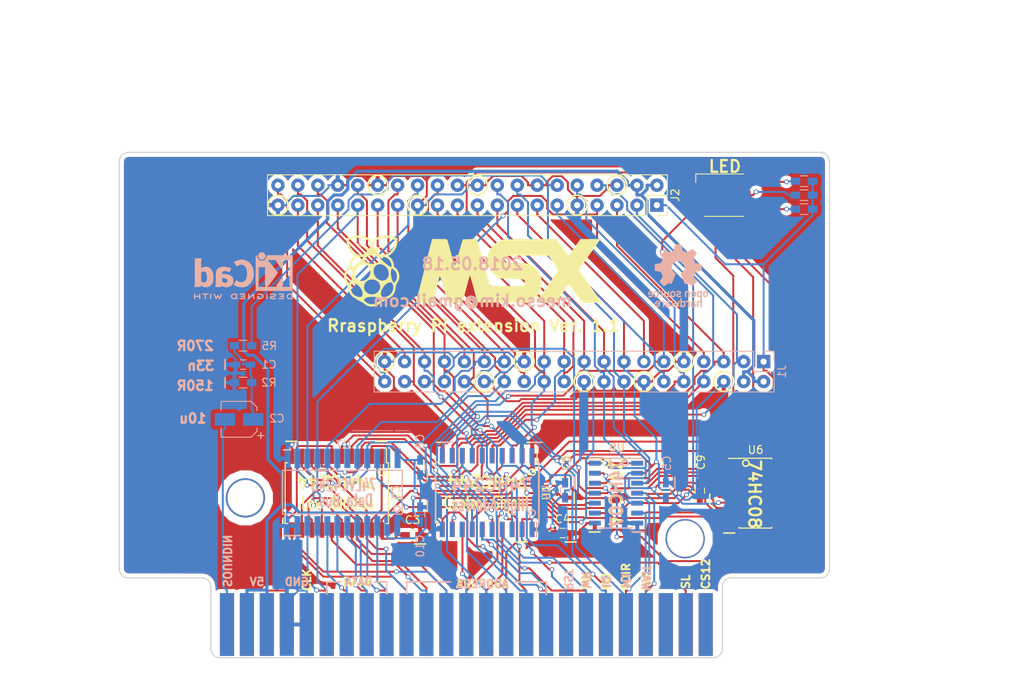
<source format=kicad_pcb>
(kicad_pcb (version 4) (host pcbnew 4.0.7)
  (layers (0 F.Cu mixed) (31 B.Cu mixed) (34 B.Paste user) (35 F.Paste user) (36 B.SilkS user) (37 F.SilkS user) (38 B.Mask user) (39 F.Mask user) (44 Edge.Cuts user))
  (net 0 "")
  (net 1 GND)
  (net 2 +5V)
  (net 3 /RD3)
  (net 4 /RD4)
  (net 5 /RD6)
  (net 6 /RD7)
  (net 7 /RD0)
  (net 8 /RD1)
  (net 9 /RD2)
  (net 10 /RD5)
  (net 11 /WAIT)
  (net 12 /INT)
  (net 13 /BUSDIR)
  (net 14 /IORQ)
  (net 15 /MREQ)
  (net 16 /WR)
  (net 17 /RD)
  (net 18 /RESET)
  (net 19 /A9)
  (net 20 /A15)
  (net 21 /A11)
  (net 22 /A10)
  (net 23 /A7)
  (net 24 /A6)
  (net 25 /A12)
  (net 26 /A8)
  (net 27 /A14)
  (net 28 /A13)
  (net 29 /A1)
  (net 30 /A0)
  (net 31 /A3)
  (net 32 /A2)
  (net 33 /A5)
  (net 34 /A4)
  (net 35 /D1)
  (net 36 /D0)
  (net 37 /D3)
  (net 38 /D2)
  (net 39 /D5)
  (net 40 /D4)
  (net 41 /D7)
  (net 42 /D6)
  (net 43 /CLK)
  (net 44 +3V3)
  (net 45 "Net-(P1-Pad5)")
  (net 46 "Net-(P1-Pad16)")
  (net 47 /RA8)
  (net 48 /RA10)
  (net 49 /RA11)
  (net 50 /RA15)
  (net 51 /RA12)
  (net 52 /RA9)
  (net 53 /RA13)
  (net 54 /RA14)
  (net 55 "Net-(P1-Pad1)")
  (net 56 "Net-(P1-Pad2)")
  (net 57 "Net-(P1-Pad3)")
  (net 58 /SLTSL)
  (net 59 "Net-(P1-Pad6)")
  (net 60 "Net-(P1-Pad44)")
  (net 61 "Net-(P1-Pad48)")
  (net 62 "Net-(P1-Pad50)")
  (net 63 /M1)
  (net 64 /RC17)
  (net 65 /RC18)
  (net 66 /RC27)
  (net 67 /RC23)
  (net 68 /RC24)
  (net 69 /RC25)
  (net 70 /RC19)
  (net 71 /RC16)
  (net 72 /RC26)
  (net 73 /RC20)
  (net 74 /SOUNDIN)
  (net 75 "Net-(D1-Pad4)")
  (net 76 "Net-(D1-Pad5)")
  (net 77 "Net-(D1-Pad6)")
  (net 78 "Net-(C1-Pad1)")
  (net 79 /nRATN)
  (net 80 /RATN)
  (net 81 /ATN)
  (net 82 /nATN)
  (net 83 /nIORQ)
  (net 84 /BDIR)
  (net 85 /DAT_EN)
  (net 86 /DAT_DIR)
  (net 87 /nBDIR)
  (net 88 /nDAT_EN)
  (net 89 "Net-(U4-Pad5)")
  (net 90 "Net-(U4-Pad8)")
  (net 91 "Net-(U4-Pad9)")
  (net 92 "Net-(U4-Pad12)")
  (net 93 "Net-(U4-Pad16)")
  (module MSX:card_edge_connector (layer F.Cu) (at 156.21 106.68)
    (fp_text reference P1 hide)
    (fp_text value CONN_02X25)
    (pad "" thru_hole circle (at 29.12364 -7.78256) (size 5 5) (drill 4.5) (layers *.Cu *.Mask) (clearance 1))
    (pad 1 connect rect (at 31.73984 3.14744) (size 1.8 8) (layers B.Cu B.Mask) (net 55 "Net-(P1-Pad1)"))
    (pad 2 connect rect (at 31.73984 3.14744) (size 1.8 8) (layers F.Cu F.Mask) (net 56 "Net-(P1-Pad2)"))
    (pad 3 connect rect (at 29.19984 3.14744) (size 1.8 8) (layers B.Cu B.Mask) (net 57 "Net-(P1-Pad3)"))
    (pad 4 connect rect (at 29.19984 3.14744) (size 1.8 8) (layers F.Cu F.Mask) (net 58 /SLTSL))
    (pad 5 connect rect (at 26.65984 3.14744) (size 1.8 8) (layers B.Cu B.Mask) (net 45 "Net-(P1-Pad5)"))
    (pad 6 connect rect (at 26.65984 3.14744) (size 1.8 8) (layers F.Cu F.Mask) (net 59 "Net-(P1-Pad6)"))
    (pad 7 connect rect (at 24.11984 3.14744) (size 1.8 8) (layers B.Cu B.Mask) (net 11 /WAIT))
    (pad 8 connect rect (at 24.11984 3.14744) (size 1.8 8) (layers F.Cu F.Mask) (net 12 /INT))
    (pad 9 connect rect (at 21.57984 3.14744) (size 1.8 8) (layers B.Cu B.Mask) (net 63 /M1))
    (pad 10 connect rect (at 21.57984 3.14744) (size 1.8 8) (layers F.Cu F.Mask) (net 13 /BUSDIR))
    (pad 11 connect rect (at 19.03984 3.14744) (size 1.8 8) (layers B.Cu B.Mask) (net 14 /IORQ))
    (pad 12 connect rect (at 19.03984 3.14744) (size 1.8 8) (layers F.Cu F.Mask) (net 15 /MREQ))
    (pad 13 connect rect (at 16.49984 3.14744) (size 1.8 8) (layers B.Cu B.Mask) (net 16 /WR))
    (pad 14 connect rect (at 16.49984 3.14744) (size 1.8 8) (layers F.Cu F.Mask) (net 17 /RD))
    (pad 15 connect rect (at 13.95984 3.14744) (size 1.8 8) (layers B.Cu B.Mask) (net 18 /RESET))
    (pad 16 connect rect (at 13.95984 3.14744) (size 1.8 8) (layers F.Cu F.Mask) (net 46 "Net-(P1-Pad16)"))
    (pad 17 connect rect (at 11.41984 3.14744) (size 1.8 8) (layers B.Cu B.Mask) (net 19 /A9))
    (pad 18 connect rect (at 11.41984 3.14744) (size 1.8 8) (layers F.Cu F.Mask) (net 20 /A15))
    (pad 19 connect rect (at 8.87984 3.14744) (size 1.8 8) (layers B.Cu B.Mask) (net 21 /A11))
    (pad 20 connect rect (at 8.87984 3.14744) (size 1.8 8) (layers F.Cu F.Mask) (net 22 /A10))
    (pad 21 connect rect (at 6.33984 3.14744) (size 1.8 8) (layers B.Cu B.Mask) (net 23 /A7))
    (pad 22 connect rect (at 6.33984 3.14744) (size 1.8 8) (layers F.Cu F.Mask) (net 24 /A6))
    (pad 23 connect rect (at 3.79984 3.14744) (size 1.8 8) (layers B.Cu B.Mask) (net 25 /A12))
    (pad 24 connect rect (at 3.79984 3.14744) (size 1.8 8) (layers F.Cu F.Mask) (net 26 /A8))
    (pad 25 connect rect (at 1.25984 3.14744) (size 1.8 8) (layers B.Cu B.Mask) (net 27 /A14))
    (pad 26 connect rect (at 1.25984 3.14744) (size 1.8 8) (layers F.Cu F.Mask) (net 28 /A13))
    (pad 27 connect rect (at -1.28016 3.14744) (size 1.8 8) (layers B.Cu B.Mask) (net 29 /A1))
    (pad 28 connect rect (at -1.28016 3.14744) (size 1.8 8) (layers F.Cu F.Mask) (net 30 /A0))
    (pad 29 connect rect (at -3.82016 3.14744) (size 1.8 8) (layers B.Cu B.Mask) (net 31 /A3))
    (pad 30 connect rect (at -3.82016 3.14744) (size 1.8 8) (layers F.Cu F.Mask) (net 32 /A2))
    (pad 31 connect rect (at -6.36016 3.14744) (size 1.8 8) (layers B.Cu B.Mask) (net 33 /A5))
    (pad 32 connect rect (at -6.36016 3.14744) (size 1.8 8) (layers F.Cu F.Mask) (net 34 /A4))
    (pad 33 connect rect (at -8.90016 3.14744) (size 1.8 8) (layers B.Cu B.Mask) (net 35 /D1))
    (pad 34 connect rect (at -8.90016 3.14744) (size 1.8 8) (layers F.Cu F.Mask) (net 36 /D0))
    (pad 35 connect rect (at -11.44016 3.14744) (size 1.8 8) (layers B.Cu B.Mask) (net 37 /D3))
    (pad 36 connect rect (at -11.44016 3.14744) (size 1.8 8) (layers F.Cu F.Mask) (net 38 /D2))
    (pad 37 connect rect (at -13.98016 3.14744) (size 1.8 8) (layers B.Cu B.Mask) (net 39 /D5))
    (pad 38 connect rect (at -13.98016 3.14744) (size 1.8 8) (layers F.Cu F.Mask) (net 40 /D4))
    (pad 39 connect rect (at -16.52016 3.14744) (size 1.8 8) (layers B.Cu B.Mask) (net 41 /D7))
    (pad 40 connect rect (at -16.52016 3.14744) (size 1.8 8) (layers F.Cu F.Mask) (net 42 /D6))
    (pad 41 connect rect (at -19.06016 3.14744) (size 1.8 8) (layers B.Cu B.Mask) (net 1 GND))
    (pad 42 connect rect (at -19.06016 3.14744) (size 1.8 8) (layers F.Cu F.Mask) (net 43 /CLK))
    (pad 43 connect rect (at -21.60016 3.14744) (size 1.8 8) (layers B.Cu B.Mask) (net 1 GND))
    (pad 44 connect rect (at -21.60524 2.65468) (size 1.8 7) (layers F.Cu F.Mask) (net 60 "Net-(P1-Pad44)"))
    (pad 45 connect rect (at -24.14016 3.14744) (size 1.8 8) (layers B.Cu B.Mask) (net 2 +5V))
    (pad 46 connect rect (at -24.14016 3.14744) (size 1.8 8) (layers F.Cu F.Mask) (net 60 "Net-(P1-Pad44)"))
    (pad 47 connect rect (at -26.68016 3.14744) (size 1.8 8) (layers B.Cu B.Mask) (net 2 +5V))
    (pad 48 connect rect (at -26.68016 3.14744) (size 1.8 8) (layers F.Cu F.Mask) (net 61 "Net-(P1-Pad48)"))
    (pad 49 connect rect (at -29.22016 3.14744) (size 1.8 8) (layers B.Cu B.Mask) (net 74 /SOUNDIN))
    (pad 50 connect rect (at -29.22016 3.14744) (size 1.8 8) (layers F.Cu F.Mask) (net 62 "Net-(P1-Pad50)"))
    (pad "" thru_hole circle (at -26.87574 -12.98448) (size 5 5) (drill 4.5) (layers *.Cu *.Mask) (clearance 1))
  )
  (module Socket_Strips:Socket_Strip_Straight_2x20_Pitch2.54mm (layer F.Cu) (at 181.737 56.388 270)
    (fp_text reference J2 (at -1.27 -2.33 270) (layer F.SilkS))
    (fp_text value RPi_GPIO)
    (pad 1 thru_hole rect (at 0 0 270) (size 1.7 1.7) (drill 0.79) (layers *.Cu *.Mask) (net 44 +3V3))
    (pad 2 thru_hole oval (at -2.54 0 270) (size 1.7 1.7) (drill 0.79) (layers *.Cu *.Mask) (net 2 +5V))
    (pad 3 thru_hole oval (at 0 2.54 270) (size 1.7 1.7) (drill 0.79) (layers *.Cu *.Mask) (net 9 /RD2))
    (pad 4 thru_hole oval (at -2.54 2.54 270) (size 1.7 1.7) (drill 0.79) (layers *.Cu *.Mask) (net 2 +5V))
    (pad 5 thru_hole oval (at 0 5.08 270) (size 1.7 1.7) (drill 0.79) (layers *.Cu *.Mask) (net 3 /RD3))
    (pad 6 thru_hole oval (at -2.54 5.08 270) (size 1.7 1.7) (drill 0.79) (layers *.Cu *.Mask) (net 1 GND))
    (pad 7 thru_hole oval (at 0 7.62 270) (size 1.7 1.7) (drill 0.79) (layers *.Cu *.Mask) (net 4 /RD4))
    (pad 8 thru_hole oval (at -2.54 7.62 270) (size 1.7 1.7) (drill 0.79) (layers *.Cu *.Mask) (net 54 /RA14))
    (pad 9 thru_hole oval (at 0 10.16 270) (size 1.7 1.7) (drill 0.79) (layers *.Cu *.Mask) (net 1 GND))
    (pad 10 thru_hole oval (at -2.54 10.16 270) (size 1.7 1.7) (drill 0.79) (layers *.Cu *.Mask) (net 50 /RA15))
    (pad 11 thru_hole oval (at 0 12.7 270) (size 1.7 1.7) (drill 0.79) (layers *.Cu *.Mask) (net 64 /RC17))
    (pad 12 thru_hole oval (at -2.54 12.7 270) (size 1.7 1.7) (drill 0.79) (layers *.Cu *.Mask) (net 65 /RC18))
    (pad 13 thru_hole oval (at 0 15.24 270) (size 1.7 1.7) (drill 0.79) (layers *.Cu *.Mask) (net 66 /RC27))
    (pad 14 thru_hole oval (at -2.54 15.24 270) (size 1.7 1.7) (drill 0.79) (layers *.Cu *.Mask) (net 1 GND))
    (pad 15 thru_hole oval (at 0 17.78 270) (size 1.7 1.7) (drill 0.79) (layers *.Cu *.Mask) (net 80 /RATN))
    (pad 16 thru_hole oval (at -2.54 17.78 270) (size 1.7 1.7) (drill 0.79) (layers *.Cu *.Mask) (net 67 /RC23))
    (pad 17 thru_hole oval (at 0 20.32 270) (size 1.7 1.7) (drill 0.79) (layers *.Cu *.Mask) (net 44 +3V3))
    (pad 18 thru_hole oval (at -2.54 20.32 270) (size 1.7 1.7) (drill 0.79) (layers *.Cu *.Mask) (net 68 /RC24))
    (pad 19 thru_hole oval (at 0 22.86 270) (size 1.7 1.7) (drill 0.79) (layers *.Cu *.Mask) (net 48 /RA10))
    (pad 20 thru_hole oval (at -2.54 22.86 270) (size 1.7 1.7) (drill 0.79) (layers *.Cu *.Mask) (net 1 GND))
    (pad 21 thru_hole oval (at 0 25.4 270) (size 1.7 1.7) (drill 0.79) (layers *.Cu *.Mask) (net 52 /RA9))
    (pad 22 thru_hole oval (at -2.54 25.4 270) (size 1.7 1.7) (drill 0.79) (layers *.Cu *.Mask) (net 69 /RC25))
    (pad 23 thru_hole oval (at 0 27.94 270) (size 1.7 1.7) (drill 0.79) (layers *.Cu *.Mask) (net 49 /RA11))
    (pad 24 thru_hole oval (at -2.54 27.94 270) (size 1.7 1.7) (drill 0.79) (layers *.Cu *.Mask) (net 47 /RA8))
    (pad 25 thru_hole oval (at 0 30.48 270) (size 1.7 1.7) (drill 0.79) (layers *.Cu *.Mask) (net 1 GND))
    (pad 26 thru_hole oval (at -2.54 30.48 270) (size 1.7 1.7) (drill 0.79) (layers *.Cu *.Mask) (net 6 /RD7))
    (pad 27 thru_hole oval (at 0 33.02 270) (size 1.7 1.7) (drill 0.79) (layers *.Cu *.Mask) (net 7 /RD0))
    (pad 28 thru_hole oval (at -2.54 33.02 270) (size 1.7 1.7) (drill 0.79) (layers *.Cu *.Mask) (net 8 /RD1))
    (pad 29 thru_hole oval (at 0 35.56 270) (size 1.7 1.7) (drill 0.79) (layers *.Cu *.Mask) (net 10 /RD5))
    (pad 30 thru_hole oval (at -2.54 35.56 270) (size 1.7 1.7) (drill 0.79) (layers *.Cu *.Mask) (net 1 GND))
    (pad 31 thru_hole oval (at 0 38.1 270) (size 1.7 1.7) (drill 0.79) (layers *.Cu *.Mask) (net 5 /RD6))
    (pad 32 thru_hole oval (at -2.54 38.1 270) (size 1.7 1.7) (drill 0.79) (layers *.Cu *.Mask) (net 51 /RA12))
    (pad 33 thru_hole oval (at 0 40.64 270) (size 1.7 1.7) (drill 0.79) (layers *.Cu *.Mask) (net 53 /RA13))
    (pad 34 thru_hole oval (at -2.54 40.64 270) (size 1.7 1.7) (drill 0.79) (layers *.Cu *.Mask) (net 1 GND))
    (pad 35 thru_hole oval (at 0 43.18 270) (size 1.7 1.7) (drill 0.79) (layers *.Cu *.Mask) (net 70 /RC19))
    (pad 36 thru_hole oval (at -2.54 43.18 270) (size 1.7 1.7) (drill 0.79) (layers *.Cu *.Mask) (net 71 /RC16))
    (pad 37 thru_hole oval (at 0 45.72 270) (size 1.7 1.7) (drill 0.79) (layers *.Cu *.Mask) (net 72 /RC26))
    (pad 38 thru_hole oval (at -2.54 45.72 270) (size 1.7 1.7) (drill 0.79) (layers *.Cu *.Mask) (net 73 /RC20))
    (pad 39 thru_hole oval (at 0 48.26 270) (size 1.7 1.7) (drill 0.79) (layers *.Cu *.Mask) (net 1 GND))
    (pad 40 thru_hole oval (at -2.54 48.26 270) (size 1.7 1.7) (drill 0.79) (layers *.Cu *.Mask) (net 81 /ATN))
  )
  (module Socket_Strips:Socket_Strip_Straight_2x20_Pitch2.54mm (layer B.Cu) (at 195.326 76.327 90)
    (fp_text reference J1 (at -1.27 2.33 90) (layer B.SilkS) (effects (justify mirror)))
    (fp_text value RPi_GPIO)
    (pad 1 thru_hole rect (at 0 0 90) (size 1.7 1.7) (drill 0.79) (layers *.Cu *.Mask) (net 44 +3V3))
    (pad 2 thru_hole oval (at -2.54 0 90) (size 1.7 1.7) (drill 0.79) (layers *.Cu *.Mask) (net 2 +5V))
    (pad 3 thru_hole oval (at 0 -2.54 90) (size 1.7 1.7) (drill 0.79) (layers *.Cu *.Mask) (net 9 /RD2))
    (pad 4 thru_hole oval (at -2.54 -2.54 90) (size 1.7 1.7) (drill 0.79) (layers *.Cu *.Mask) (net 2 +5V))
    (pad 5 thru_hole oval (at 0 -5.08 90) (size 1.7 1.7) (drill 0.79) (layers *.Cu *.Mask) (net 3 /RD3))
    (pad 6 thru_hole oval (at -2.54 -5.08 90) (size 1.7 1.7) (drill 0.79) (layers *.Cu *.Mask) (net 1 GND))
    (pad 7 thru_hole oval (at 0 -7.62 90) (size 1.7 1.7) (drill 0.79) (layers *.Cu *.Mask) (net 4 /RD4))
    (pad 8 thru_hole oval (at -2.54 -7.62 90) (size 1.7 1.7) (drill 0.79) (layers *.Cu *.Mask) (net 54 /RA14))
    (pad 9 thru_hole oval (at 0 -10.16 90) (size 1.7 1.7) (drill 0.79) (layers *.Cu *.Mask) (net 1 GND))
    (pad 10 thru_hole oval (at -2.54 -10.16 90) (size 1.7 1.7) (drill 0.79) (layers *.Cu *.Mask) (net 50 /RA15))
    (pad 11 thru_hole oval (at 0 -12.7 90) (size 1.7 1.7) (drill 0.79) (layers *.Cu *.Mask) (net 64 /RC17))
    (pad 12 thru_hole oval (at -2.54 -12.7 90) (size 1.7 1.7) (drill 0.79) (layers *.Cu *.Mask) (net 65 /RC18))
    (pad 13 thru_hole oval (at 0 -15.24 90) (size 1.7 1.7) (drill 0.9) (layers *.Cu *.Mask) (net 66 /RC27))
    (pad 14 thru_hole oval (at -2.54 -15.24 90) (size 1.7 1.7) (drill 0.79) (layers *.Cu *.Mask) (net 1 GND))
    (pad 15 thru_hole oval (at 0 -17.78 90) (size 1.7 1.7) (drill 0.79) (layers *.Cu *.Mask) (net 80 /RATN))
    (pad 16 thru_hole oval (at -2.54 -17.78 90) (size 1.7 1.7) (drill 0.79) (layers *.Cu *.Mask) (net 67 /RC23))
    (pad 17 thru_hole oval (at 0 -20.32 90) (size 1.7 1.7) (drill 0.79) (layers *.Cu *.Mask) (net 44 +3V3))
    (pad 18 thru_hole oval (at -2.54 -20.32 90) (size 1.7 1.7) (drill 0.79) (layers *.Cu *.Mask) (net 68 /RC24))
    (pad 19 thru_hole oval (at 0 -22.86 90) (size 1.7 1.7) (drill 0.79) (layers *.Cu *.Mask) (net 48 /RA10))
    (pad 20 thru_hole oval (at -2.54 -22.86 90) (size 1.7 1.7) (drill 0.79) (layers *.Cu *.Mask) (net 1 GND))
    (pad 21 thru_hole oval (at 0 -25.4 90) (size 1.7 1.7) (drill 0.79) (layers *.Cu *.Mask) (net 52 /RA9))
    (pad 22 thru_hole oval (at -2.54 -25.4 90) (size 1.7 1.7) (drill 0.79) (layers *.Cu *.Mask) (net 69 /RC25))
    (pad 23 thru_hole oval (at 0 -27.94 90) (size 1.7 1.7) (drill 0.79) (layers *.Cu *.Mask) (net 49 /RA11))
    (pad 24 thru_hole oval (at -2.54 -27.94 90) (size 1.7 1.7) (drill 0.79) (layers *.Cu *.Mask) (net 47 /RA8))
    (pad 25 thru_hole oval (at 0 -30.48 90) (size 1.7 1.7) (drill 0.79) (layers *.Cu *.Mask) (net 1 GND))
    (pad 26 thru_hole oval (at -2.54 -30.48 90) (size 1.7 1.7) (drill 0.79) (layers *.Cu *.Mask) (net 6 /RD7))
    (pad 27 thru_hole oval (at 0 -33.02 90) (size 1.7 1.7) (drill 0.79) (layers *.Cu *.Mask) (net 7 /RD0))
    (pad 28 thru_hole oval (at -2.54 -33.02 90) (size 1.7 1.7) (drill 0.79) (layers *.Cu *.Mask) (net 8 /RD1))
    (pad 29 thru_hole oval (at 0 -35.56 90) (size 1.7 1.7) (drill 0.79) (layers *.Cu *.Mask) (net 10 /RD5))
    (pad 30 thru_hole oval (at -2.54 -35.56 90) (size 1.7 1.7) (drill 0.79) (layers *.Cu *.Mask) (net 1 GND))
    (pad 31 thru_hole oval (at 0 -38.1 90) (size 1.7 1.7) (drill 0.79) (layers *.Cu *.Mask) (net 5 /RD6))
    (pad 32 thru_hole oval (at -2.54 -38.1 90) (size 1.7 1.7) (drill 0.79) (layers *.Cu *.Mask) (net 51 /RA12))
    (pad 33 thru_hole oval (at 0 -40.64 90) (size 1.7 1.7) (drill 0.79) (layers *.Cu *.Mask) (net 53 /RA13))
    (pad 34 thru_hole oval (at -2.54 -40.64 90) (size 1.7 1.7) (drill 0.79) (layers *.Cu *.Mask) (net 1 GND))
    (pad 35 thru_hole oval (at 0 -43.18 90) (size 1.7 1.7) (drill 0.79) (layers *.Cu *.Mask) (net 70 /RC19))
    (pad 36 thru_hole oval (at -2.54 -43.18 90) (size 1.7 1.7) (drill 0.79) (layers *.Cu *.Mask) (net 71 /RC16))
    (pad 37 thru_hole oval (at 0 -45.72 90) (size 1.7 1.7) (drill 0.79) (layers *.Cu *.Mask) (net 72 /RC26))
    (pad 38 thru_hole oval (at -2.54 -45.72 90) (size 1.7 1.7) (drill 0.79) (layers *.Cu *.Mask) (net 73 /RC20))
    (pad 39 thru_hole oval (at 0 -48.26 90) (size 1.7 1.7) (drill 0.79) (layers *.Cu *.Mask) (net 1 GND))
    (pad 40 thru_hole oval (at -2.54 -48.26 90) (size 1.7 1.7) (drill 0.79) (layers *.Cu *.Mask) (net 81 /ATN))
  )
  (module MSX:msx-logo (layer F.Cu) (at 162.814 64.77)
    (fp_text reference G*** hide)
    (fp_text value LOGO hide)
  )
  (module Resistors_SMD:R_0603_HandSoldering (layer B.Cu) (at 200.474 53.34 180)
    (fp_text reference R1 hide)
    (fp_text value R hide)
    (pad 1 smd rect (at -1.1 0 180) (size 1.2 0.9) (layers B.Cu B.Paste B.Mask) (net 44 +3V3))
    (pad 2 smd rect (at 1.1 0 180) (size 1.2 0.9) (layers B.Cu B.Paste B.Mask) (net 77 "Net-(D1-Pad6)"))
  )
  (module Housings_SOIC:SOIC-14_3.9x8.7mm_Pitch1.27mm (layer B.Cu) (at 176.53 93.091 180)
    (fp_text reference U5 (at -0.127 5.842 180) (layer B.SilkS) (effects (justify mirror)))
    (fp_text value 74LS07)
    (pad 1 smd rect (at -2.7 3.81 180) (size 1.5 0.6) (layers B.Cu B.Paste B.Mask) (net 68 /RC24))
    (pad 2 smd rect (at -2.7 2.54 180) (size 1.5 0.6) (layers B.Cu B.Paste B.Mask) (net 11 /WAIT))
    (pad 3 smd rect (at -2.7 1.27 180) (size 1.5 0.6) (layers B.Cu B.Paste B.Mask) (net 67 /RC23))
    (pad 4 smd rect (at -2.7 0 180) (size 1.5 0.6) (layers B.Cu B.Paste B.Mask) (net 12 /INT))
    (pad 5 smd rect (at -2.7 -1.27 180) (size 1.5 0.6) (layers B.Cu B.Paste B.Mask) (net 84 /BDIR))
    (pad 6 smd rect (at -2.7 -2.54 180) (size 1.5 0.6) (layers B.Cu B.Paste B.Mask) (net 13 /BUSDIR))
    (pad 7 smd rect (at -2.7 -3.81 180) (size 1.5 0.6) (layers B.Cu B.Paste B.Mask) (net 1 GND))
    (pad 8 smd rect (at 2.7 -3.81 180) (size 1.5 0.6) (layers B.Cu B.Paste B.Mask))
    (pad 9 smd rect (at 2.7 -2.54 180) (size 1.5 0.6) (layers B.Cu B.Paste B.Mask))
    (pad 10 smd rect (at 2.7 -1.27 180) (size 1.5 0.6) (layers B.Cu B.Paste B.Mask))
    (pad 11 smd rect (at 2.7 0 180) (size 1.5 0.6) (layers B.Cu B.Paste B.Mask))
    (pad 12 smd rect (at 2.7 1.27 180) (size 1.5 0.6) (layers B.Cu B.Paste B.Mask))
    (pad 13 smd rect (at 2.7 2.54 180) (size 1.5 0.6) (layers B.Cu B.Paste B.Mask))
    (pad 14 smd rect (at 2.7 3.81 180) (size 1.5 0.6) (layers B.Cu B.Paste B.Mask) (net 44 +3V3))
  )
  (module Capacitors_SMD:C_0603_HandSoldering (layer B.Cu) (at 129.032 76.708 180)
    (fp_text reference C1 (at -3.302 0 180) (layer B.SilkS) (effects (justify mirror)))
    (fp_text value C)
    (pad 1 smd rect (at -0.95 0 180) (size 1.2 0.75) (layers B.Cu B.Paste B.Mask) (net 78 "Net-(C1-Pad1)"))
    (pad 2 smd rect (at 0.95 0 180) (size 1.2 0.75) (layers B.Cu B.Paste B.Mask) (net 1 GND))
  )
  (module Resistors_SMD:R_0603_HandSoldering (layer B.Cu) (at 129.032 78.994 180)
    (fp_text reference R2 (at -3.302 0 180) (layer B.SilkS) (effects (justify mirror)))
    (fp_text value R)
    (pad 1 smd rect (at -1.1 0 180) (size 1.2 0.9) (layers B.Cu B.Paste B.Mask) (net 78 "Net-(C1-Pad1)"))
    (pad 2 smd rect (at 1.1 0 180) (size 1.2 0.9) (layers B.Cu B.Paste B.Mask) (net 1 GND))
  )
  (module Capacitors_SMD:C_0603_HandSoldering (layer F.Cu) (at 150.622 98.425)
    (fp_text reference C3 (at 0 -1.905) (layer F.SilkS))
    (fp_text value C)
    (pad 1 smd rect (at -0.95 0) (size 1.2 0.75) (layers F.Cu F.Paste F.Mask) (net 44 +3V3))
    (pad 2 smd rect (at 0.95 0) (size 1.2 0.75) (layers F.Cu F.Paste F.Mask) (net 1 GND))
  )
  (module Capacitors_SMD:C_0603_HandSoldering (layer F.Cu) (at 169.738 98.171)
    (fp_text reference C4 (at 0 -1.778) (layer F.SilkS))
    (fp_text value C)
    (pad 1 smd rect (at -0.95 0) (size 1.2 0.75) (layers F.Cu F.Paste F.Mask) (net 44 +3V3))
    (pad 2 smd rect (at 0.95 0) (size 1.2 0.75) (layers F.Cu F.Paste F.Mask) (net 1 GND))
  )
  (module Capacitors_SMD:C_0603_HandSoldering (layer B.Cu) (at 182.88 92.71 90)
    (fp_text reference C5 (at 3.429 0.127 90) (layer B.SilkS) (effects (justify mirror)))
    (fp_text value C)
    (pad 1 smd rect (at -0.95 0 90) (size 1.2 0.75) (layers B.Cu B.Paste B.Mask) (net 44 +3V3))
    (pad 2 smd rect (at 0.95 0 90) (size 1.2 0.75) (layers B.Cu B.Paste B.Mask) (net 1 GND))
  )
  (module Capacitors_SMD:C_0603_HandSoldering (layer B.Cu) (at 151.587 89.8144 270)
    (fp_text reference C6 (at -3.302 0 270) (layer B.SilkS) (effects (justify mirror)))
    (fp_text value C)
    (pad 1 smd rect (at -0.95 0 270) (size 1.2 0.75) (layers B.Cu B.Paste B.Mask) (net 44 +3V3))
    (pad 2 smd rect (at 0.95 0 270) (size 1.2 0.75) (layers B.Cu B.Paste B.Mask) (net 1 GND))
  )
  (module Capacitors_SMD:C_0603_HandSoldering (layer B.Cu) (at 170.053 92.71 90)
    (fp_text reference C7 (at 3.429 0.254 90) (layer B.SilkS) (effects (justify mirror)))
    (fp_text value C)
    (pad 1 smd rect (at -0.95 0 90) (size 1.2 0.75) (layers B.Cu B.Paste B.Mask) (net 44 +3V3))
    (pad 2 smd rect (at 0.95 0 90) (size 1.2 0.75) (layers B.Cu B.Paste B.Mask) (net 1 GND))
  )
  (module LEDs:LED_RGB_5050-6 (layer F.Cu) (at 190.284 55.118)
    (fp_text reference D1 hide)
    (fp_text value LED_RGB)
    (pad 1 smd rect (at -2.4 -1.7 90) (size 1.1 2) (layers F.Cu F.Paste F.Mask) (net 79 /nRATN))
    (pad 2 smd rect (at -2.4 0 90) (size 1.1 2) (layers F.Cu F.Paste F.Mask) (net 14 /IORQ))
    (pad 3 smd rect (at -2.4 1.7 90) (size 1.1 2) (layers F.Cu F.Paste F.Mask) (net 86 /DAT_DIR))
    (pad 4 smd rect (at 2.4 1.7 90) (size 1.1 2) (layers F.Cu F.Paste F.Mask) (net 75 "Net-(D1-Pad4)"))
    (pad 5 smd rect (at 2.4 0 90) (size 1.1 2) (layers F.Cu F.Paste F.Mask) (net 76 "Net-(D1-Pad5)"))
    (pad 6 smd rect (at 2.4 -1.7 90) (size 1.1 2) (layers F.Cu F.Paste F.Mask) (net 77 "Net-(D1-Pad6)"))
  )
  (module Resistors_SMD:R_0603_HandSoldering (layer B.Cu) (at 200.474 55.118 180)
    (fp_text reference R3 hide)
    (fp_text value R hide)
    (pad 1 smd rect (at -1.1 0 180) (size 1.2 0.9) (layers B.Cu B.Paste B.Mask) (net 44 +3V3))
    (pad 2 smd rect (at 1.1 0 180) (size 1.2 0.9) (layers B.Cu B.Paste B.Mask) (net 76 "Net-(D1-Pad5)"))
  )
  (module Resistors_SMD:R_0603_HandSoldering (layer B.Cu) (at 200.474 56.896 180)
    (fp_text reference R4 hide)
    (fp_text value R)
    (pad 1 smd rect (at -1.1 0 180) (size 1.2 0.9) (layers B.Cu B.Paste B.Mask) (net 44 +3V3))
    (pad 2 smd rect (at 1.1 0 180) (size 1.2 0.9) (layers B.Cu B.Paste B.Mask) (net 75 "Net-(D1-Pad4)"))
  )
  (module Resistors_SMD:R_0603_HandSoldering (layer B.Cu) (at 129.032 74.295 180)
    (fp_text reference R5 (at -3.3528 -0.0254 180) (layer B.SilkS) (effects (justify mirror)))
    (fp_text value R)
    (pad 1 smd rect (at -1.1 0 180) (size 1.2 0.9) (layers B.Cu B.Paste B.Mask) (net 65 /RC18))
    (pad 2 smd rect (at 1.1 0 180) (size 1.2 0.9) (layers B.Cu B.Paste B.Mask) (net 78 "Net-(C1-Pad1)"))
  )
  (module Housings_SOIC:SOIC-14_3.9x8.7mm_Pitch1.27mm (layer F.Cu) (at 176.53 93.091)
    (fp_text reference U2 (at 0 -5.842) (layer F.SilkS))
    (fp_text value 74HC04)
    (pad 1 smd rect (at -2.7 -3.81) (size 1.5 0.6) (layers F.Cu F.Paste F.Mask) (net 87 /nBDIR))
    (pad 2 smd rect (at -2.7 -2.54) (size 1.5 0.6) (layers F.Cu F.Paste F.Mask) (net 84 /BDIR))
    (pad 3 smd rect (at -2.7 -1.27) (size 1.5 0.6) (layers F.Cu F.Paste F.Mask) (net 82 /nATN))
    (pad 4 smd rect (at -2.7 0) (size 1.5 0.6) (layers F.Cu F.Paste F.Mask) (net 81 /ATN))
    (pad 5 smd rect (at -2.7 1.27) (size 1.5 0.6) (layers F.Cu F.Paste F.Mask) (net 14 /IORQ))
    (pad 6 smd rect (at -2.7 2.54) (size 1.5 0.6) (layers F.Cu F.Paste F.Mask) (net 83 /nIORQ))
    (pad 7 smd rect (at -2.7 3.81) (size 1.5 0.6) (layers F.Cu F.Paste F.Mask) (net 1 GND))
    (pad 8 smd rect (at 2.7 3.81) (size 1.5 0.6) (layers F.Cu F.Paste F.Mask) (net 85 /DAT_EN))
    (pad 9 smd rect (at 2.7 2.54) (size 1.5 0.6) (layers F.Cu F.Paste F.Mask) (net 88 /nDAT_EN))
    (pad 10 smd rect (at 2.7 1.27) (size 1.5 0.6) (layers F.Cu F.Paste F.Mask) (net 86 /DAT_DIR))
    (pad 11 smd rect (at 2.7 0) (size 1.5 0.6) (layers F.Cu F.Paste F.Mask) (net 69 /RC25))
    (pad 12 smd rect (at 2.7 -1.27) (size 1.5 0.6) (layers F.Cu F.Paste F.Mask) (net 79 /nRATN))
    (pad 13 smd rect (at 2.7 -2.54) (size 1.5 0.6) (layers F.Cu F.Paste F.Mask) (net 80 /RATN))
    (pad 14 smd rect (at 2.7 -3.81) (size 1.5 0.6) (layers F.Cu F.Paste F.Mask) (net 44 +3V3))
  )
  (module Capacitors_SMD:C_0603_HandSoldering (layer F.Cu) (at 170.053 92.71 270)
    (fp_text reference C8 (at -3.556 -0.127 270) (layer F.SilkS))
    (fp_text value C)
    (pad 1 smd rect (at -0.95 0 270) (size 1.2 0.75) (layers F.Cu F.Paste F.Mask) (net 44 +3V3))
    (pad 2 smd rect (at 0.95 0 270) (size 1.2 0.75) (layers F.Cu F.Paste F.Mask) (net 1 GND))
  )
  (module Capacitors_SMD:C_0603_HandSoldering (layer F.Cu) (at 187.198 92.771 270)
    (fp_text reference C9 (at -3.617 -0.127 270) (layer F.SilkS))
    (fp_text value C)
    (pad 1 smd rect (at -0.95 0 270) (size 1.2 0.75) (layers F.Cu F.Paste F.Mask) (net 44 +3V3))
    (pad 2 smd rect (at 0.95 0 270) (size 1.2 0.75) (layers F.Cu F.Paste F.Mask) (net 1 GND))
  )
  (module Capacitors_SMD:C_0603_HandSoldering (layer B.Cu) (at 151.587 95.8088 270)
    (fp_text reference C10 (at 4.0284 0 270) (layer B.SilkS) (effects (justify mirror)))
    (fp_text value C)
    (pad 1 smd rect (at -0.95 0 270) (size 1.2 0.75) (layers B.Cu B.Paste B.Mask) (net 1 GND))
    (pad 2 smd rect (at 0.95 0 270) (size 1.2 0.75) (layers B.Cu B.Paste B.Mask) (net 2 +5V))
  )
  (module msx:raspberry_pi_logo (layer F.Cu) (at 145.415 64.77)
    (fp_text reference G1 hide)
    (fp_text value LOGO hide)
  )
  (module Symbols:KiCad-Logo2_6mm_SilkScreen (layer B.Cu) (at 129.0828 65.3796 180)
    (fp_text reference REF3 hide)
    (fp_text value KiCad-Logo2_6mm_SilkScreen hide)
  )
  (module Symbols:OSHW-Logo_7.5x8mm_SilkScreen (layer B.Cu) (at 184.4548 65.3796 180)
    (fp_text reference REF2 hide)
    (fp_text value OSHW-Logo_7.5x8mm_SilkScreen hide)
  )
  (module Capacitors_SMD:CP_Elec_4x4.5 (layer B.Cu) (at 128.524 83.693 180)
    (fp_text reference C2 (at -4.826 0.127 360) (layer B.SilkS) (effects (justify mirror)))
    (fp_text value CP)
    (fp_text user + (at -2.78 -1.99 360) (layer B.SilkS) (effects (justify mirror)))
    (pad 1 smd rect (at -1.8 0) (size 2.6 1.6) (layers B.Cu B.Paste B.Mask) (net 78 "Net-(C1-Pad1)"))
    (pad 2 smd rect (at 1.8 0) (size 2.6 1.6) (layers B.Cu B.Paste B.Mask) (net 74 /SOUNDIN))
  )
  (module Housings_SOIC:SOIC-14_3.9x8.7mm_Pitch1.27mm (layer F.Cu) (at 194.277 93.091)
    (fp_text reference U6 (at 0.033 -5.5245) (layer F.SilkS))
    (fp_text value 74LS08)
    (pad 1 smd rect (at -2.7 -3.81) (size 1.5 0.6) (layers F.Cu F.Paste F.Mask) (net 15 /MREQ))
    (pad 2 smd rect (at -2.7 -2.54) (size 1.5 0.6) (layers F.Cu F.Paste F.Mask) (net 14 /IORQ))
    (pad 3 smd rect (at -2.7 -1.27) (size 1.5 0.6) (layers F.Cu F.Paste F.Mask) (net 82 /nATN))
    (pad 4 smd rect (at -2.7 0) (size 1.5 0.6) (layers F.Cu F.Paste F.Mask) (net 81 /ATN))
    (pad 5 smd rect (at -2.7 1.27) (size 1.5 0.6) (layers F.Cu F.Paste F.Mask) (net 80 /RATN))
    (pad 6 smd rect (at -2.7 2.54) (size 1.5 0.6) (layers F.Cu F.Paste F.Mask) (net 88 /nDAT_EN))
    (pad 7 smd rect (at -2.7 3.81) (size 1.5 0.6) (layers F.Cu F.Paste F.Mask) (net 1 GND))
    (pad 8 smd rect (at 2.7 3.81) (size 1.5 0.6) (layers F.Cu F.Paste F.Mask) (net 87 /nBDIR))
    (pad 9 smd rect (at 2.7 2.54) (size 1.5 0.6) (layers F.Cu F.Paste F.Mask) (net 83 /nIORQ))
    (pad 10 smd rect (at 2.7 1.27) (size 1.5 0.6) (layers F.Cu F.Paste F.Mask) (net 69 /RC25))
    (pad 11 smd rect (at 2.7 0) (size 1.5 0.6) (layers F.Cu F.Paste F.Mask))
    (pad 12 smd rect (at 2.7 -1.27) (size 1.5 0.6) (layers F.Cu F.Paste F.Mask))
    (pad 13 smd rect (at 2.7 -2.54) (size 1.5 0.6) (layers F.Cu F.Paste F.Mask))
    (pad 14 smd rect (at 2.7 -3.81) (size 1.5 0.6) (layers F.Cu F.Paste F.Mask) (net 44 +3V3))
  )
  (module Housings_SOIC:SOIC-20W_7.5x12.8mm_Pitch1.27mm (layer F.Cu) (at 160.147 93.0158 270)
    (fp_text reference U1 (at 0 -7.5 270) (layer F.SilkS))
    (fp_text value 74HC244)
    (pad 1 smd rect (at -4.7 -5.715 270) (size 1.95 0.6) (layers F.Cu F.Paste F.Mask) (net 1 GND))
    (pad 2 smd rect (at -4.7 -4.445 270) (size 1.95 0.6) (layers F.Cu F.Paste F.Mask) (net 25 /A12))
    (pad 3 smd rect (at -4.7 -3.175 270) (size 1.95 0.6) (layers F.Cu F.Paste F.Mask) (net 47 /RA8))
    (pad 4 smd rect (at -4.7 -1.905 270) (size 1.95 0.6) (layers F.Cu F.Paste F.Mask) (net 28 /A13))
    (pad 5 smd rect (at -4.7 -0.635 270) (size 1.95 0.6) (layers F.Cu F.Paste F.Mask) (net 52 /RA9))
    (pad 6 smd rect (at -4.7 0.635 270) (size 1.95 0.6) (layers F.Cu F.Paste F.Mask) (net 22 /A10))
    (pad 7 smd rect (at -4.7 1.905 270) (size 1.95 0.6) (layers F.Cu F.Paste F.Mask) (net 54 /RA14))
    (pad 8 smd rect (at -4.7 3.175 270) (size 1.95 0.6) (layers F.Cu F.Paste F.Mask) (net 21 /A11))
    (pad 9 smd rect (at -4.7 4.445 270) (size 1.95 0.6) (layers F.Cu F.Paste F.Mask) (net 50 /RA15))
    (pad 10 smd rect (at -4.7 5.715 270) (size 1.95 0.6) (layers F.Cu F.Paste F.Mask) (net 1 GND))
    (pad 11 smd rect (at 4.7 5.715 270) (size 1.95 0.6) (layers F.Cu F.Paste F.Mask) (net 20 /A15))
    (pad 12 smd rect (at 4.7 4.445 270) (size 1.95 0.6) (layers F.Cu F.Paste F.Mask) (net 49 /RA11))
    (pad 13 smd rect (at 4.7 3.175 270) (size 1.95 0.6) (layers F.Cu F.Paste F.Mask) (net 27 /A14))
    (pad 14 smd rect (at 4.7 1.905 270) (size 1.95 0.6) (layers F.Cu F.Paste F.Mask) (net 48 /RA10))
    (pad 15 smd rect (at 4.7 0.635 270) (size 1.95 0.6) (layers F.Cu F.Paste F.Mask) (net 19 /A9))
    (pad 16 smd rect (at 4.7 -0.635 270) (size 1.95 0.6) (layers F.Cu F.Paste F.Mask) (net 53 /RA13))
    (pad 17 smd rect (at 4.7 -1.905 270) (size 1.95 0.6) (layers F.Cu F.Paste F.Mask) (net 26 /A8))
    (pad 18 smd rect (at 4.7 -3.175 270) (size 1.95 0.6) (layers F.Cu F.Paste F.Mask) (net 51 /RA12))
    (pad 19 smd rect (at 4.7 -4.445 270) (size 1.95 0.6) (layers F.Cu F.Paste F.Mask) (net 1 GND))
    (pad 20 smd rect (at 4.7 -5.715 270) (size 1.95 0.6) (layers F.Cu F.Paste F.Mask) (net 44 +3V3))
  )
  (module Housings_SOIC:SOIC-20W_7.5x12.8mm_Pitch1.27mm (layer F.Cu) (at 140.97 93.091 270)
    (fp_text reference U3 (at 0 -7.5 270) (layer F.SilkS))
    (fp_text value 74HC244)
    (pad 1 smd rect (at -4.7 -5.715 270) (size 1.95 0.6) (layers F.Cu F.Paste F.Mask) (net 80 /RATN))
    (pad 2 smd rect (at -4.7 -4.445 270) (size 1.95 0.6) (layers F.Cu F.Paste F.Mask) (net 24 /A6))
    (pad 3 smd rect (at -4.7 -3.175 270) (size 1.95 0.6) (layers F.Cu F.Paste F.Mask) (net 9 /RD2))
    (pad 4 smd rect (at -4.7 -1.905 270) (size 1.95 0.6) (layers F.Cu F.Paste F.Mask) (net 23 /A7))
    (pad 5 smd rect (at -4.7 -0.635 270) (size 1.95 0.6) (layers F.Cu F.Paste F.Mask) (net 3 /RD3))
    (pad 6 smd rect (at -4.7 0.635 270) (size 1.95 0.6) (layers F.Cu F.Paste F.Mask) (net 34 /A4))
    (pad 7 smd rect (at -4.7 1.905 270) (size 1.95 0.6) (layers F.Cu F.Paste F.Mask) (net 7 /RD0))
    (pad 8 smd rect (at -4.7 3.175 270) (size 1.95 0.6) (layers F.Cu F.Paste F.Mask) (net 33 /A5))
    (pad 9 smd rect (at -4.7 4.445 270) (size 1.95 0.6) (layers F.Cu F.Paste F.Mask) (net 8 /RD1))
    (pad 10 smd rect (at -4.7 5.715 270) (size 1.95 0.6) (layers F.Cu F.Paste F.Mask) (net 1 GND))
    (pad 11 smd rect (at 4.7 5.715 270) (size 1.95 0.6) (layers F.Cu F.Paste F.Mask) (net 29 /A1))
    (pad 12 smd rect (at 4.7 4.445 270) (size 1.95 0.6) (layers F.Cu F.Paste F.Mask) (net 10 /RD5))
    (pad 13 smd rect (at 4.7 3.175 270) (size 1.95 0.6) (layers F.Cu F.Paste F.Mask) (net 30 /A0))
    (pad 14 smd rect (at 4.7 1.905 270) (size 1.95 0.6) (layers F.Cu F.Paste F.Mask) (net 4 /RD4))
    (pad 15 smd rect (at 4.7 0.635 270) (size 1.95 0.6) (layers F.Cu F.Paste F.Mask) (net 31 /A3))
    (pad 16 smd rect (at 4.7 -0.635 270) (size 1.95 0.6) (layers F.Cu F.Paste F.Mask) (net 6 /RD7))
    (pad 17 smd rect (at 4.7 -1.905 270) (size 1.95 0.6) (layers F.Cu F.Paste F.Mask) (net 32 /A2))
    (pad 18 smd rect (at 4.7 -3.175 270) (size 1.95 0.6) (layers F.Cu F.Paste F.Mask) (net 5 /RD6))
    (pad 19 smd rect (at 4.7 -4.445 270) (size 1.95 0.6) (layers F.Cu F.Paste F.Mask) (net 80 /RATN))
    (pad 20 smd rect (at 4.7 -5.715 270) (size 1.95 0.6) (layers F.Cu F.Paste F.Mask) (net 44 +3V3))
  )
  (module Housings_SOIC:SOIC-20W_7.5x12.8mm_Pitch1.27mm (layer B.Cu) (at 160.096 93.0158 90)
    (fp_text reference U4 (at 0 7.5 90) (layer B.SilkS) (effects (justify mirror)))
    (fp_text value 74HC244)
    (pad 1 smd rect (at -4.7 5.715 90) (size 1.95 0.6) (layers B.Cu B.Paste B.Mask) (net 1 GND))
    (pad 2 smd rect (at -4.7 4.445 90) (size 1.95 0.6) (layers B.Cu B.Paste B.Mask) (net 18 /RESET))
    (pad 3 smd rect (at -4.7 3.175 90) (size 1.95 0.6) (layers B.Cu B.Paste B.Mask) (net 70 /RC19))
    (pad 4 smd rect (at -4.7 1.905 90) (size 1.95 0.6) (layers B.Cu B.Paste B.Mask) (net 16 /WR))
    (pad 5 smd rect (at -4.7 0.635 90) (size 1.95 0.6) (layers B.Cu B.Paste B.Mask) (net 89 "Net-(U4-Pad5)"))
    (pad 6 smd rect (at -4.7 -0.635 90) (size 1.95 0.6) (layers B.Cu B.Paste B.Mask) (net 17 /RD))
    (pad 7 smd rect (at -4.7 -1.905 90) (size 1.95 0.6) (layers B.Cu B.Paste B.Mask) (net 64 /RC17))
    (pad 8 smd rect (at -4.7 -3.175 90) (size 1.95 0.6) (layers B.Cu B.Paste B.Mask) (net 90 "Net-(U4-Pad8)"))
    (pad 9 smd rect (at -4.7 -4.445 90) (size 1.95 0.6) (layers B.Cu B.Paste B.Mask) (net 91 "Net-(U4-Pad9)"))
    (pad 10 smd rect (at -4.7 -5.715 90) (size 1.95 0.6) (layers B.Cu B.Paste B.Mask) (net 1 GND))
    (pad 11 smd rect (at 4.7 -5.715 90) (size 1.95 0.6) (layers B.Cu B.Paste B.Mask) (net 63 /M1))
    (pad 12 smd rect (at 4.7 -4.445 90) (size 1.95 0.6) (layers B.Cu B.Paste B.Mask) (net 92 "Net-(U4-Pad12)"))
    (pad 13 smd rect (at 4.7 -3.175 90) (size 1.95 0.6) (layers B.Cu B.Paste B.Mask) (net 58 /SLTSL))
    (pad 14 smd rect (at 4.7 -1.905 90) (size 1.95 0.6) (layers B.Cu B.Paste B.Mask) (net 73 /RC20))
    (pad 15 smd rect (at 4.7 -0.635 90) (size 1.95 0.6) (layers B.Cu B.Paste B.Mask) (net 15 /MREQ))
    (pad 16 smd rect (at 4.7 0.635 90) (size 1.95 0.6) (layers B.Cu B.Paste B.Mask) (net 93 "Net-(U4-Pad16)"))
    (pad 17 smd rect (at 4.7 1.905 90) (size 1.95 0.6) (layers B.Cu B.Paste B.Mask) (net 14 /IORQ))
    (pad 18 smd rect (at 4.7 3.175 90) (size 1.95 0.6) (layers B.Cu B.Paste B.Mask) (net 71 /RC16))
    (pad 19 smd rect (at 4.7 4.445 90) (size 1.95 0.6) (layers B.Cu B.Paste B.Mask) (net 1 GND))
    (pad 20 smd rect (at 4.7 5.715 90) (size 1.95 0.6) (layers B.Cu B.Paste B.Mask) (net 44 +3V3))
  )
  (module MSX:SOIC-24@ (layer B.Cu) (at 141.681 92.964 180)
    (fp_text reference U7 (at -0.1524 6.0452 180) (layer B.SilkS) (effects (justify mirror)))
    (fp_text value LVC4245)
    (pad 1 smd rect (at -6.985 -4.3 180) (size 0.762 2.5) (layers B.Cu B.Paste B.Mask) (net 2 +5V))
    (pad 2 smd rect (at -5.715 -4.3 180) (size 0.762 2.5) (layers B.Cu B.Paste B.Mask) (net 86 /DAT_DIR))
    (pad 3 smd rect (at -4.445 -4.3 180) (size 0.762 2.5) (layers B.Cu B.Paste B.Mask) (net 35 /D1))
    (pad 4 smd rect (at -3.175 -4.3 180) (size 0.762 2.5) (layers B.Cu B.Paste B.Mask) (net 36 /D0))
    (pad 5 smd rect (at -1.905 -4.3 180) (size 0.762 2.5) (layers B.Cu B.Paste B.Mask) (net 37 /D3))
    (pad 6 smd rect (at -0.635 -4.3 180) (size 0.762 2.5) (layers B.Cu B.Paste B.Mask) (net 38 /D2))
    (pad 7 smd rect (at 0.635 -4.3 180) (size 0.762 2.5) (layers B.Cu B.Paste B.Mask) (net 39 /D5))
    (pad 8 smd rect (at 1.905 -4.3 180) (size 0.762 2.5) (layers B.Cu B.Paste B.Mask) (net 40 /D4))
    (pad 9 smd rect (at 3.175 -4.3 180) (size 0.762 2.5) (layers B.Cu B.Paste B.Mask) (net 41 /D7))
    (pad 10 smd rect (at 4.445 -4.3 180) (size 0.762 2.5) (layers B.Cu B.Paste B.Mask) (net 42 /D6))
    (pad 11 smd rect (at 5.715 -4.3 180) (size 0.762 2.5) (layers B.Cu B.Paste B.Mask) (net 1 GND))
    (pad 12 smd rect (at 7.112 -4.3 180) (size 0.762 2.5) (layers B.Cu B.Paste B.Mask) (net 1 GND))
    (pad 24 smd rect (at -7.0358 4.3 180) (size 0.762 2.5) (layers B.Cu B.Paste B.Mask) (net 44 +3V3))
    (pad 23 smd rect (at -5.715 4.3 180) (size 0.762 2.5) (layers B.Cu B.Paste B.Mask) (net 44 +3V3))
    (pad 22 smd rect (at -4.445 4.3 180) (size 0.762 2.5) (layers B.Cu B.Paste B.Mask) (net 85 /DAT_EN))
    (pad 21 smd rect (at -3.175 4.3 180) (size 0.762 2.5) (layers B.Cu B.Paste B.Mask) (net 8 /RD1))
    (pad 20 smd rect (at -1.905 4.3 180) (size 0.762 2.5) (layers B.Cu B.Paste B.Mask) (net 7 /RD0))
    (pad 19 smd rect (at -0.635 4.3 180) (size 0.762 2.5) (layers B.Cu B.Paste B.Mask) (net 3 /RD3))
    (pad 18 smd rect (at 0.635 4.3 180) (size 0.762 2.5) (layers B.Cu B.Paste B.Mask) (net 9 /RD2))
    (pad 17 smd rect (at 1.905 4.3 180) (size 0.762 2.5) (layers B.Cu B.Paste B.Mask) (net 10 /RD5))
    (pad 16 smd rect (at 3.175 4.3 180) (size 0.762 2.5) (layers B.Cu B.Paste B.Mask) (net 4 /RD4))
    (pad 15 smd rect (at 4.445 4.3 180) (size 0.762 2.5) (layers B.Cu B.Paste B.Mask) (net 6 /RD7))
    (pad 14 smd rect (at 5.715 4.3 180) (size 0.762 2.5) (layers B.Cu B.Paste B.Mask) (net 5 /RD6))
    (pad 13 smd rect (at 6.985 4.3 180) (size 0.762 2.5) (layers B.Cu B.Paste B.Mask) (net 1 GND))
  )
  (gr_line (start 171.196 94.361) (end 171.196 92.964) (layer F.SilkS) (width 0.2))
  (gr_text 10u (at 122.6312 83.566) (layer B.SilkS) (effects (font (size 1.2 1.2) (thickness 0.3)) (justify mirror)))
  (gr_text 150R (at 122.936 79.4004) (layer B.SilkS) (effects (font (size 1.2 1.2) (thickness 0.3)) (justify mirror)))
  (gr_text 33n (at 123.6472 76.8604) (layer B.SilkS) (effects (font (size 1.2 1.2) (thickness 0.3)) (justify mirror)))
  (gr_text 270R (at 122.936 74.3204) (layer B.SilkS) (effects (font (size 1.2 1.2) (thickness 0.3)) (justify mirror)))
  (gr_line (start 184.023 91.059) (end 184.023 92.456) (layer B.SilkS) (width 0.2))
  (gr_line (start 171.196 91.059) (end 171.196 92.456) (layer B.SilkS) (width 0.2))
  (gr_line (start 126.746 78.359) (end 126.746 79.629) (layer B.SilkS) (width 0.2))
  (gr_line (start 126.746 76.073) (end 126.746 77.343) (layer B.SilkS) (width 0.2))
  (gr_text "Control Signal" (at 160.02 94.3356) (layer F.SilkS) (effects (font (size 1.5 1) (thickness 0.25))))
  (gr_text "Low Address" (at 141.097 94.361) (layer F.SilkS) (effects (font (size 1.5 1) (thickness 0.25))))
  (gr_text "Data Bus" (at 142.1384 94.0308) (layer B.SilkS) (effects (font (size 1.5 1) (thickness 0.25)) (justify mirror)))
  (gr_text "High Address" (at 160.528 94.615) (layer B.SilkS) (effects (font (size 1.5 1) (thickness 0.25)) (justify mirror)))
  (gr_line (start 188.468 94.615) (end 188.468 93.218) (layer F.SilkS) (width 0.2))
  (gr_line (start 178.689 98.044) (end 180.086 98.044) (layer B.SilkS) (width 0.2))
  (gr_line (start 170.053 99.314) (end 171.45 99.314) (layer F.SilkS) (width 0.2))
  (gr_line (start 152.5016 90.0938) (end 152.5016 91.4908) (layer B.SilkS) (width 0.2))
  (gr_line (start 165.735 86.614) (end 167.132 86.614) (layer B.SilkS) (width 0.2))
  (gr_line (start 134.1628 98.5012) (end 136.398 98.5012) (layer B.SilkS) (width 0.2))
  (gr_line (start 134.1628 87.5792) (end 135.128 87.5792) (layer B.SilkS) (width 0.2))
  (gr_line (start 154.305 86.614) (end 155.702 86.614) (layer B.SilkS) (width 0.2))
  (gr_line (start 178.562 98.044) (end 179.959 98.044) (layer B.SilkS) (width 0.2))
  (gr_line (start 190.246 98.171) (end 191.643 98.171) (layer F.SilkS) (width 0.2))
  (gr_line (start 173.101 98.044) (end 174.498 98.044) (layer F.SilkS) (width 0.2))
  (gr_line (start 163.83 99.314) (end 165.227 99.314) (layer F.SilkS) (width 0.2))
  (gr_line (start 153.67 86.614) (end 155.067 86.614) (layer F.SilkS) (width 0.2))
  (gr_line (start 165.227 86.614) (end 166.624 86.614) (layer F.SilkS) (width 0.2))
  (gr_line (start 152.5016 94.0562) (end 152.5016 95.4532) (layer B.SilkS) (width 0.2))
  (gr_line (start 150.876 99.568) (end 152.273 99.568) (layer F.SilkS) (width 0.2))
  (gr_line (start 145.923 86.487) (end 147.32 86.487) (layer F.SilkS) (width 0.2))
  (gr_line (start 134.493 86.487) (end 135.89 86.487) (layer F.SilkS) (width 0.2))
  (gr_circle (center 176.669765 53.848) (end 177.558765 54.737) (layer F.SilkS) (width 0.2))
  (gr_circle (center 171.589765 56.388) (end 172.478765 57.277) (layer F.SilkS) (width 0.2))
  (gr_circle (center 158.877 53.848) (end 159.766 54.737) (layer F.SilkS) (width 0.2))
  (gr_circle (center 151.269765 56.388) (end 152.158765 57.277) (layer F.SilkS) (width 0.2))
  (gr_circle (center 146.189765 53.848) (end 147.078765 54.737) (layer F.SilkS) (width 0.2))
  (gr_circle (center 133.489765 56.388) (end 134.378765 57.277) (layer F.SilkS) (width 0.2))
  (gr_circle (center 185.166 76.314235) (end 186.055 77.203235) (layer F.SilkS) (width 0.2))
  (gr_circle (center 190.246 78.854235) (end 191.135 79.743235) (layer F.SilkS) (width 0.2))
  (gr_circle (center 180.086 78.854235) (end 180.975 79.743235) (layer F.SilkS) (width 0.2))
  (gr_circle (center 172.466 78.854235) (end 173.355 79.743235) (layer F.SilkS) (width 0.2))
  (gr_circle (center 164.846 76.314235) (end 165.735 77.203235) (layer F.SilkS) (width 0.2))
  (gr_circle (center 159.766 78.879765) (end 160.655 79.768765) (layer F.SilkS) (width 0.2))
  (gr_circle (center 147.066 76.327) (end 147.955 77.216) (layer F.SilkS) (width 0.2))
  (gr_circle (center 193.0654 89.260391) (end 193.4464 89.133391) (layer F.SilkS) (width 0.2))
  (gr_circle (center 177.673 89.281) (end 178.054 89.408) (layer B.SilkS) (width 0.2))
  (gr_text 74HC244 (at 160.147 91.567 180) (layer F.SilkS) (effects (font (size 1.5 1.5) (thickness 0.3))))
  (gr_text 74HC08 (at 194.183 93.218 270) (layer F.SilkS) (effects (font (size 1.5 1.5) (thickness 0.3))))
  (gr_text 74HC04 (at 176.3776 93.0656 270) (layer F.SilkS) (effects (font (size 1.5 1.5) (thickness 0.3))))
  (gr_text SOUNDIN (at 127 101.727 270) (layer B.SilkS) (effects (font (size 1 1) (thickness 0.25)) (justify mirror)))
  (gr_circle (center 165.862 90.3986) (end 166.243 90.5256) (layer F.SilkS) (width 0.2))
  (gr_text LED (at 190.3984 51.4604) (layer F.SilkS) (effects (font (size 1.5 1.5) (thickness 0.3))))
  (gr_circle (center 175.26 89.281) (end 175.641 89.154) (layer F.SilkS) (width 0.2))
  (gr_text 74HC07 (at 176.657 93.091 90) (layer B.SilkS) (effects (font (size 1.5 1.5) (thickness 0.3)) (justify mirror)))
  (gr_circle (center 146.685 90.424) (end 147.066 90.551) (layer F.SilkS) (width 0.2))
  (gr_text 74HC244 (at 140.97 91.5924 180) (layer F.SilkS) (effects (font (size 1.5 1.5) (thickness 0.3))))
  (gr_circle (center 148.6408 95.0976) (end 149.0218 95.2246) (layer B.SilkS) (width 0.2))
  (gr_text 74LVC4245 (at 141.8844 92.075) (layer B.SilkS) (effects (font (size 1.5 1) (thickness 0.25)) (justify mirror)))
  (gr_circle (center 165.8366 95.631) (end 166.2176 95.758) (layer B.SilkS) (width 0.2))
  (gr_text 74HC244 (at 160.655 92.075) (layer B.SilkS) (effects (font (size 1.5 1.5) (thickness 0.3)) (justify mirror)))
  (gr_line (start 167.64 104.394) (end 163.576 104.394) (angle 90) (layer F.SilkS) (width 0.2))
  (gr_line (start 167.64 105.918) (end 167.64 104.394) (angle 90) (layer F.SilkS) (width 0.2))
  (gr_line (start 167.64 104.394) (end 163.576 104.394) (angle 90) (layer B.SilkS) (width 0.2))
  (gr_line (start 167.64 106.045) (end 167.64 104.394) (angle 90) (layer B.SilkS) (width 0.2))
  (gr_line (start 149.86 104.394) (end 155.448 104.394) (angle 90) (layer B.SilkS) (width 0.2))
  (gr_line (start 149.86 105.918) (end 149.86 104.394) (angle 90) (layer B.SilkS) (width 0.2))
  (gr_line (start 147.32 104.394) (end 145.796 104.394) (angle 90) (layer B.SilkS) (width 0.2))
  (gr_line (start 147.32 105.918) (end 147.32 104.394) (angle 90) (layer B.SilkS) (width 0.2))
  (gr_line (start 139.7 104.394) (end 141.478 104.394) (angle 90) (layer B.SilkS) (width 0.2))
  (gr_line (start 139.7 105.918) (end 139.7 104.394) (angle 90) (layer B.SilkS) (width 0.2))
  (gr_text ADDRESS (at 159.512 104.648) (layer B.SilkS) (effects (font (size 1 1) (thickness 0.25)) (justify mirror)))
  (gr_text DATA (at 143.764 104.394) (layer B.SilkS) (effects (font (size 1 1) (thickness 0.25)) (justify mirror)))
  (gr_line (start 124.9426 112.9157) (end 124.9426 105.0417) (layer Edge.Cuts) (width 0.15))
  (gr_line (start 114.427 103.886) (end 123.7996 103.8987) (layer Edge.Cuts) (width 0.15))
  (gr_arc (start 114.427 102.743) (end 114.427 103.886) (angle 90) (layer Edge.Cuts) (width 0.15))
  (gr_arc (start 123.7996 105.0417) (end 123.7996 103.8987) (angle 90) (layer Edge.Cuts) (width 0.15))
  (gr_line (start 191.2239 103.886) (end 202.565 103.886) (layer Edge.Cuts) (width 0.15))
  (gr_arc (start 202.565 102.743) (end 202.565 103.886) (angle -90) (layer Edge.Cuts) (width 0.15))
  (gr_line (start 190.0809 112.9157) (end 190.0809 105.029) (layer Edge.Cuts) (width 0.15))
  (gr_arc (start 191.2239 105.029) (end 191.2239 103.886) (angle -90) (layer Edge.Cuts) (width 0.15))
  (gr_text 2018.05.18 (at 158.242 63.881) (layer B.SilkS) (effects (font (size 1.5 1.5) (thickness 0.3)) (justify mirror)))
  (gr_text CLK (at 137.16 104.14 90) (layer F.SilkS) (effects (font (size 1 1) (thickness 0.25))))
  (gr_text CS12 (at 187.96 103.378 90) (layer F.SilkS) (effects (font (size 1 1) (thickness 0.25))))
  (gr_text 5V (at 130.81 104.394) (layer B.SilkS) (effects (font (size 1 1) (thickness 0.25)) (justify mirror)))
  (gr_text GND (at 135.89 104.394) (layer B.SilkS) (effects (font (size 1 1) (thickness 0.25)) (justify mirror)))
  (gr_line (start 166.878 104.394) (end 163.576 104.394) (angle 90) (layer F.SilkS) (width 0.2))
  (gr_line (start 152.146 104.394) (end 155.448 104.394) (angle 90) (layer F.SilkS) (width 0.2))
  (gr_text DATA (at 143.51 104.394) (layer F.SilkS) (effects (font (size 1 1) (thickness 0.25))))
  (gr_line (start 139.7 104.394) (end 141.478 104.394) (angle 90) (layer F.SilkS) (width 0.2))
  (gr_line (start 139.7 105.918) (end 139.7 104.394) (angle 90) (layer F.SilkS) (width 0.2))
  (gr_line (start 147.32 104.394) (end 145.796 104.394) (angle 90) (layer F.SilkS) (width 0.2))
  (gr_line (start 147.32 105.918) (end 147.32 104.394) (angle 90) (layer F.SilkS) (width 0.2))
  (gr_line (start 149.86 104.394) (end 152.146 104.394) (angle 90) (layer F.SilkS) (width 0.2))
  (gr_line (start 149.86 105.918) (end 149.86 104.394) (angle 90) (layer F.SilkS) (width 0.2))
  (gr_text ADDRESS (at 159.512 104.648) (layer F.SilkS) (effects (font (size 1 1) (thickness 0.25))))
  (gr_text WR (at 172.72 104.14 270) (layer B.SilkS) (effects (font (size 1 1) (thickness 0.25)) (justify mirror)))
  (gr_text IQ (at 175.26 104.394 270) (layer B.SilkS) (effects (font (size 1 1) (thickness 0.25)) (justify mirror)))
  (gr_text M1 (at 177.8 104.14 270) (layer B.SilkS) (effects (font (size 1 1) (thickness 0.25)) (justify mirror)))
  (gr_text WAIT (at 180.34 103.886 270) (layer B.SilkS) (effects (font (size 1 1) (thickness 0.25)) (justify mirror)))
  (gr_text INT (at 180.34 104.394 90) (layer F.SilkS) (effects (font (size 1 1) (thickness 0.25))))
  (gr_text RST (at 170.434 104.14 270) (layer B.SilkS) (effects (font (size 1 1) (thickness 0.25)) (justify mirror)))
  (gr_text MQ (at 175.26 104.394 90) (layer F.SilkS) (effects (font (size 1 1) (thickness 0.25))))
  (gr_text RD (at 172.72 104.394 90) (layer F.SilkS) (effects (font (size 1 1) (thickness 0.25))))
  (gr_text SL (at 185.42 104.394 90) (layer F.SilkS) (effects (font (size 1 1) (thickness 0.25))))
  (gr_text BDIR (at 177.8 103.759 90) (layer F.SilkS) (effects (font (size 1 1) (thickness 0.25))))
  (gr_text meeso.kim@gmail.com (at 158.242 68.58) (layer B.SilkS) (effects (font (size 1.5 1.5) (thickness 0.3)) (justify mirror)))
  (gr_text "Rraspberry Pi extension Ver. 1.1" (at 158.369 71.755) (layer F.SilkS) (effects (font (size 1.5 1.5) (thickness 0.3))))
  (gr_circle (center 129.3368 93.6879) (end 130.9878 95.1611) (layer Edge.Cuts) (width 0.15))
  (gr_circle (center 185.3438 98.8949) (end 187.1472 100.2538) (layer Edge.Cuts) (width 0.15))
  (gr_arc (start 202.565 50.8) (end 202.565 49.657) (angle 90) (layer Edge.Cuts) (width 0.15))
  (gr_arc (start 114.427 50.8) (end 113.284 50.8) (angle 90) (layer Edge.Cuts) (width 0.15))
  (gr_arc (start 188.9379 112.9157) (end 188.9379 114.0587) (angle -90) (layer Edge.Cuts) (width 0.15))
  (gr_arc (start 126.0856 112.9157) (end 126.0856 114.0587) (angle 90) (layer Edge.Cuts) (width 0.15))
  (gr_line (start 203.708 102.743) (end 203.708 50.8) (angle 90) (layer Edge.Cuts) (width 0.15))
  (gr_line (start 126.0856 114.0587) (end 188.9379 114.0587) (angle 90) (layer Edge.Cuts) (width 0.15))
  (gr_line (start 113.284 50.8) (end 113.284 102.743) (angle 90) (layer Edge.Cuts) (width 0.15))
  (gr_line (start 202.565 49.657) (end 114.427 49.657) (angle 90) (layer Edge.Cuts) (width 0.15))
  (via (at 135.255 86.8989) (size 0.6) (layers F.Cu B.Cu) (net 1))
  (via (at 152.8257 98.4176) (size 0.6) (layers F.Cu B.Cu) (net 1))
  (via (at 152.3051 87.0155) (size 0.6) (layers F.Cu B.Cu) (net 1))
  (via (at 184.6034 93.0757) (size 0.6) (layers F.Cu B.Cu) (net 1))
  (via (at 165.9741 90.2833) (size 0.6) (layers F.Cu B.Cu) (net 1))
  (via (at 165.811 96.121) (size 0.6) (layers F.Cu B.Cu) (net 1))
  (via (at 168.5577 92.9713) (size 0.6) (layers F.Cu B.Cu) (net 1))
  (via (at 177.3248 94.2566) (size 0.6) (layers F.Cu B.Cu) (net 1))
  (via (at 134.3584 95.3015) (size 0.6) (layers F.Cu B.Cu) (net 1))
  (segment (start 134.6098 109.8274) (end 134.6098 107.6647) (width 0.25) (layer B.Cu) (net 1))
  (segment (start 137.1498 109.8274) (end 137.1498 105.5021) (width 0.25) (layer B.Cu) (net 1))
  (segment (start 134.569 97.264) (end 134.569 95.6887) (width 0.25) (layer B.Cu) (net 1))
  (segment (start 135.966 96.8701) (end 135.966 96.4763) (width 0.25) (layer B.Cu) (net 1))
  (segment (start 135.966 96.8701) (end 135.966 97.264) (width 0.25) (layer B.Cu) (net 1))
  (segment (start 135.966 105.3905) (end 136.0776 105.5021) (width 0.25) (layer B.Cu) (net 1))
  (segment (start 135.966 97.264) (end 135.966 105.3905) (width 0.25) (layer B.Cu) (net 1))
  (segment (start 134.6098 106.9699) (end 136.0776 105.5021) (width 0.25) (layer B.Cu) (net 1))
  (segment (start 134.6098 107.6647) (end 134.6098 106.9699) (width 0.25) (layer B.Cu) (net 1))
  (segment (start 136.0776 105.5021) (end 137.1498 105.5021) (width 0.25) (layer B.Cu) (net 1))
  (segment (start 182.88 91.76) (end 182.88 91.2973) (width 0.25) (layer B.Cu) (net 1))
  (segment (start 139.9217 54.1494) (end 139.9217 53.848) (width 0.25) (layer B.Cu) (net 1))
  (segment (start 138.8584 55.2127) (end 139.9217 54.1494) (width 0.25) (layer B.Cu) (net 1))
  (segment (start 135.4602 55.2127) (end 138.8584 55.2127) (width 0.25) (layer B.Cu) (net 1))
  (segment (start 134.6523 56.0206) (end 135.4602 55.2127) (width 0.25) (layer B.Cu) (net 1))
  (segment (start 134.6523 56.388) (end 134.6523 56.0206) (width 0.25) (layer B.Cu) (net 1))
  (segment (start 133.477 56.388) (end 134.6523 56.388) (width 0.25) (layer B.Cu) (net 1))
  (segment (start 141.097 53.848) (end 139.9217 53.848) (width 0.25) (layer B.Cu) (net 1))
  (segment (start 145.0017 53.4806) (end 145.0017 53.848) (width 0.25) (layer F.Cu) (net 1))
  (segment (start 144.1938 52.6727) (end 145.0017 53.4806) (width 0.25) (layer F.Cu) (net 1))
  (segment (start 143.0803 52.6727) (end 144.1938 52.6727) (width 0.25) (layer F.Cu) (net 1))
  (segment (start 142.2723 53.4807) (end 143.0803 52.6727) (width 0.25) (layer F.Cu) (net 1))
  (segment (start 142.2723 53.848) (end 142.2723 53.4807) (width 0.25) (layer F.Cu) (net 1))
  (segment (start 141.097 53.848) (end 142.2723 53.848) (width 0.25) (layer F.Cu) (net 1))
  (segment (start 146.177 53.848) (end 145.0017 53.848) (width 0.25) (layer F.Cu) (net 1))
  (segment (start 151.587 90.7644) (end 151.587 91.6897) (width 0.25) (layer B.Cu) (net 1))
  (segment (start 171.2096 55.2127) (end 171.577 55.2127) (width 0.25) (layer F.Cu) (net 1))
  (segment (start 170.4017 54.4048) (end 171.2096 55.2127) (width 0.25) (layer F.Cu) (net 1))
  (segment (start 170.4017 53.472) (end 170.4017 54.4048) (width 0.25) (layer F.Cu) (net 1))
  (segment (start 169.6023 52.6726) (end 170.4017 53.472) (width 0.25) (layer F.Cu) (net 1))
  (segment (start 168.4804 52.6726) (end 169.6023 52.6726) (width 0.25) (layer F.Cu) (net 1))
  (segment (start 167.6723 53.4807) (end 168.4804 52.6726) (width 0.25) (layer F.Cu) (net 1))
  (segment (start 167.6723 53.848) (end 167.6723 53.4807) (width 0.25) (layer F.Cu) (net 1))
  (segment (start 166.497 53.848) (end 167.6723 53.848) (width 0.25) (layer F.Cu) (net 1))
  (segment (start 171.577 56.388) (end 171.577 55.3253) (width 0.25) (layer F.Cu) (net 1))
  (segment (start 171.577 55.3253) (end 171.577 55.2127) (width 0.25) (layer F.Cu) (net 1))
  (segment (start 175.4817 54.2153) (end 175.4817 53.848) (width 0.25) (layer F.Cu) (net 1))
  (segment (start 174.4843 55.2127) (end 175.4817 54.2153) (width 0.25) (layer F.Cu) (net 1))
  (segment (start 171.577 55.2127) (end 174.4843 55.2127) (width 0.25) (layer F.Cu) (net 1))
  (segment (start 176.657 53.848) (end 175.4817 53.848) (width 0.25) (layer F.Cu) (net 1))
  (segment (start 133.477 56.388) (end 133.477 57.5633) (width 0.25) (layer B.Cu) (net 1))
  (segment (start 126.9749 64.0654) (end 133.477 57.5633) (width 0.25) (layer B.Cu) (net 1))
  (segment (start 126.9749 74.9006) (end 126.9749 64.0654) (width 0.25) (layer B.Cu) (net 1))
  (segment (start 128.082 76.0077) (end 126.9749 74.9006) (width 0.25) (layer B.Cu) (net 1))
  (segment (start 135.0652 87.0887) (end 135.255 86.8989) (width 0.25) (layer B.Cu) (net 1))
  (segment (start 134.696 87.0887) (end 135.0652 87.0887) (width 0.25) (layer B.Cu) (net 1))
  (segment (start 134.696 88.664) (end 134.696 87.0887) (width 0.25) (layer B.Cu) (net 1))
  (segment (start 157.7017 54.2154) (end 157.7017 53.848) (width 0.25) (layer B.Cu) (net 1))
  (segment (start 156.8938 55.0233) (end 157.7017 54.2154) (width 0.25) (layer B.Cu) (net 1))
  (segment (start 153.4296 55.0233) (end 156.8938 55.0233) (width 0.25) (layer B.Cu) (net 1))
  (segment (start 152.4323 56.0206) (end 153.4296 55.0233) (width 0.25) (layer B.Cu) (net 1))
  (segment (start 152.4323 56.388) (end 152.4323 56.0206) (width 0.25) (layer B.Cu) (net 1))
  (segment (start 151.257 56.388) (end 152.4323 56.388) (width 0.25) (layer B.Cu) (net 1))
  (segment (start 158.877 53.848) (end 157.7017 53.848) (width 0.25) (layer B.Cu) (net 1))
  (segment (start 128.082 76.3798) (end 128.082 76.0077) (width 0.25) (layer B.Cu) (net 1))
  (segment (start 146.177 53.848) (end 147.3523 53.848) (width 0.25) (layer F.Cu) (net 1))
  (segment (start 147.3523 53.4806) (end 147.3523 53.848) (width 0.25) (layer F.Cu) (net 1))
  (segment (start 148.1602 52.6727) (end 147.3523 53.4806) (width 0.25) (layer F.Cu) (net 1))
  (segment (start 151.797 52.6727) (end 148.1602 52.6727) (width 0.25) (layer F.Cu) (net 1))
  (segment (start 152.4357 53.3114) (end 151.797 52.6727) (width 0.25) (layer F.Cu) (net 1))
  (segment (start 152.4357 55.2093) (end 152.4357 53.3114) (width 0.25) (layer F.Cu) (net 1))
  (segment (start 151.257 56.388) (end 152.4357 55.2093) (width 0.25) (layer F.Cu) (net 1))
  (segment (start 151.257 61.5627) (end 151.257 56.388) (width 0.25) (layer F.Cu) (net 1))
  (segment (start 164.846 75.1517) (end 151.257 61.5627) (width 0.25) (layer F.Cu) (net 1))
  (segment (start 164.846 76.327) (end 164.846 75.1517) (width 0.25) (layer F.Cu) (net 1))
  (segment (start 164.541 88.3158) (end 164.541 89.6161) (width 0.25) (layer B.Cu) (net 1))
  (segment (start 164.846 76.327) (end 163.6707 76.327) (width 0.25) (layer B.Cu) (net 1))
  (segment (start 154.686 78.867) (end 154.686 77.6917) (width 0.25) (layer B.Cu) (net 1))
  (segment (start 163.6707 76.631) (end 163.6707 76.327) (width 0.25) (layer B.Cu) (net 1))
  (segment (start 162.61 77.6917) (end 163.6707 76.631) (width 0.25) (layer B.Cu) (net 1))
  (segment (start 161.7492 77.6917) (end 162.61 77.6917) (width 0.25) (layer B.Cu) (net 1))
  (segment (start 160.9413 78.4996) (end 161.7492 77.6917) (width 0.25) (layer B.Cu) (net 1))
  (segment (start 160.9413 78.867) (end 160.9413 78.4996) (width 0.25) (layer B.Cu) (net 1))
  (segment (start 183.9907 76.6944) (end 183.9907 76.327) (width 0.25) (layer F.Cu) (net 1))
  (segment (start 183.1828 77.5023) (end 183.9907 76.6944) (width 0.25) (layer F.Cu) (net 1))
  (segment (start 182.2586 77.5023) (end 183.1828 77.5023) (width 0.25) (layer F.Cu) (net 1))
  (segment (start 181.2613 78.4996) (end 182.2586 77.5023) (width 0.25) (layer F.Cu) (net 1))
  (segment (start 181.2613 78.867) (end 181.2613 78.4996) (width 0.25) (layer F.Cu) (net 1))
  (segment (start 180.086 78.867) (end 181.2613 78.867) (width 0.25) (layer F.Cu) (net 1))
  (segment (start 185.166 76.327) (end 183.9907 76.327) (width 0.25) (layer F.Cu) (net 1))
  (segment (start 180.086 78.867) (end 178.9107 78.867) (width 0.25) (layer F.Cu) (net 1))
  (segment (start 172.466 78.867) (end 172.466 80.0423) (width 0.25) (layer F.Cu) (net 1))
  (segment (start 178.9107 79.2343) (end 178.9107 78.867) (width 0.25) (layer F.Cu) (net 1))
  (segment (start 178.1027 80.0423) (end 178.9107 79.2343) (width 0.25) (layer F.Cu) (net 1))
  (segment (start 172.466 80.0423) (end 178.1027 80.0423) (width 0.25) (layer F.Cu) (net 1))
  (segment (start 151.587 94.8588) (end 152.2873 94.8588) (width 0.25) (layer B.Cu) (net 1))
  (segment (start 147.066 76.327) (end 148.2413 76.327) (width 0.25) (layer B.Cu) (net 1))
  (segment (start 155.1958 75.1516) (end 155.9347 75.8904) (width 0.25) (layer B.Cu) (net 1))
  (segment (start 149.0494 75.1516) (end 155.1958 75.1516) (width 0.25) (layer B.Cu) (net 1))
  (segment (start 148.2413 75.9597) (end 149.0494 75.1516) (width 0.25) (layer B.Cu) (net 1))
  (segment (start 148.2413 76.327) (end 148.2413 75.9597) (width 0.25) (layer B.Cu) (net 1))
  (segment (start 156.6798 75.1453) (end 155.9347 75.8904) (width 0.25) (layer B.Cu) (net 1))
  (segment (start 162.8563 75.1453) (end 156.6798 75.1453) (width 0.25) (layer B.Cu) (net 1))
  (segment (start 163.6707 75.9597) (end 162.8563 75.1453) (width 0.25) (layer B.Cu) (net 1))
  (segment (start 163.6707 76.327) (end 163.6707 75.9597) (width 0.25) (layer B.Cu) (net 1))
  (segment (start 155.0534 77.6917) (end 154.686 77.6917) (width 0.25) (layer B.Cu) (net 1))
  (segment (start 155.8613 76.8838) (end 155.0534 77.6917) (width 0.25) (layer B.Cu) (net 1))
  (segment (start 155.8613 75.9638) (end 155.8613 76.8838) (width 0.25) (layer B.Cu) (net 1))
  (segment (start 155.9347 75.8904) (end 155.8613 75.9638) (width 0.25) (layer B.Cu) (net 1))
  (segment (start 159.766 78.867) (end 160.9413 78.867) (width 0.25) (layer F.Cu) (net 1))
  (segment (start 152.2873 94.9719) (end 154.381 97.0656) (width 0.25) (layer B.Cu) (net 1))
  (segment (start 152.2873 94.8588) (end 152.2873 94.9719) (width 0.25) (layer B.Cu) (net 1))
  (segment (start 151.6778 91.7805) (end 151.587 91.6897) (width 0.25) (layer B.Cu) (net 1))
  (segment (start 151.6778 93.8427) (end 151.6778 91.7805) (width 0.25) (layer B.Cu) (net 1))
  (segment (start 151.587 93.9335) (end 151.6778 93.8427) (width 0.25) (layer B.Cu) (net 1))
  (segment (start 151.587 94.8588) (end 151.587 93.9335) (width 0.25) (layer B.Cu) (net 1))
  (segment (start 154.381 97.7158) (end 154.381 97.3907) (width 0.25) (layer B.Cu) (net 1))
  (segment (start 154.381 97.3907) (end 154.381 97.0656) (width 0.25) (layer B.Cu) (net 1))
  (segment (start 153.8526 97.3907) (end 152.8257 98.4176) (width 0.25) (layer B.Cu) (net 1))
  (segment (start 154.381 97.3907) (end 153.8526 97.3907) (width 0.25) (layer B.Cu) (net 1))
  (segment (start 151.572 98.425) (end 152.4973 98.425) (width 0.25) (layer F.Cu) (net 1))
  (segment (start 159.766 78.867) (end 160.9413 78.867) (width 0.25) (layer B.Cu) (net 1))
  (segment (start 160.9413 79.7544) (end 160.9413 78.867) (width 0.25) (layer F.Cu) (net 1))
  (segment (start 162.5604 81.3735) (end 160.9413 79.7544) (width 0.25) (layer F.Cu) (net 1))
  (segment (start 164.2012 81.3735) (end 162.5604 81.3735) (width 0.25) (layer F.Cu) (net 1))
  (segment (start 164.4597 81.115) (end 164.2012 81.3735) (width 0.25) (layer F.Cu) (net 1))
  (segment (start 171.3933 81.115) (end 164.4597 81.115) (width 0.25) (layer F.Cu) (net 1))
  (segment (start 172.466 80.0423) (end 171.3933 81.115) (width 0.25) (layer F.Cu) (net 1))
  (segment (start 154.432 88.3158) (end 154.432 87.0155) (width 0.25) (layer F.Cu) (net 1))
  (segment (start 152.5047 98.4176) (end 152.4973 98.425) (width 0.25) (layer F.Cu) (net 1))
  (segment (start 152.8257 98.4176) (end 152.5047 98.4176) (width 0.25) (layer F.Cu) (net 1))
  (segment (start 152.2873 87.0333) (end 152.3051 87.0155) (width 0.25) (layer B.Cu) (net 1))
  (segment (start 152.2873 90.7644) (end 152.2873 87.0333) (width 0.25) (layer B.Cu) (net 1))
  (segment (start 154.432 87.0155) (end 152.3051 87.0155) (width 0.25) (layer F.Cu) (net 1))
  (segment (start 128.082 76.3798) (end 128.082 76.708) (width 0.25) (layer B.Cu) (net 1))
  (segment (start 128.082 78.0687) (end 127.932 78.2187) (width 0.25) (layer B.Cu) (net 1))
  (segment (start 128.082 76.708) (end 128.082 78.0687) (width 0.25) (layer B.Cu) (net 1))
  (segment (start 127.932 78.994) (end 127.932 78.2187) (width 0.25) (layer B.Cu) (net 1))
  (segment (start 135.255 87.0909) (end 135.255 86.8989) (width 0.25) (layer F.Cu) (net 1))
  (segment (start 147.066 76.327) (end 147.066 77.5023) (width 0.25) (layer F.Cu) (net 1))
  (segment (start 148.2413 78.3102) (end 148.2413 85.2894) (width 0.25) (layer F.Cu) (net 1))
  (segment (start 147.4334 77.5023) (end 148.2413 78.3102) (width 0.25) (layer F.Cu) (net 1))
  (segment (start 147.066 77.5023) (end 147.4334 77.5023) (width 0.25) (layer F.Cu) (net 1))
  (segment (start 136.8645 85.2894) (end 148.2413 85.2894) (width 0.25) (layer F.Cu) (net 1))
  (segment (start 135.255 86.8989) (end 136.8645 85.2894) (width 0.25) (layer F.Cu) (net 1))
  (segment (start 150.579 85.2894) (end 152.3051 87.0155) (width 0.25) (layer F.Cu) (net 1))
  (segment (start 148.2413 85.2894) (end 150.579 85.2894) (width 0.25) (layer F.Cu) (net 1))
  (segment (start 173.83 96.901) (end 172.7547 96.901) (width 0.25) (layer F.Cu) (net 1))
  (segment (start 170.688 98.171) (end 171.6133 98.171) (width 0.25) (layer F.Cu) (net 1))
  (segment (start 180.086 78.867) (end 180.086 80.0423) (width 0.25) (layer B.Cu) (net 1))
  (segment (start 182.88 82.8363) (end 182.88 91.2973) (width 0.25) (layer B.Cu) (net 1))
  (segment (start 180.086 80.0423) (end 182.88 82.8363) (width 0.25) (layer B.Cu) (net 1))
  (segment (start 170.053 93.66) (end 169.7029 93.66) (width 0.25) (layer F.Cu) (net 1))
  (segment (start 184.6034 93.0207) (end 184.6034 93.0757) (width 0.25) (layer B.Cu) (net 1))
  (segment (start 182.88 91.2973) (end 184.6034 93.0207) (width 0.25) (layer B.Cu) (net 1))
  (segment (start 184.6034 93.3041) (end 184.6034 93.0757) (width 0.25) (layer B.Cu) (net 1))
  (segment (start 185.2326 93.9333) (end 184.6034 93.3041) (width 0.25) (layer B.Cu) (net 1))
  (segment (start 185.7992 93.9333) (end 185.2326 93.9333) (width 0.25) (layer B.Cu) (net 1))
  (segment (start 186.8015 92.931) (end 185.7992 93.9333) (width 0.25) (layer B.Cu) (net 1))
  (segment (start 186.8015 82.3115) (end 186.8015 92.931) (width 0.25) (layer B.Cu) (net 1))
  (segment (start 190.246 78.867) (end 186.8015 82.3115) (width 0.25) (layer B.Cu) (net 1))
  (segment (start 151.587 90.7644) (end 152.2873 90.7644) (width 0.25) (layer B.Cu) (net 1))
  (segment (start 165.9741 89.7282) (end 165.862 89.6161) (width 0.25) (layer F.Cu) (net 1))
  (segment (start 165.9741 90.2833) (end 165.9741 89.7282) (width 0.25) (layer F.Cu) (net 1))
  (segment (start 165.862 88.3158) (end 165.862 89.6161) (width 0.25) (layer F.Cu) (net 1))
  (segment (start 165.3217 53.4806) (end 165.3217 53.848) (width 0.25) (layer F.Cu) (net 1))
  (segment (start 164.5138 52.6727) (end 165.3217 53.4806) (width 0.25) (layer F.Cu) (net 1))
  (segment (start 160.8603 52.6727) (end 164.5138 52.6727) (width 0.25) (layer F.Cu) (net 1))
  (segment (start 160.0523 53.4807) (end 160.8603 52.6727) (width 0.25) (layer F.Cu) (net 1))
  (segment (start 160.0523 53.848) (end 160.0523 53.4807) (width 0.25) (layer F.Cu) (net 1))
  (segment (start 158.877 53.848) (end 160.0523 53.848) (width 0.25) (layer F.Cu) (net 1))
  (segment (start 166.497 53.848) (end 165.3217 53.848) (width 0.25) (layer F.Cu) (net 1))
  (segment (start 165.811 97.7158) (end 165.811 96.4155) (width 0.25) (layer B.Cu) (net 1))
  (segment (start 164.592 97.7158) (end 164.592 96.4155) (width 0.25) (layer F.Cu) (net 1))
  (segment (start 170.688 98.171) (end 169.7627 98.171) (width 0.25) (layer F.Cu) (net 1))
  (segment (start 170.053 91.76) (end 169.3527 91.76) (width 0.25) (layer B.Cu) (net 1))
  (segment (start 165.9741 90.2833) (end 165.9133 90.3441) (width 0.25) (layer B.Cu) (net 1))
  (segment (start 164.9827 89.6161) (end 164.541 89.6161) (width 0.25) (layer B.Cu) (net 1))
  (segment (start 165.7107 90.3441) (end 164.9827 89.6161) (width 0.25) (layer B.Cu) (net 1))
  (segment (start 165.9133 90.3441) (end 165.7107 90.3441) (width 0.25) (layer B.Cu) (net 1))
  (segment (start 165.811 96.4155) (end 165.811 96.121) (width 0.25) (layer B.Cu) (net 1))
  (segment (start 167.8133 94.1187) (end 167.8133 92.7906) (width 0.25) (layer B.Cu) (net 1))
  (segment (start 165.811 96.121) (end 167.8133 94.1187) (width 0.25) (layer B.Cu) (net 1))
  (segment (start 165.9133 90.8906) (end 167.8133 92.7906) (width 0.25) (layer B.Cu) (net 1))
  (segment (start 165.9133 90.3441) (end 165.9133 90.8906) (width 0.25) (layer B.Cu) (net 1))
  (segment (start 169.0142 92.9713) (end 168.5577 92.9713) (width 0.25) (layer F.Cu) (net 1))
  (segment (start 169.7029 93.66) (end 169.0142 92.9713) (width 0.25) (layer F.Cu) (net 1))
  (segment (start 168.4096 92.8232) (end 168.4096 92.7906) (width 0.25) (layer B.Cu) (net 1))
  (segment (start 168.5577 92.9713) (end 168.4096 92.8232) (width 0.25) (layer B.Cu) (net 1))
  (segment (start 167.8133 92.7906) (end 168.4096 92.7906) (width 0.25) (layer B.Cu) (net 1))
  (segment (start 169.3527 91.8475) (end 169.3527 91.76) (width 0.25) (layer B.Cu) (net 1))
  (segment (start 168.4096 92.7906) (end 169.3527 91.8475) (width 0.25) (layer B.Cu) (net 1))
  (segment (start 177.3248 96.0711) (end 178.1547 96.901) (width 0.25) (layer B.Cu) (net 1))
  (segment (start 177.3248 94.2566) (end 177.3248 96.0711) (width 0.25) (layer B.Cu) (net 1))
  (segment (start 177.3248 93.726) (end 177.3248 94.2566) (width 0.25) (layer F.Cu) (net 1))
  (segment (start 169.7689 93.726) (end 177.3248 93.726) (width 0.25) (layer F.Cu) (net 1))
  (segment (start 169.7029 93.66) (end 169.7689 93.726) (width 0.25) (layer F.Cu) (net 1))
  (segment (start 179.23 96.901) (end 178.1547 96.901) (width 0.25) (layer B.Cu) (net 1))
  (segment (start 183.9531 93.726) (end 184.6034 93.0757) (width 0.25) (layer F.Cu) (net 1))
  (segment (start 177.3248 93.726) (end 183.9531 93.726) (width 0.25) (layer F.Cu) (net 1))
  (segment (start 186.4977 93.3894) (end 186.4977 93.721) (width 0.25) (layer F.Cu) (net 1))
  (segment (start 185.7586 92.6503) (end 186.4977 93.3894) (width 0.25) (layer F.Cu) (net 1))
  (segment (start 185.0288 92.6503) (end 185.7586 92.6503) (width 0.25) (layer F.Cu) (net 1))
  (segment (start 184.6034 93.0757) (end 185.0288 92.6503) (width 0.25) (layer F.Cu) (net 1))
  (segment (start 186.5135 93.721) (end 186.4977 93.721) (width 0.25) (layer F.Cu) (net 1))
  (segment (start 186.5135 93.721) (end 187.198 93.721) (width 0.25) (layer F.Cu) (net 1))
  (segment (start 187.8983 94.2976) (end 190.5017 96.901) (width 0.25) (layer F.Cu) (net 1))
  (segment (start 187.8983 93.721) (end 187.8983 94.2976) (width 0.25) (layer F.Cu) (net 1))
  (segment (start 187.198 93.721) (end 187.8983 93.721) (width 0.25) (layer F.Cu) (net 1))
  (segment (start 191.577 96.901) (end 190.5017 96.901) (width 0.25) (layer F.Cu) (net 1))
  (segment (start 165.811 96.1532) (end 165.811 96.121) (width 0.25) (layer F.Cu) (net 1))
  (segment (start 165.5487 96.4155) (end 165.811 96.1532) (width 0.25) (layer F.Cu) (net 1))
  (segment (start 164.592 96.4155) (end 165.5487 96.4155) (width 0.25) (layer F.Cu) (net 1))
  (segment (start 169.7627 97.7023) (end 169.7627 98.171) (width 0.25) (layer F.Cu) (net 1))
  (segment (start 168.2136 96.1532) (end 169.7627 97.7023) (width 0.25) (layer F.Cu) (net 1))
  (segment (start 165.811 96.1532) (end 168.2136 96.1532) (width 0.25) (layer F.Cu) (net 1))
  (segment (start 135.255 88.391) (end 135.255 87.7409) (width 0.25) (layer F.Cu) (net 1))
  (segment (start 135.255 87.7409) (end 135.255 87.0909) (width 0.25) (layer F.Cu) (net 1))
  (segment (start 172.7547 97.0296) (end 172.7547 96.901) (width 0.25) (layer F.Cu) (net 1))
  (segment (start 171.6133 98.171) (end 172.7547 97.0296) (width 0.25) (layer F.Cu) (net 1))
  (segment (start 134.3584 88.6375) (end 134.3584 95.3015) (width 0.25) (layer F.Cu) (net 1))
  (segment (start 135.255 87.7409) (end 134.3584 88.6375) (width 0.25) (layer F.Cu) (net 1))
  (segment (start 134.6573 95.6004) (end 134.3584 95.3015) (width 0.25) (layer B.Cu) (net 1))
  (segment (start 134.569 95.6887) (end 134.6573 95.6004) (width 0.25) (layer B.Cu) (net 1))
  (segment (start 135.0901 95.6004) (end 135.966 96.4763) (width 0.25) (layer B.Cu) (net 1))
  (segment (start 134.6573 95.6004) (end 135.0901 95.6004) (width 0.25) (layer B.Cu) (net 1))
  (segment (start 181.737 53.848) (end 180.4867 53.848) (width 0.4) (layer B.Cu) (net 2))
  (segment (start 192.786 78.867) (end 192.786 77.6167) (width 0.4) (layer B.Cu) (net 2))
  (segment (start 179.197 55.0983) (end 179.7441 55.0983) (width 0.4) (layer B.Cu) (net 2))
  (segment (start 180.4867 54.3557) (end 180.4867 53.848) (width 0.4) (layer B.Cu) (net 2))
  (segment (start 179.7441 55.0983) (end 180.4867 54.3557) (width 0.4) (layer B.Cu) (net 2))
  (segment (start 195.326 78.867) (end 194.0757 78.867) (width 0.4) (layer B.Cu) (net 2))
  (segment (start 194.0757 78.3883) (end 194.0757 78.867) (width 0.4) (layer B.Cu) (net 2))
  (segment (start 193.3041 77.6167) (end 194.0757 78.3883) (width 0.4) (layer B.Cu) (net 2))
  (segment (start 194.0756 76.8452) (end 193.3041 77.6167) (width 0.4) (layer B.Cu) (net 2))
  (segment (start 194.0756 71.0619) (end 194.0756 76.8452) (width 0.4) (layer B.Cu) (net 2))
  (segment (start 180.4669 57.4532) (end 194.0756 71.0619) (width 0.4) (layer B.Cu) (net 2))
  (segment (start 180.4669 55.8211) (end 180.4669 57.4532) (width 0.4) (layer B.Cu) (net 2))
  (segment (start 179.7441 55.0983) (end 180.4669 55.8211) (width 0.4) (layer B.Cu) (net 2))
  (segment (start 193.3041 77.6167) (end 192.786 77.6167) (width 0.4) (layer B.Cu) (net 2))
  (segment (start 129.5298 105.4271) (end 132.0698 105.4271) (width 0.4) (layer B.Cu) (net 2))
  (segment (start 129.5298 109.8274) (end 129.5298 105.4271) (width 0.4) (layer B.Cu) (net 2))
  (segment (start 132.0698 109.8274) (end 132.0698 105.4271) (width 0.4) (layer B.Cu) (net 2))
  (segment (start 148.666 97.264) (end 148.666 95.7638) (width 0.4) (layer B.Cu) (net 2))
  (segment (start 149.661 96.7588) (end 151.587 96.7588) (width 0.4) (layer B.Cu) (net 2))
  (segment (start 148.666 95.7638) (end 149.661 96.7588) (width 0.4) (layer B.Cu) (net 2))
  (segment (start 179.197 54.0732) (end 179.197 55.0983) (width 0.4) (layer B.Cu) (net 2))
  (segment (start 179.197 54.0732) (end 179.197 53.9981) (width 0.4) (layer B.Cu) (net 2))
  (segment (start 179.197 53.848) (end 179.197 53.9981) (width 0.4) (layer B.Cu) (net 2))
  (segment (start 179.197 53.848) (end 177.9467 53.848) (width 0.4) (layer B.Cu) (net 2))
  (segment (start 135.2346 94.5933) (end 134.0253 94.5933) (width 0.4) (layer B.Cu) (net 2))
  (segment (start 136.2549 95.6136) (end 135.2346 94.5933) (width 0.4) (layer B.Cu) (net 2))
  (segment (start 148.5158 95.6136) (end 136.2549 95.6136) (width 0.4) (layer B.Cu) (net 2))
  (segment (start 148.666 95.7638) (end 148.5158 95.6136) (width 0.4) (layer B.Cu) (net 2))
  (segment (start 132.0698 96.5488) (end 134.0253 94.5933) (width 0.4) (layer B.Cu) (net 2))
  (segment (start 132.0698 105.4271) (end 132.0698 96.5488) (width 0.4) (layer B.Cu) (net 2))
  (segment (start 177.9467 53.3299) (end 177.9467 53.848) (width 0.4) (layer B.Cu) (net 2))
  (segment (start 176.6859 52.0691) (end 177.9467 53.3299) (width 0.4) (layer B.Cu) (net 2))
  (segment (start 143.5876 52.0691) (end 176.6859 52.0691) (width 0.4) (layer B.Cu) (net 2))
  (segment (start 142.367 53.2897) (end 143.5876 52.0691) (width 0.4) (layer B.Cu) (net 2))
  (segment (start 142.367 54.3602) (end 142.367 53.2897) (width 0.4) (layer B.Cu) (net 2))
  (segment (start 141.6286 55.0986) (end 142.367 54.3602) (width 0.4) (layer B.Cu) (net 2))
  (segment (start 140.611 55.0986) (end 141.6286 55.0986) (width 0.4) (layer B.Cu) (net 2))
  (segment (start 139.8274 55.8822) (end 140.611 55.0986) (width 0.4) (layer B.Cu) (net 2))
  (segment (start 139.8274 58.1507) (end 139.8274 55.8822) (width 0.4) (layer B.Cu) (net 2))
  (segment (start 129.1316 68.8465) (end 139.8274 58.1507) (width 0.4) (layer B.Cu) (net 2))
  (segment (start 129.1316 74.9773) (end 129.1316 68.8465) (width 0.4) (layer B.Cu) (net 2))
  (segment (start 129.6812 75.5269) (end 129.1316 74.9773) (width 0.4) (layer B.Cu) (net 2))
  (segment (start 130.388 75.5269) (end 129.6812 75.5269) (width 0.4) (layer B.Cu) (net 2))
  (segment (start 132.2087 77.3476) (end 130.388 75.5269) (width 0.4) (layer B.Cu) (net 2))
  (segment (start 132.2087 88.833) (end 132.2087 77.3476) (width 0.4) (layer B.Cu) (net 2))
  (segment (start 134.0253 90.6496) (end 132.2087 88.833) (width 0.4) (layer B.Cu) (net 2))
  (segment (start 134.0253 94.5933) (end 134.0253 90.6496) (width 0.4) (layer B.Cu) (net 2))
  (via (at 141.9301 86.8936) (size 0.6) (layers F.Cu B.Cu) (net 3))
  (segment (start 176.657 56.388) (end 176.657 57.5633) (width 0.25) (layer F.Cu) (net 3))
  (segment (start 190.246 76.327) (end 190.246 75.1517) (width 0.25) (layer F.Cu) (net 3))
  (segment (start 176.657 61.5627) (end 176.657 57.5633) (width 0.25) (layer F.Cu) (net 3))
  (segment (start 190.246 75.1517) (end 176.657 61.5627) (width 0.25) (layer F.Cu) (net 3))
  (segment (start 142.316 88.664) (end 142.316 87.0887) (width 0.25) (layer B.Cu) (net 3))
  (segment (start 142.1252 87.0887) (end 141.9301 86.8936) (width 0.25) (layer B.Cu) (net 3))
  (segment (start 142.316 87.0887) (end 142.1252 87.0887) (width 0.25) (layer B.Cu) (net 3))
  (segment (start 141.605 88.391) (end 141.605 87.0907) (width 0.25) (layer F.Cu) (net 3))
  (segment (start 141.733 87.0907) (end 141.9301 86.8936) (width 0.25) (layer F.Cu) (net 3))
  (segment (start 141.605 87.0907) (end 141.733 87.0907) (width 0.25) (layer F.Cu) (net 3))
  (segment (start 190.246 76.327) (end 189.0707 76.327) (width 0.25) (layer F.Cu) (net 3))
  (segment (start 189.0707 76.6944) (end 189.0707 76.327) (width 0.25) (layer F.Cu) (net 3))
  (segment (start 188.2628 77.5023) (end 189.0707 76.6944) (width 0.25) (layer F.Cu) (net 3))
  (segment (start 187.3697 77.5023) (end 188.2628 77.5023) (width 0.25) (layer F.Cu) (net 3))
  (segment (start 186.5306 78.3414) (end 187.3697 77.5023) (width 0.25) (layer F.Cu) (net 3))
  (segment (start 186.5306 79.1688) (end 186.5306 78.3414) (width 0.25) (layer F.Cu) (net 3))
  (segment (start 183.6838 82.0156) (end 186.5306 79.1688) (width 0.25) (layer F.Cu) (net 3))
  (segment (start 164.8329 82.0156) (end 183.6838 82.0156) (width 0.25) (layer F.Cu) (net 3))
  (segment (start 161.2273 85.6212) (end 164.8329 82.0156) (width 0.25) (layer F.Cu) (net 3))
  (segment (start 160.1951 85.6212) (end 161.2273 85.6212) (width 0.25) (layer F.Cu) (net 3))
  (segment (start 159.7014 86.1149) (end 160.1951 85.6212) (width 0.25) (layer F.Cu) (net 3))
  (segment (start 158.3978 86.1149) (end 159.7014 86.1149) (width 0.25) (layer F.Cu) (net 3))
  (segment (start 157.8429 86.6698) (end 158.3978 86.1149) (width 0.25) (layer F.Cu) (net 3))
  (segment (start 156.8814 86.6698) (end 157.8429 86.6698) (width 0.25) (layer F.Cu) (net 3))
  (segment (start 156.339 87.2122) (end 156.8814 86.6698) (width 0.25) (layer F.Cu) (net 3))
  (segment (start 156.339 89.4633) (end 156.339 87.2122) (width 0.25) (layer F.Cu) (net 3))
  (segment (start 156.1785 89.6238) (end 156.339 89.4633) (width 0.25) (layer F.Cu) (net 3))
  (segment (start 153.9393 89.6238) (end 156.1785 89.6238) (width 0.25) (layer F.Cu) (net 3))
  (segment (start 150.0553 85.7398) (end 153.9393 89.6238) (width 0.25) (layer F.Cu) (net 3))
  (segment (start 143.0839 85.7398) (end 150.0553 85.7398) (width 0.25) (layer F.Cu) (net 3))
  (segment (start 141.9301 86.8936) (end 143.0839 85.7398) (width 0.25) (layer F.Cu) (net 3))
  (via (at 162.154 57.7525) (size 0.6) (layers F.Cu B.Cu) (net 4))
  (via (at 138.8058 94.8907) (size 0.6) (layers F.Cu B.Cu) (net 4))
  (segment (start 187.706 76.327) (end 187.706 75.1517) (width 0.25) (layer F.Cu) (net 4))
  (segment (start 174.117 61.5627) (end 174.117 57.5839) (width 0.25) (layer F.Cu) (net 4))
  (segment (start 187.706 75.1517) (end 174.117 61.5627) (width 0.25) (layer F.Cu) (net 4))
  (segment (start 174.117 57.5839) (end 174.117 56.388) (width 0.25) (layer F.Cu) (net 4))
  (segment (start 168.4902 57.5839) (end 174.117 57.5839) (width 0.25) (layer F.Cu) (net 4))
  (segment (start 167.767 56.8607) (end 168.4902 57.5839) (width 0.25) (layer F.Cu) (net 4))
  (segment (start 167.767 55.957) (end 167.767 56.8607) (width 0.25) (layer F.Cu) (net 4))
  (segment (start 167.0226 55.2126) (end 167.767 55.957) (width 0.25) (layer F.Cu) (net 4))
  (segment (start 163.4395 55.2126) (end 167.0226 55.2126) (width 0.25) (layer F.Cu) (net 4))
  (segment (start 162.7816 55.8705) (end 163.4395 55.2126) (width 0.25) (layer F.Cu) (net 4))
  (segment (start 162.7816 57.1249) (end 162.7816 55.8705) (width 0.25) (layer F.Cu) (net 4))
  (segment (start 162.154 57.7525) (end 162.7816 57.1249) (width 0.25) (layer F.Cu) (net 4))
  (segment (start 139.065 95.1499) (end 138.8058 94.8907) (width 0.25) (layer F.Cu) (net 4))
  (segment (start 139.065 97.791) (end 139.065 95.1499) (width 0.25) (layer F.Cu) (net 4))
  (segment (start 138.4815 90.2638) (end 138.506 90.2393) (width 0.25) (layer B.Cu) (net 4))
  (segment (start 138.4815 92.9519) (end 138.4815 90.2638) (width 0.25) (layer B.Cu) (net 4))
  (segment (start 138.8058 93.2762) (end 138.4815 92.9519) (width 0.25) (layer B.Cu) (net 4))
  (segment (start 138.8058 94.8907) (end 138.8058 93.2762) (width 0.25) (layer B.Cu) (net 4))
  (segment (start 138.506 81.4005) (end 162.154 57.7525) (width 0.25) (layer B.Cu) (net 4))
  (segment (start 138.506 88.664) (end 138.506 81.4005) (width 0.25) (layer B.Cu) (net 4))
  (segment (start 138.506 88.664) (end 138.506 90.2393) (width 0.25) (layer B.Cu) (net 4))
  (via (at 137.178 92.0648) (size 0.6) (layers F.Cu B.Cu) (net 5))
  (segment (start 143.637 56.388) (end 143.637 57.5633) (width 0.25) (layer F.Cu) (net 5))
  (segment (start 157.226 76.327) (end 157.226 75.1517) (width 0.25) (layer F.Cu) (net 5))
  (segment (start 143.637 61.1761) (end 143.637 57.5633) (width 0.25) (layer F.Cu) (net 5))
  (segment (start 157.226 74.7651) (end 143.637 61.1761) (width 0.25) (layer F.Cu) (net 5))
  (segment (start 157.226 75.1517) (end 157.226 74.7651) (width 0.25) (layer F.Cu) (net 5))
  (segment (start 144.145 97.791) (end 144.145 96.4907) (width 0.25) (layer F.Cu) (net 5))
  (segment (start 135.966 89.4516) (end 135.966 90.2393) (width 0.25) (layer B.Cu) (net 5))
  (segment (start 135.966 89.4516) (end 135.966 88.664) (width 0.25) (layer B.Cu) (net 5))
  (segment (start 135.966 65.2343) (end 143.637 57.5633) (width 0.25) (layer B.Cu) (net 5))
  (segment (start 135.966 88.664) (end 135.966 65.2343) (width 0.25) (layer B.Cu) (net 5))
  (segment (start 143.637 56.388) (end 143.637 57.5633) (width 0.25) (layer B.Cu) (net 5))
  (segment (start 137.178 91.4513) (end 137.178 92.0648) (width 0.25) (layer B.Cu) (net 5))
  (segment (start 135.966 90.2393) (end 137.178 91.4513) (width 0.25) (layer B.Cu) (net 5))
  (segment (start 139.7191 92.0648) (end 144.145 96.4907) (width 0.25) (layer F.Cu) (net 5))
  (segment (start 137.178 92.0648) (end 139.7191 92.0648) (width 0.25) (layer F.Cu) (net 5))
  (via (at 138.0054 94.6483) (size 0.6) (layers F.Cu B.Cu) (net 6))
  (segment (start 151.257 53.848) (end 151.257 55.0233) (width 0.25) (layer F.Cu) (net 6))
  (segment (start 164.846 78.867) (end 164.846 77.6917) (width 0.25) (layer F.Cu) (net 6))
  (segment (start 150.8896 55.0233) (end 151.257 55.0233) (width 0.25) (layer F.Cu) (net 6))
  (segment (start 150.0817 55.8312) (end 150.8896 55.0233) (width 0.25) (layer F.Cu) (net 6))
  (segment (start 150.0817 61.6536) (end 150.0817 55.8312) (width 0.25) (layer F.Cu) (net 6))
  (segment (start 163.6707 75.2426) (end 150.0817 61.6536) (width 0.25) (layer F.Cu) (net 6))
  (segment (start 163.6707 76.8838) (end 163.6707 75.2426) (width 0.25) (layer F.Cu) (net 6))
  (segment (start 164.4786 77.6917) (end 163.6707 76.8838) (width 0.25) (layer F.Cu) (net 6))
  (segment (start 164.846 77.6917) (end 164.4786 77.6917) (width 0.25) (layer F.Cu) (net 6))
  (segment (start 141.605 97.791) (end 141.605 96.4907) (width 0.25) (layer F.Cu) (net 6))
  (segment (start 138.0054 91.0087) (end 138.0054 94.6483) (width 0.25) (layer B.Cu) (net 6))
  (segment (start 137.236 90.2393) (end 138.0054 91.0087) (width 0.25) (layer B.Cu) (net 6))
  (segment (start 139.336 94.2217) (end 141.605 96.4907) (width 0.25) (layer F.Cu) (net 6))
  (segment (start 138.432 94.2217) (end 139.336 94.2217) (width 0.25) (layer F.Cu) (net 6))
  (segment (start 138.0054 94.6483) (end 138.432 94.2217) (width 0.25) (layer F.Cu) (net 6))
  (segment (start 137.236 89.4516) (end 137.236 90.2393) (width 0.25) (layer B.Cu) (net 6))
  (segment (start 137.236 89.4516) (end 137.236 88.664) (width 0.25) (layer B.Cu) (net 6))
  (segment (start 150.8896 55.0233) (end 151.257 55.0233) (width 0.25) (layer B.Cu) (net 6))
  (segment (start 150.0817 55.8312) (end 150.8896 55.0233) (width 0.25) (layer B.Cu) (net 6))
  (segment (start 150.0817 58.9324) (end 150.0817 55.8312) (width 0.25) (layer B.Cu) (net 6))
  (segment (start 137.236 71.7781) (end 150.0817 58.9324) (width 0.25) (layer B.Cu) (net 6))
  (segment (start 137.236 88.664) (end 137.236 71.7781) (width 0.25) (layer B.Cu) (net 6))
  (segment (start 151.257 53.848) (end 151.257 55.0233) (width 0.25) (layer B.Cu) (net 6))
  (via (at 141.2481 90.8911) (size 0.6) (layers F.Cu B.Cu) (net 7))
  (segment (start 139.065 88.391) (end 139.065 89.6913) (width 0.25) (layer F.Cu) (net 7))
  (segment (start 143.586 89.3455) (end 143.586 90.2393) (width 0.25) (layer B.Cu) (net 7))
  (segment (start 162.306 76.327) (end 162.306 75.1517) (width 0.25) (layer F.Cu) (net 7))
  (segment (start 148.717 61.5627) (end 148.717 56.388) (width 0.25) (layer F.Cu) (net 7))
  (segment (start 162.306 75.1517) (end 148.717 61.5627) (width 0.25) (layer F.Cu) (net 7))
  (segment (start 141.4268 91.0698) (end 141.2481 90.8911) (width 0.25) (layer B.Cu) (net 7))
  (segment (start 142.7555 91.0698) (end 141.4268 91.0698) (width 0.25) (layer B.Cu) (net 7))
  (segment (start 143.586 90.2393) (end 142.7555 91.0698) (width 0.25) (layer B.Cu) (net 7))
  (segment (start 140.0483 89.6913) (end 141.2481 90.8911) (width 0.25) (layer F.Cu) (net 7))
  (segment (start 139.065 89.6913) (end 140.0483 89.6913) (width 0.25) (layer F.Cu) (net 7))
  (segment (start 143.586 89.3455) (end 143.586 88.664) (width 0.25) (layer B.Cu) (net 7))
  (segment (start 143.586 88.664) (end 143.586 87.0887) (width 0.25) (layer B.Cu) (net 7))
  (segment (start 162.306 76.327) (end 161.1307 76.327) (width 0.25) (layer B.Cu) (net 7))
  (segment (start 146.6502 84.0245) (end 143.586 87.0887) (width 0.25) (layer B.Cu) (net 7))
  (segment (start 153.7308 84.0245) (end 146.6502 84.0245) (width 0.25) (layer B.Cu) (net 7))
  (segment (start 158.5294 79.2259) (end 153.7308 84.0245) (width 0.25) (layer B.Cu) (net 7))
  (segment (start 158.5294 78.4194) (end 158.5294 79.2259) (width 0.25) (layer B.Cu) (net 7))
  (segment (start 159.4465 77.5023) (end 158.5294 78.4194) (width 0.25) (layer B.Cu) (net 7))
  (segment (start 160.3228 77.5023) (end 159.4465 77.5023) (width 0.25) (layer B.Cu) (net 7))
  (segment (start 161.1307 76.6944) (end 160.3228 77.5023) (width 0.25) (layer B.Cu) (net 7))
  (segment (start 161.1307 76.327) (end 161.1307 76.6944) (width 0.25) (layer B.Cu) (net 7))
  (via (at 140.4038 91.826) (size 0.6) (layers F.Cu B.Cu) (net 8))
  (segment (start 148.3496 55.0233) (end 148.717 55.0233) (width 0.25) (layer F.Cu) (net 8))
  (segment (start 147.5417 55.8312) (end 148.3496 55.0233) (width 0.25) (layer F.Cu) (net 8))
  (segment (start 147.5417 62.2905) (end 147.5417 55.8312) (width 0.25) (layer F.Cu) (net 8))
  (segment (start 161.1307 75.8795) (end 147.5417 62.2905) (width 0.25) (layer F.Cu) (net 8))
  (segment (start 161.1307 76.8838) (end 161.1307 75.8795) (width 0.25) (layer F.Cu) (net 8))
  (segment (start 161.9386 77.6917) (end 161.1307 76.8838) (width 0.25) (layer F.Cu) (net 8))
  (segment (start 162.306 77.6917) (end 161.9386 77.6917) (width 0.25) (layer F.Cu) (net 8))
  (segment (start 162.306 78.867) (end 162.306 77.6917) (width 0.25) (layer F.Cu) (net 8))
  (segment (start 148.717 53.848) (end 148.717 55.0233) (width 0.25) (layer F.Cu) (net 8))
  (segment (start 136.525 88.391) (end 136.525 89.6913) (width 0.25) (layer F.Cu) (net 8))
  (segment (start 143.2693 91.826) (end 140.4038 91.826) (width 0.25) (layer B.Cu) (net 8))
  (segment (start 144.856 90.2393) (end 143.2693 91.826) (width 0.25) (layer B.Cu) (net 8))
  (segment (start 139.9966 91.4188) (end 140.4038 91.826) (width 0.25) (layer F.Cu) (net 8))
  (segment (start 138.2525 91.4188) (end 139.9966 91.4188) (width 0.25) (layer F.Cu) (net 8))
  (segment (start 136.525 89.6913) (end 138.2525 91.4188) (width 0.25) (layer F.Cu) (net 8))
  (segment (start 144.856 89.4516) (end 144.856 90.2393) (width 0.25) (layer B.Cu) (net 8))
  (segment (start 144.856 89.4516) (end 144.856 88.664) (width 0.25) (layer B.Cu) (net 8))
  (segment (start 160.4546 80.7184) (end 162.306 78.867) (width 0.25) (layer B.Cu) (net 8))
  (segment (start 157.6738 80.7184) (end 160.4546 80.7184) (width 0.25) (layer B.Cu) (net 8))
  (segment (start 151.8093 86.5829) (end 157.6738 80.7184) (width 0.25) (layer B.Cu) (net 8))
  (segment (start 145.3618 86.5829) (end 151.8093 86.5829) (width 0.25) (layer B.Cu) (net 8))
  (segment (start 144.856 87.0887) (end 145.3618 86.5829) (width 0.25) (layer B.Cu) (net 8))
  (segment (start 144.856 88.664) (end 144.856 87.0887) (width 0.25) (layer B.Cu) (net 8))
  (via (at 142.0015 90.4272) (size 0.6) (layers F.Cu B.Cu) (net 9))
  (via (at 187.7186 83.0752) (size 0.6) (layers F.Cu B.Cu) (net 9))
  (segment (start 141.046 88.664) (end 141.046 90.2393) (width 0.25) (layer B.Cu) (net 9))
  (segment (start 144.145 88.391) (end 144.145 89.4942) (width 0.25) (layer F.Cu) (net 9))
  (segment (start 144.145 88.391) (end 144.145 87.0907) (width 0.25) (layer F.Cu) (net 9))
  (segment (start 179.197 56.388) (end 179.197 57.5633) (width 0.25) (layer B.Cu) (net 9))
  (segment (start 191.9289 76.327) (end 192.786 76.327) (width 0.25) (layer B.Cu) (net 9))
  (segment (start 191.9289 70.2952) (end 179.197 57.5633) (width 0.25) (layer B.Cu) (net 9))
  (segment (start 191.9289 76.327) (end 191.9289 70.2952) (width 0.25) (layer B.Cu) (net 9))
  (segment (start 191.516 79.2778) (end 187.7186 83.0752) (width 0.25) (layer B.Cu) (net 9))
  (segment (start 191.516 76.7399) (end 191.516 79.2778) (width 0.25) (layer B.Cu) (net 9))
  (segment (start 191.9289 76.327) (end 191.516 76.7399) (width 0.25) (layer B.Cu) (net 9))
  (segment (start 165.0471 83.0752) (end 187.7186 83.0752) (width 0.25) (layer F.Cu) (net 9))
  (segment (start 161.6005 86.5218) (end 165.0471 83.0752) (width 0.25) (layer F.Cu) (net 9))
  (segment (start 160.5683 86.5218) (end 161.6005 86.5218) (width 0.25) (layer F.Cu) (net 9))
  (segment (start 160.0746 87.0155) (end 160.5683 86.5218) (width 0.25) (layer F.Cu) (net 9))
  (segment (start 159.0772 87.0155) (end 160.0746 87.0155) (width 0.25) (layer F.Cu) (net 9))
  (segment (start 158.8866 87.2061) (end 159.0772 87.0155) (width 0.25) (layer F.Cu) (net 9))
  (segment (start 158.8866 89.4866) (end 158.8866 87.2061) (width 0.25) (layer F.Cu) (net 9))
  (segment (start 158.0827 90.2905) (end 158.8866 89.4866) (width 0.25) (layer F.Cu) (net 9))
  (segment (start 157.2489 90.2905) (end 158.0827 90.2905) (width 0.25) (layer F.Cu) (net 9))
  (segment (start 156.5351 91.0043) (end 157.2489 90.2905) (width 0.25) (layer F.Cu) (net 9))
  (segment (start 152.2966 91.0043) (end 156.5351 91.0043) (width 0.25) (layer F.Cu) (net 9))
  (segment (start 147.9327 86.6404) (end 152.2966 91.0043) (width 0.25) (layer F.Cu) (net 9))
  (segment (start 144.5953 86.6404) (end 147.9327 86.6404) (width 0.25) (layer F.Cu) (net 9))
  (segment (start 144.145 87.0907) (end 144.5953 86.6404) (width 0.25) (layer F.Cu) (net 9))
  (segment (start 141.8136 90.2393) (end 142.0015 90.4272) (width 0.25) (layer B.Cu) (net 9))
  (segment (start 141.046 90.2393) (end 141.8136 90.2393) (width 0.25) (layer B.Cu) (net 9))
  (segment (start 143.212 90.4272) (end 144.145 89.4942) (width 0.25) (layer F.Cu) (net 9))
  (segment (start 142.0015 90.4272) (end 143.212 90.4272) (width 0.25) (layer F.Cu) (net 9))
  (via (at 139.1068 92.6929) (size 0.6) (layers F.Cu B.Cu) (net 10))
  (segment (start 146.177 61.5627) (end 146.177 56.388) (width 0.25) (layer F.Cu) (net 10))
  (segment (start 159.766 75.1517) (end 146.177 61.5627) (width 0.25) (layer F.Cu) (net 10))
  (segment (start 159.766 76.327) (end 159.766 75.1517) (width 0.25) (layer F.Cu) (net 10))
  (segment (start 138.4188 92.6929) (end 139.1068 92.6929) (width 0.25) (layer F.Cu) (net 10))
  (segment (start 136.525 94.5867) (end 138.4188 92.6929) (width 0.25) (layer F.Cu) (net 10))
  (segment (start 136.525 97.791) (end 136.525 94.5867) (width 0.25) (layer F.Cu) (net 10))
  (segment (start 139.776 92.0237) (end 139.776 88.664) (width 0.25) (layer B.Cu) (net 10))
  (segment (start 139.1068 92.6929) (end 139.776 92.0237) (width 0.25) (layer B.Cu) (net 10))
  (segment (start 139.776 88.664) (end 139.776 87.0887) (width 0.25) (layer B.Cu) (net 10))
  (segment (start 159.766 76.327) (end 158.5907 76.327) (width 0.25) (layer B.Cu) (net 10))
  (segment (start 145.1531 81.7116) (end 139.776 87.0887) (width 0.25) (layer B.Cu) (net 10))
  (segment (start 145.1531 81.7115) (end 145.1531 81.7116) (width 0.25) (layer B.Cu) (net 10))
  (segment (start 154.2539 81.7115) (end 145.1531 81.7115) (width 0.25) (layer B.Cu) (net 10))
  (segment (start 155.9894 79.976) (end 154.2539 81.7115) (width 0.25) (layer B.Cu) (net 10))
  (segment (start 155.9894 78.3754) (end 155.9894 79.976) (width 0.25) (layer B.Cu) (net 10))
  (segment (start 156.8625 77.5023) (end 155.9894 78.3754) (width 0.25) (layer B.Cu) (net 10))
  (segment (start 157.7828 77.5023) (end 156.8625 77.5023) (width 0.25) (layer B.Cu) (net 10))
  (segment (start 158.5907 76.6944) (end 157.7828 77.5023) (width 0.25) (layer B.Cu) (net 10))
  (segment (start 158.5907 76.327) (end 158.5907 76.6944) (width 0.25) (layer B.Cu) (net 10))
  (segment (start 179.23 90.551) (end 178.1547 90.551) (width 0.25) (layer B.Cu) (net 11))
  (segment (start 180.3298 109.8274) (end 180.3298 105.5021) (width 0.25) (layer B.Cu) (net 11))
  (segment (start 177.7014 91.0043) (end 178.1547 90.551) (width 0.25) (layer B.Cu) (net 11))
  (segment (start 177.7014 93.1119) (end 177.7014 91.0043) (width 0.25) (layer B.Cu) (net 11))
  (segment (start 178.3059 93.7164) (end 177.7014 93.1119) (width 0.25) (layer B.Cu) (net 11))
  (segment (start 180.149 93.7164) (end 178.3059 93.7164) (width 0.25) (layer B.Cu) (net 11))
  (segment (start 180.7626 94.33) (end 180.149 93.7164) (width 0.25) (layer B.Cu) (net 11))
  (segment (start 180.7626 105.0693) (end 180.7626 94.33) (width 0.25) (layer B.Cu) (net 11))
  (segment (start 180.3298 105.5021) (end 180.7626 105.0693) (width 0.25) (layer B.Cu) (net 11))
  (via (at 181.3943 104.6122) (size 0.6) (layers F.Cu B.Cu) (net 12))
  (segment (start 180.3298 109.8274) (end 180.3298 105.5021) (width 0.25) (layer F.Cu) (net 12))
  (segment (start 179.23 93.091) (end 180.3053 93.091) (width 0.25) (layer B.Cu) (net 12))
  (segment (start 181.3943 94.18) (end 181.3943 104.6122) (width 0.25) (layer B.Cu) (net 12))
  (segment (start 180.3053 93.091) (end 181.3943 94.18) (width 0.25) (layer B.Cu) (net 12))
  (segment (start 180.5044 105.5021) (end 180.3298 105.5021) (width 0.25) (layer F.Cu) (net 12))
  (segment (start 181.3943 104.6122) (end 180.5044 105.5021) (width 0.25) (layer F.Cu) (net 12))
  (via (at 178.1873 105.3023) (size 0.6) (layers F.Cu B.Cu) (net 13))
  (segment (start 179.23 95.631) (end 180.3053 95.631) (width 0.25) (layer B.Cu) (net 13))
  (segment (start 177.7898 109.8274) (end 177.7898 105.5021) (width 0.25) (layer F.Cu) (net 13))
  (segment (start 180.3053 103.1843) (end 178.1873 105.3023) (width 0.25) (layer B.Cu) (net 13))
  (segment (start 180.3053 95.631) (end 180.3053 103.1843) (width 0.25) (layer B.Cu) (net 13))
  (segment (start 177.9875 105.5021) (end 178.1873 105.3023) (width 0.25) (layer F.Cu) (net 13))
  (segment (start 177.7898 105.5021) (end 177.9875 105.5021) (width 0.25) (layer F.Cu) (net 13))
  (via (at 165.0266 90.8113) (size 0.6) (layers F.Cu B.Cu) (net 14))
  (via (at 165.1664 93.0807) (size 0.6) (layers F.Cu B.Cu) (net 14))
  (segment (start 191.577 90.551) (end 192.6523 90.551) (width 0.25) (layer F.Cu) (net 14))
  (segment (start 187.884 55.118) (end 189.2093 55.118) (width 0.25) (layer F.Cu) (net 14))
  (segment (start 162.001 88.3158) (end 162.001 89.6161) (width 0.25) (layer B.Cu) (net 14))
  (segment (start 163.8314 89.6161) (end 165.0266 90.8113) (width 0.25) (layer B.Cu) (net 14))
  (segment (start 162.001 89.6161) (end 163.8314 89.6161) (width 0.25) (layer B.Cu) (net 14))
  (segment (start 192.6523 88.8215) (end 190.3499 86.5191) (width 0.25) (layer F.Cu) (net 14))
  (segment (start 192.6523 90.551) (end 192.6523 88.8215) (width 0.25) (layer F.Cu) (net 14))
  (segment (start 191.4649 85.4041) (end 190.3499 86.5191) (width 0.25) (layer F.Cu) (net 14))
  (segment (start 191.4649 65.372) (end 191.4649 85.4041) (width 0.25) (layer F.Cu) (net 14))
  (segment (start 189.2093 63.1164) (end 191.4649 65.372) (width 0.25) (layer F.Cu) (net 14))
  (segment (start 189.2093 55.118) (end 189.2093 63.1164) (width 0.25) (layer F.Cu) (net 14))
  (segment (start 175.2498 109.8274) (end 175.2498 105.5021) (width 0.25) (layer B.Cu) (net 14))
  (segment (start 173.83 94.361) (end 172.7547 94.361) (width 0.25) (layer F.Cu) (net 14))
  (segment (start 170.5802 86.5191) (end 190.3499 86.5191) (width 0.25) (layer F.Cu) (net 14))
  (segment (start 166.5994 90.4999) (end 170.5802 86.5191) (width 0.25) (layer F.Cu) (net 14))
  (segment (start 166.5994 90.5424) (end 166.5994 90.4999) (width 0.25) (layer F.Cu) (net 14))
  (segment (start 166.2332 90.9086) (end 166.5994 90.5424) (width 0.25) (layer F.Cu) (net 14))
  (segment (start 165.1239 90.9086) (end 166.2332 90.9086) (width 0.25) (layer F.Cu) (net 14))
  (segment (start 165.0266 90.8113) (end 165.1239 90.9086) (width 0.25) (layer F.Cu) (net 14))
  (segment (start 167.691 93.0807) (end 165.1664 93.0807) (width 0.25) (layer F.Cu) (net 14))
  (segment (start 169.2137 94.6034) (end 167.691 93.0807) (width 0.25) (layer F.Cu) (net 14))
  (segment (start 172.5123 94.6034) (end 169.2137 94.6034) (width 0.25) (layer F.Cu) (net 14))
  (segment (start 172.7547 94.361) (end 172.5123 94.6034) (width 0.25) (layer F.Cu) (net 14))
  (segment (start 165.1664 98.8078) (end 165.1664 93.0807) (width 0.25) (layer B.Cu) (net 14))
  (segment (start 166.088 99.7294) (end 165.1664 98.8078) (width 0.25) (layer B.Cu) (net 14))
  (segment (start 169.0229 99.7294) (end 166.088 99.7294) (width 0.25) (layer B.Cu) (net 14))
  (segment (start 174.7956 105.5021) (end 169.0229 99.7294) (width 0.25) (layer B.Cu) (net 14))
  (segment (start 175.2498 105.5021) (end 174.7956 105.5021) (width 0.25) (layer B.Cu) (net 14))
  (segment (start 165.0266 92.9409) (end 165.1664 93.0807) (width 0.25) (layer B.Cu) (net 14))
  (segment (start 165.0266 90.8113) (end 165.0266 92.9409) (width 0.25) (layer B.Cu) (net 14))
  (via (at 169.0133 88.9703) (size 0.6) (layers F.Cu B.Cu) (net 15))
  (via (at 173.5831 103.4053) (size 0.6) (layers F.Cu B.Cu) (net 15))
  (segment (start 191.577 89.281) (end 190.5017 89.281) (width 0.25) (layer F.Cu) (net 15))
  (segment (start 170.2616 87.722) (end 169.0133 88.9703) (width 0.25) (layer F.Cu) (net 15))
  (segment (start 188.9427 87.722) (end 170.2616 87.722) (width 0.25) (layer F.Cu) (net 15))
  (segment (start 190.5017 89.281) (end 188.9427 87.722) (width 0.25) (layer F.Cu) (net 15))
  (segment (start 159.461 86.8211) (end 159.461 88.3158) (width 0.25) (layer B.Cu) (net 15))
  (segment (start 159.4609 86.8211) (end 159.461 86.8211) (width 0.25) (layer B.Cu) (net 15))
  (segment (start 158.1523 85.5125) (end 159.4609 86.8211) (width 0.25) (layer B.Cu) (net 15))
  (segment (start 158.1523 84.5936) (end 158.1523 85.5125) (width 0.25) (layer B.Cu) (net 15))
  (segment (start 158.7823 83.9636) (end 158.1523 84.5936) (width 0.25) (layer B.Cu) (net 15))
  (segment (start 159.2154 83.9636) (end 158.7823 83.9636) (width 0.25) (layer B.Cu) (net 15))
  (segment (start 159.9153 83.2637) (end 159.2154 83.9636) (width 0.25) (layer B.Cu) (net 15))
  (segment (start 163.1486 83.2637) (end 159.9153 83.2637) (width 0.25) (layer B.Cu) (net 15))
  (segment (start 168.8552 88.9703) (end 163.1486 83.2637) (width 0.25) (layer B.Cu) (net 15))
  (segment (start 169.0133 88.9703) (end 168.8552 88.9703) (width 0.25) (layer B.Cu) (net 15))
  (segment (start 175.2498 105.072) (end 173.5831 103.4053) (width 0.25) (layer F.Cu) (net 15))
  (segment (start 175.2498 109.8274) (end 175.2498 105.072) (width 0.25) (layer F.Cu) (net 15))
  (segment (start 169.487 89.444) (end 169.0133 88.9703) (width 0.25) (layer B.Cu) (net 15))
  (segment (start 169.8663 89.444) (end 169.487 89.444) (width 0.25) (layer B.Cu) (net 15))
  (segment (start 171.2343 90.812) (end 169.8663 89.444) (width 0.25) (layer B.Cu) (net 15))
  (segment (start 171.2343 92.7595) (end 171.2343 90.812) (width 0.25) (layer B.Cu) (net 15))
  (segment (start 170.981 93.0128) (end 171.2343 92.7595) (width 0.25) (layer B.Cu) (net 15))
  (segment (start 170.981 100.8032) (end 170.981 93.0128) (width 0.25) (layer B.Cu) (net 15))
  (segment (start 173.5831 103.4053) (end 170.981 100.8032) (width 0.25) (layer B.Cu) (net 15))
  (segment (start 168.5251 101.3174) (end 172.7098 105.5021) (width 0.25) (layer B.Cu) (net 16))
  (segment (start 164.7707 101.3174) (end 168.5251 101.3174) (width 0.25) (layer B.Cu) (net 16))
  (segment (start 162.001 98.5477) (end 164.7707 101.3174) (width 0.25) (layer B.Cu) (net 16))
  (segment (start 162.001 97.7158) (end 162.001 98.5477) (width 0.25) (layer B.Cu) (net 16))
  (segment (start 172.7098 109.8274) (end 172.7098 105.5021) (width 0.25) (layer B.Cu) (net 16))
  (via (at 164.8873 102.668) (size 0.6) (layers F.Cu B.Cu) (net 17))
  (segment (start 172.7098 109.8274) (end 172.7098 105.5021) (width 0.25) (layer F.Cu) (net 17))
  (segment (start 159.461 97.7158) (end 159.461 99.0161) (width 0.25) (layer B.Cu) (net 17))
  (segment (start 160.9078 99.0161) (end 159.461 99.0161) (width 0.25) (layer B.Cu) (net 17))
  (segment (start 164.5597 102.668) (end 160.9078 99.0161) (width 0.25) (layer B.Cu) (net 17))
  (segment (start 164.8873 102.668) (end 164.5597 102.668) (width 0.25) (layer B.Cu) (net 17))
  (segment (start 165.4968 102.668) (end 164.8873 102.668) (width 0.25) (layer F.Cu) (net 17))
  (segment (start 168.3309 105.5021) (end 165.4968 102.668) (width 0.25) (layer F.Cu) (net 17))
  (segment (start 172.7098 105.5021) (end 168.3309 105.5021) (width 0.25) (layer F.Cu) (net 17))
  (via (at 165.8909 100.6756) (size 0.6) (layers F.Cu B.Cu) (net 18))
  (via (at 168.3679 102.8305) (size 0.6) (layers F.Cu B.Cu) (net 18))
  (segment (start 170.1698 109.8274) (end 170.1698 105.5021) (width 0.25) (layer B.Cu) (net 18))
  (segment (start 168.3679 103.7002) (end 168.3679 102.8305) (width 0.25) (layer B.Cu) (net 18))
  (segment (start 170.1698 105.5021) (end 168.3679 103.7002) (width 0.25) (layer B.Cu) (net 18))
  (segment (start 168.0458 102.8305) (end 165.8909 100.6756) (width 0.25) (layer F.Cu) (net 18))
  (segment (start 168.3679 102.8305) (end 168.0458 102.8305) (width 0.25) (layer F.Cu) (net 18))
  (segment (start 165.8909 100.366) (end 164.541 99.0161) (width 0.25) (layer B.Cu) (net 18))
  (segment (start 165.8909 100.6756) (end 165.8909 100.366) (width 0.25) (layer B.Cu) (net 18))
  (segment (start 164.541 97.7158) (end 164.541 99.0161) (width 0.25) (layer B.Cu) (net 18))
  (via (at 160.6435 99.6668) (size 0.6) (layers F.Cu B.Cu) (net 19))
  (segment (start 159.512 97.7158) (end 159.512 99.0161) (width 0.25) (layer F.Cu) (net 19))
  (segment (start 167.6298 109.8274) (end 167.6298 105.5021) (width 0.25) (layer B.Cu) (net 19))
  (segment (start 159.9928 99.0161) (end 160.6435 99.6668) (width 0.25) (layer F.Cu) (net 19))
  (segment (start 159.512 99.0161) (end 159.9928 99.0161) (width 0.25) (layer F.Cu) (net 19))
  (segment (start 164.2701 103.2934) (end 160.6435 99.6668) (width 0.25) (layer B.Cu) (net 19))
  (segment (start 165.8042 103.2934) (end 164.2701 103.2934) (width 0.25) (layer B.Cu) (net 19))
  (segment (start 167.6298 105.119) (end 165.8042 103.2934) (width 0.25) (layer B.Cu) (net 19))
  (segment (start 167.6298 105.5021) (end 167.6298 105.119) (width 0.25) (layer B.Cu) (net 19))
  (via (at 159.577 99.8862) (size 0.6) (layers F.Cu B.Cu) (net 20))
  (via (at 166.9333 105.3069) (size 0.6) (layers F.Cu B.Cu) (net 20))
  (segment (start 167.6298 109.8274) (end 167.6298 105.5021) (width 0.25) (layer F.Cu) (net 20))
  (segment (start 154.432 97.7158) (end 154.432 96.4155) (width 0.25) (layer F.Cu) (net 20))
  (segment (start 166.388 104.7616) (end 166.9333 105.3069) (width 0.25) (layer B.Cu) (net 20))
  (segment (start 164.4524 104.7616) (end 166.388 104.7616) (width 0.25) (layer B.Cu) (net 20))
  (segment (start 159.577 99.8862) (end 164.4524 104.7616) (width 0.25) (layer B.Cu) (net 20))
  (segment (start 167.1285 105.5021) (end 167.6298 105.5021) (width 0.25) (layer F.Cu) (net 20))
  (segment (start 166.9333 105.3069) (end 167.1285 105.5021) (width 0.25) (layer F.Cu) (net 20))
  (segment (start 155.2956 95.5519) (end 154.432 96.4155) (width 0.25) (layer F.Cu) (net 20))
  (segment (start 156.5433 95.5519) (end 155.2956 95.5519) (width 0.25) (layer F.Cu) (net 20))
  (segment (start 157.5974 96.606) (end 156.5433 95.5519) (width 0.25) (layer F.Cu) (net 20))
  (segment (start 157.5974 98.8144) (end 157.5974 96.606) (width 0.25) (layer F.Cu) (net 20))
  (segment (start 158.6692 99.8862) (end 157.5974 98.8144) (width 0.25) (layer F.Cu) (net 20))
  (segment (start 159.577 99.8862) (end 158.6692 99.8862) (width 0.25) (layer F.Cu) (net 20))
  (via (at 155.8659 90.3789) (size 0.6) (layers F.Cu B.Cu) (net 21))
  (segment (start 156.972 88.3158) (end 156.972 89.6161) (width 0.25) (layer F.Cu) (net 21))
  (segment (start 165.0898 109.8274) (end 165.0898 105.5021) (width 0.25) (layer B.Cu) (net 21))
  (segment (start 155.8659 91.0879) (end 155.8659 90.3789) (width 0.25) (layer B.Cu) (net 21))
  (segment (start 158.8163 94.0383) (end 155.8659 91.0879) (width 0.25) (layer B.Cu) (net 21))
  (segment (start 158.8163 100.0098) (end 158.8163 94.0383) (width 0.25) (layer B.Cu) (net 21))
  (segment (start 164.3086 105.5021) (end 158.8163 100.0098) (width 0.25) (layer B.Cu) (net 21))
  (segment (start 165.0898 105.5021) (end 164.3086 105.5021) (width 0.25) (layer B.Cu) (net 21))
  (segment (start 156.2092 90.3789) (end 155.8659 90.3789) (width 0.25) (layer F.Cu) (net 21))
  (segment (start 156.972 89.6161) (end 156.2092 90.3789) (width 0.25) (layer F.Cu) (net 21))
  (via (at 162.5918 90.7019) (size 0.6) (layers F.Cu B.Cu) (net 22))
  (via (at 164.225 99.8504) (size 0.6) (layers F.Cu B.Cu) (net 22))
  (segment (start 165.0898 109.8274) (end 165.0898 105.5021) (width 0.25) (layer F.Cu) (net 22))
  (segment (start 164.225 104.6373) (end 165.0898 105.5021) (width 0.25) (layer F.Cu) (net 22))
  (segment (start 164.225 99.8504) (end 164.225 104.6373) (width 0.25) (layer F.Cu) (net 22))
  (segment (start 163.8964 92.0065) (end 162.5918 90.7019) (width 0.25) (layer B.Cu) (net 22))
  (segment (start 163.8964 99.5218) (end 163.8964 92.0065) (width 0.25) (layer B.Cu) (net 22))
  (segment (start 164.225 99.8504) (end 163.8964 99.5218) (width 0.25) (layer B.Cu) (net 22))
  (segment (start 159.512 88.3158) (end 159.512 89.6161) (width 0.25) (layer F.Cu) (net 22))
  (segment (start 159.4264 89.7017) (end 159.512 89.6161) (width 0.25) (layer F.Cu) (net 22))
  (segment (start 159.4264 90.9496) (end 159.4264 89.7017) (width 0.25) (layer F.Cu) (net 22))
  (segment (start 159.7461 91.2693) (end 159.4264 90.9496) (width 0.25) (layer F.Cu) (net 22))
  (segment (start 162.0244 91.2693) (end 159.7461 91.2693) (width 0.25) (layer F.Cu) (net 22))
  (segment (start 162.5918 90.7019) (end 162.0244 91.2693) (width 0.25) (layer F.Cu) (net 22))
  (via (at 153.5697 90.1386) (size 0.6) (layers F.Cu B.Cu) (net 23))
  (segment (start 153.5697 90.3506) (end 153.5697 90.1386) (width 0.25) (layer B.Cu) (net 23))
  (segment (start 157.5656 94.3465) (end 153.5697 90.3506) (width 0.25) (layer B.Cu) (net 23))
  (segment (start 157.5656 100.5179) (end 157.5656 94.3465) (width 0.25) (layer B.Cu) (net 23))
  (segment (start 162.5498 105.5021) (end 157.5656 100.5179) (width 0.25) (layer B.Cu) (net 23))
  (segment (start 142.875 88.391) (end 142.875 87.0907) (width 0.25) (layer F.Cu) (net 23))
  (segment (start 162.5498 109.8274) (end 162.5498 105.5021) (width 0.25) (layer B.Cu) (net 23))
  (segment (start 149.6212 86.1901) (end 153.5697 90.1386) (width 0.25) (layer F.Cu) (net 23))
  (segment (start 143.7756 86.1901) (end 149.6212 86.1901) (width 0.25) (layer F.Cu) (net 23))
  (segment (start 142.875 87.0907) (end 143.7756 86.1901) (width 0.25) (layer F.Cu) (net 23))
  (via (at 157.4603 91.09) (size 0.6) (layers F.Cu B.Cu) (net 24))
  (via (at 160.6867 95.2321) (size 0.6) (layers F.Cu B.Cu) (net 24))
  (segment (start 145.415 88.391) (end 145.415 87.0907) (width 0.25) (layer F.Cu) (net 24))
  (segment (start 162.5498 109.8274) (end 162.5498 105.5021) (width 0.25) (layer F.Cu) (net 24))
  (segment (start 160.6867 94.3164) (end 160.6867 95.2321) (width 0.25) (layer B.Cu) (net 24))
  (segment (start 157.4603 91.09) (end 160.6867 94.3164) (width 0.25) (layer B.Cu) (net 24))
  (segment (start 147.7459 87.0907) (end 145.415 87.0907) (width 0.25) (layer F.Cu) (net 24))
  (segment (start 152.136 91.4808) (end 147.7459 87.0907) (width 0.25) (layer F.Cu) (net 24))
  (segment (start 157.0695 91.4808) (end 152.136 91.4808) (width 0.25) (layer F.Cu) (net 24))
  (segment (start 157.4603 91.09) (end 157.0695 91.4808) (width 0.25) (layer F.Cu) (net 24))
  (segment (start 162.5498 100.6262) (end 162.5498 105.5021) (width 0.25) (layer F.Cu) (net 24))
  (segment (start 163.9474 99.2286) (end 162.5498 100.6262) (width 0.25) (layer F.Cu) (net 24))
  (segment (start 163.9474 96.3994) (end 163.9474 99.2286) (width 0.25) (layer F.Cu) (net 24))
  (segment (start 162.605 95.057) (end 163.9474 96.3994) (width 0.25) (layer F.Cu) (net 24))
  (segment (start 160.8618 95.057) (end 162.605 95.057) (width 0.25) (layer F.Cu) (net 24))
  (segment (start 160.6867 95.2321) (end 160.8618 95.057) (width 0.25) (layer F.Cu) (net 24))
  (via (at 153.8218 92.1699) (size 0.6) (layers F.Cu B.Cu) (net 25))
  (segment (start 164.592 88.3158) (end 164.592 89.6161) (width 0.25) (layer F.Cu) (net 25))
  (segment (start 160.0098 109.8274) (end 160.0098 105.5021) (width 0.25) (layer B.Cu) (net 25))
  (segment (start 155.0064 93.3545) (end 153.8218 92.1699) (width 0.25) (layer B.Cu) (net 25))
  (segment (start 155.0064 100.4987) (end 155.0064 93.3545) (width 0.25) (layer B.Cu) (net 25))
  (segment (start 160.0098 105.5021) (end 155.0064 100.4987) (width 0.25) (layer B.Cu) (net 25))
  (segment (start 162.0382 92.1699) (end 153.8218 92.1699) (width 0.25) (layer F.Cu) (net 25))
  (segment (start 164.592 89.6161) (end 162.0382 92.1699) (width 0.25) (layer F.Cu) (net 25))
  (segment (start 160.0098 109.8274) (end 160.0098 105.5021) (width 0.25) (layer F.Cu) (net 26))
  (segment (start 162.052 97.7158) (end 162.052 99.0161) (width 0.25) (layer F.Cu) (net 26))
  (segment (start 162.052 103.4599) (end 162.052 99.0161) (width 0.25) (layer F.Cu) (net 26))
  (segment (start 160.0098 105.5021) (end 162.052 103.4599) (width 0.25) (layer F.Cu) (net 26))
  (via (at 156.972 103.3641) (size 0.6) (layers F.Cu B.Cu) (net 27))
  (segment (start 157.4698 103.8619) (end 156.972 103.3641) (width 0.25) (layer B.Cu) (net 27))
  (segment (start 157.4698 109.8274) (end 157.4698 103.8619) (width 0.25) (layer B.Cu) (net 27))
  (segment (start 156.972 97.7158) (end 156.972 103.3641) (width 0.25) (layer F.Cu) (net 27))
  (via (at 160.0711 90.6439) (size 0.6) (layers F.Cu B.Cu) (net 28))
  (via (at 161.9412 95.6824) (size 0.6) (layers F.Cu B.Cu) (net 28))
  (segment (start 157.4698 109.8274) (end 157.4698 105.5021) (width 0.25) (layer F.Cu) (net 28))
  (segment (start 162.052 88.3158) (end 162.052 89.6161) (width 0.25) (layer F.Cu) (net 28))
  (segment (start 161.4267 96.1969) (end 161.9412 95.6824) (width 0.25) (layer F.Cu) (net 28))
  (segment (start 161.4267 101.5452) (end 161.4267 96.1969) (width 0.25) (layer F.Cu) (net 28))
  (segment (start 157.4698 105.5021) (end 161.4267 101.5452) (width 0.25) (layer F.Cu) (net 28))
  (segment (start 161.9412 92.514) (end 160.0711 90.6439) (width 0.25) (layer B.Cu) (net 28))
  (segment (start 161.9412 95.6824) (end 161.9412 92.514) (width 0.25) (layer B.Cu) (net 28))
  (segment (start 161.0242 90.6439) (end 160.0711 90.6439) (width 0.25) (layer F.Cu) (net 28))
  (segment (start 162.052 89.6161) (end 161.0242 90.6439) (width 0.25) (layer F.Cu) (net 28))
  (via (at 148.5644 103.0984) (size 0.6) (layers F.Cu B.Cu) (net 29))
  (segment (start 154.9298 109.8274) (end 154.9298 105.5021) (width 0.25) (layer B.Cu) (net 29))
  (segment (start 135.255 97.791) (end 135.255 99.0913) (width 0.25) (layer F.Cu) (net 29))
  (segment (start 152.5261 103.0984) (end 148.5644 103.0984) (width 0.25) (layer B.Cu) (net 29))
  (segment (start 154.9298 105.5021) (end 152.5261 103.0984) (width 0.25) (layer B.Cu) (net 29))
  (segment (start 139.2621 103.0984) (end 135.255 99.0913) (width 0.25) (layer F.Cu) (net 29))
  (segment (start 148.5644 103.0984) (end 139.2621 103.0984) (width 0.25) (layer F.Cu) (net 29))
  (segment (start 137.795 97.791) (end 137.795 96.4907) (width 0.25) (layer F.Cu) (net 30))
  (segment (start 154.9298 109.8274) (end 154.9298 105.5021) (width 0.25) (layer F.Cu) (net 30))
  (segment (start 150.2649 100.8372) (end 154.9298 105.5021) (width 0.25) (layer F.Cu) (net 30))
  (segment (start 145.4117 100.8372) (end 150.2649 100.8372) (width 0.25) (layer F.Cu) (net 30))
  (segment (start 143.512 98.9375) (end 145.4117 100.8372) (width 0.25) (layer F.Cu) (net 30))
  (segment (start 143.512 96.6436) (end 143.512 98.9375) (width 0.25) (layer F.Cu) (net 30))
  (segment (start 140.5907 93.7223) (end 143.512 96.6436) (width 0.25) (layer F.Cu) (net 30))
  (segment (start 138.0468 93.7223) (end 140.5907 93.7223) (width 0.25) (layer F.Cu) (net 30))
  (segment (start 137.3784 94.3907) (end 138.0468 93.7223) (width 0.25) (layer F.Cu) (net 30))
  (segment (start 137.3784 96.0741) (end 137.3784 94.3907) (width 0.25) (layer F.Cu) (net 30))
  (segment (start 137.795 96.4907) (end 137.3784 96.0741) (width 0.25) (layer F.Cu) (net 30))
  (via (at 150.0465 103.7672) (size 0.6) (layers F.Cu B.Cu) (net 31))
  (segment (start 151.7814 105.5021) (end 150.0465 103.7672) (width 0.25) (layer B.Cu) (net 31))
  (segment (start 152.3898 105.5021) (end 151.7814 105.5021) (width 0.25) (layer B.Cu) (net 31))
  (segment (start 150.0465 103.696) (end 150.0465 103.7672) (width 0.25) (layer F.Cu) (net 31))
  (segment (start 148.5484 102.1979) (end 150.0465 103.696) (width 0.25) (layer F.Cu) (net 31))
  (segment (start 143.4416 102.1979) (end 148.5484 102.1979) (width 0.25) (layer F.Cu) (net 31))
  (segment (start 140.335 99.0913) (end 143.4416 102.1979) (width 0.25) (layer F.Cu) (net 31))
  (segment (start 140.335 97.791) (end 140.335 99.0913) (width 0.25) (layer F.Cu) (net 31))
  (segment (start 152.3898 109.8274) (end 152.3898 105.5021) (width 0.25) (layer B.Cu) (net 31))
  (segment (start 142.875 97.791) (end 142.875 99.0913) (width 0.25) (layer F.Cu) (net 32))
  (segment (start 152.3898 109.8274) (end 152.3898 105.5021) (width 0.25) (layer F.Cu) (net 32))
  (segment (start 152.3898 105.196) (end 152.3898 105.5021) (width 0.25) (layer F.Cu) (net 32))
  (segment (start 148.9413 101.7475) (end 152.3898 105.196) (width 0.25) (layer F.Cu) (net 32))
  (segment (start 145.5312 101.7475) (end 148.9413 101.7475) (width 0.25) (layer F.Cu) (net 32))
  (segment (start 142.875 99.0913) (end 145.5312 101.7475) (width 0.25) (layer F.Cu) (net 32))
  (via (at 147.2579 100.2118) (size 0.6) (layers F.Cu B.Cu) (net 33))
  (segment (start 147.2579 102.9102) (end 149.8498 105.5021) (width 0.25) (layer B.Cu) (net 33))
  (segment (start 147.2579 100.2118) (end 147.2579 102.9102) (width 0.25) (layer B.Cu) (net 33))
  (segment (start 137.795 88.391) (end 137.795 89.6913) (width 0.25) (layer F.Cu) (net 33))
  (segment (start 149.8498 109.8274) (end 149.8498 105.5021) (width 0.25) (layer B.Cu) (net 33))
  (segment (start 138.2792 90.1755) (end 137.795 89.6913) (width 0.25) (layer F.Cu) (net 33))
  (segment (start 139.6424 90.1755) (end 138.2792 90.1755) (width 0.25) (layer F.Cu) (net 33))
  (segment (start 144.7704 95.3035) (end 139.6424 90.1755) (width 0.25) (layer F.Cu) (net 33))
  (segment (start 144.7704 98.9041) (end 144.7704 95.3035) (width 0.25) (layer F.Cu) (net 33))
  (segment (start 146.0781 100.2118) (end 144.7704 98.9041) (width 0.25) (layer F.Cu) (net 33))
  (segment (start 147.2579 100.2118) (end 146.0781 100.2118) (width 0.25) (layer F.Cu) (net 33))
  (segment (start 148.0799 103.7322) (end 149.8498 105.5021) (width 0.25) (layer F.Cu) (net 34))
  (segment (start 139.259 103.7322) (end 148.0799 103.7322) (width 0.25) (layer F.Cu) (net 34))
  (segment (start 134.6241 99.0973) (end 139.259 103.7322) (width 0.25) (layer F.Cu) (net 34))
  (segment (start 134.6241 96.5571) (end 134.6241 99.0973) (width 0.25) (layer F.Cu) (net 34))
  (segment (start 135.8803 95.3009) (end 134.6241 96.5571) (width 0.25) (layer F.Cu) (net 34))
  (segment (start 135.8803 87.2572) (end 135.8803 95.3009) (width 0.25) (layer F.Cu) (net 34))
  (segment (start 136.0468 87.0907) (end 135.8803 87.2572) (width 0.25) (layer F.Cu) (net 34))
  (segment (start 140.335 87.0907) (end 136.0468 87.0907) (width 0.25) (layer F.Cu) (net 34))
  (segment (start 140.335 88.391) (end 140.335 87.0907) (width 0.25) (layer F.Cu) (net 34))
  (segment (start 149.8498 109.8274) (end 149.8498 105.5021) (width 0.25) (layer F.Cu) (net 34))
  (segment (start 146.126 97.264) (end 146.126 98.8393) (width 0.25) (layer B.Cu) (net 35))
  (segment (start 147.3098 109.8274) (end 147.3098 105.5021) (width 0.25) (layer B.Cu) (net 35))
  (segment (start 146.126 104.3183) (end 147.3098 105.5021) (width 0.25) (layer B.Cu) (net 35))
  (segment (start 146.126 98.8393) (end 146.126 104.3183) (width 0.25) (layer B.Cu) (net 35))
  (via (at 146.0685 105.4567) (size 0.6) (layers F.Cu B.Cu) (net 36))
  (segment (start 147.3098 109.8274) (end 147.3098 105.5021) (width 0.25) (layer F.Cu) (net 36))
  (segment (start 144.856 97.264) (end 144.856 98.8393) (width 0.25) (layer B.Cu) (net 36))
  (segment (start 146.1139 105.5021) (end 146.0685 105.4567) (width 0.25) (layer F.Cu) (net 36))
  (segment (start 147.3098 105.5021) (end 146.1139 105.5021) (width 0.25) (layer F.Cu) (net 36))
  (segment (start 144.856 104.2442) (end 146.0685 105.4567) (width 0.25) (layer B.Cu) (net 36))
  (segment (start 144.856 98.8393) (end 144.856 104.2442) (width 0.25) (layer B.Cu) (net 36))
  (segment (start 144.0217 104.754) (end 144.7698 105.5021) (width 0.25) (layer B.Cu) (net 37))
  (segment (start 144.0217 99.275) (end 144.0217 104.754) (width 0.25) (layer B.Cu) (net 37))
  (segment (start 143.586 98.8393) (end 144.0217 99.275) (width 0.25) (layer B.Cu) (net 37))
  (segment (start 143.586 97.264) (end 143.586 98.8393) (width 0.25) (layer B.Cu) (net 37))
  (segment (start 144.7698 109.8274) (end 144.7698 105.5021) (width 0.25) (layer B.Cu) (net 37))
  (via (at 143.393 104.7954) (size 0.6) (layers F.Cu B.Cu) (net 38))
  (segment (start 144.7698 109.8274) (end 144.7698 105.5021) (width 0.25) (layer F.Cu) (net 38))
  (segment (start 143.393 99.9163) (end 143.393 104.7954) (width 0.25) (layer B.Cu) (net 38))
  (segment (start 142.316 98.8393) (end 143.393 99.9163) (width 0.25) (layer B.Cu) (net 38))
  (segment (start 144.0997 105.5021) (end 144.7698 105.5021) (width 0.25) (layer F.Cu) (net 38))
  (segment (start 143.393 104.7954) (end 144.0997 105.5021) (width 0.25) (layer F.Cu) (net 38))
  (segment (start 142.316 97.264) (end 142.316 98.8393) (width 0.25) (layer B.Cu) (net 38))
  (segment (start 141.046 102.925) (end 141.046 97.264) (width 0.25) (layer B.Cu) (net 39))
  (segment (start 142.2298 104.1088) (end 141.046 102.925) (width 0.25) (layer B.Cu) (net 39))
  (segment (start 142.2298 109.8274) (end 142.2298 104.1088) (width 0.25) (layer B.Cu) (net 39))
  (via (at 141.5827 105.1496) (size 0.6) (layers F.Cu B.Cu) (net 40))
  (segment (start 142.2298 109.8274) (end 142.2298 105.5021) (width 0.25) (layer F.Cu) (net 40))
  (segment (start 139.776 103.3429) (end 141.5827 105.1496) (width 0.25) (layer B.Cu) (net 40))
  (segment (start 139.776 97.264) (end 139.776 103.3429) (width 0.25) (layer B.Cu) (net 40))
  (segment (start 141.9352 105.5021) (end 142.2298 105.5021) (width 0.25) (layer F.Cu) (net 40))
  (segment (start 141.5827 105.1496) (end 141.9352 105.5021) (width 0.25) (layer F.Cu) (net 40))
  (segment (start 138.506 104.3183) (end 138.506 98.8393) (width 0.25) (layer B.Cu) (net 41))
  (segment (start 139.6898 105.5021) (end 138.506 104.3183) (width 0.25) (layer B.Cu) (net 41))
  (segment (start 138.506 97.264) (end 138.506 98.8393) (width 0.25) (layer B.Cu) (net 41))
  (segment (start 139.6898 109.8274) (end 139.6898 105.5021) (width 0.25) (layer B.Cu) (net 41))
  (via (at 138.4052 105.4567) (size 0.6) (layers F.Cu B.Cu) (net 42))
  (segment (start 139.6898 109.8274) (end 139.6898 105.5021) (width 0.25) (layer F.Cu) (net 42))
  (segment (start 137.236 104.2875) (end 138.4052 105.4567) (width 0.25) (layer B.Cu) (net 42))
  (segment (start 137.236 97.264) (end 137.236 104.2875) (width 0.25) (layer B.Cu) (net 42))
  (segment (start 138.4506 105.5021) (end 139.6898 105.5021) (width 0.25) (layer F.Cu) (net 42))
  (segment (start 138.4052 105.4567) (end 138.4506 105.5021) (width 0.25) (layer F.Cu) (net 42))
  (via (at 168.4583 97.2903) (size 0.6) (layers F.Cu B.Cu) (net 44))
  (via (at 150.9892 92.8055) (size 0.6) (layers F.Cu B.Cu) (net 44))
  (via (at 168.145 92.1566) (size 0.6) (layers F.Cu B.Cu) (net 44))
  (via (at 175.1263 89.281) (size 0.6) (layers F.Cu B.Cu) (net 44))
  (via (at 181.3611 92.5607) (size 0.6) (layers F.Cu B.Cu) (net 44))
  (segment (start 149.672 98.425) (end 148.7467 98.425) (width 0.25) (layer F.Cu) (net 44))
  (segment (start 146.685 97.791) (end 146.685 96.4907) (width 0.25) (layer F.Cu) (net 44))
  (segment (start 146.685 97.791) (end 146.685 98.9047) (width 0.25) (layer F.Cu) (net 44))
  (segment (start 148.267 98.9047) (end 146.685 98.9047) (width 0.25) (layer F.Cu) (net 44))
  (segment (start 148.7467 98.425) (end 148.267 98.9047) (width 0.25) (layer F.Cu) (net 44))
  (segment (start 170.053 93.66) (end 169.3527 93.66) (width 0.25) (layer B.Cu) (net 44))
  (segment (start 196.977 89.281) (end 196.6266 89.281) (width 0.25) (layer F.Cu) (net 44))
  (segment (start 195.6933 77.5023) (end 195.326 77.5023) (width 0.25) (layer F.Cu) (net 44))
  (segment (start 196.6266 78.4356) (end 195.6933 77.5023) (width 0.25) (layer F.Cu) (net 44))
  (segment (start 196.6266 89.281) (end 196.6266 78.4356) (width 0.25) (layer F.Cu) (net 44))
  (segment (start 195.326 76.327) (end 195.326 77.5023) (width 0.25) (layer F.Cu) (net 44))
  (segment (start 201.574 56.896) (end 201.574 55.118) (width 0.25) (layer B.Cu) (net 44))
  (segment (start 201.574 55.118) (end 201.574 53.34) (width 0.25) (layer B.Cu) (net 44))
  (segment (start 168.6387 97.4707) (end 168.788 97.4707) (width 0.25) (layer F.Cu) (net 44))
  (segment (start 168.4583 97.2903) (end 168.6387 97.4707) (width 0.25) (layer F.Cu) (net 44))
  (segment (start 168.788 98.171) (end 168.788 97.4707) (width 0.25) (layer F.Cu) (net 44))
  (segment (start 168.0328 97.7158) (end 168.4583 97.2903) (width 0.25) (layer F.Cu) (net 44))
  (segment (start 165.862 97.7158) (end 168.0328 97.7158) (width 0.25) (layer F.Cu) (net 44))
  (segment (start 151.587 88.8644) (end 150.8867 88.8644) (width 0.25) (layer B.Cu) (net 44))
  (segment (start 148.7168 88.664) (end 148.7168 88.0812) (width 0.25) (layer B.Cu) (net 44))
  (segment (start 147.396 88.664) (end 147.396 87.0887) (width 0.25) (layer B.Cu) (net 44))
  (segment (start 148.7168 87.833) (end 148.7168 88.0812) (width 0.25) (layer B.Cu) (net 44))
  (segment (start 147.9725 87.0887) (end 148.7168 87.833) (width 0.25) (layer B.Cu) (net 44))
  (segment (start 147.396 87.0887) (end 147.9725 87.0887) (width 0.25) (layer B.Cu) (net 44))
  (segment (start 149.5 88.8644) (end 148.7168 88.0812) (width 0.25) (layer B.Cu) (net 44))
  (segment (start 150.8867 88.8644) (end 149.5 88.8644) (width 0.25) (layer B.Cu) (net 44))
  (segment (start 150.3702 92.8055) (end 150.9892 92.8055) (width 0.25) (layer F.Cu) (net 44))
  (segment (start 146.685 96.4907) (end 150.3702 92.8055) (width 0.25) (layer F.Cu) (net 44))
  (segment (start 168.4583 94.5544) (end 168.4583 97.2903) (width 0.25) (layer B.Cu) (net 44))
  (segment (start 169.3527 93.66) (end 168.4583 94.5544) (width 0.25) (layer B.Cu) (net 44))
  (segment (start 165.811 88.3158) (end 165.811 89.6161) (width 0.25) (layer B.Cu) (net 44))
  (segment (start 161.417 58.9083) (end 161.417 56.388) (width 0.25) (layer F.Cu) (net 44))
  (segment (start 175.006 72.4973) (end 161.417 58.9083) (width 0.25) (layer F.Cu) (net 44))
  (segment (start 175.006 76.327) (end 175.006 72.4973) (width 0.25) (layer F.Cu) (net 44))
  (segment (start 182.88 93.66) (end 182.1797 93.66) (width 0.25) (layer B.Cu) (net 44))
  (segment (start 179.23 89.281) (end 178.1547 89.281) (width 0.25) (layer F.Cu) (net 44))
  (segment (start 150.8867 92.703) (end 150.9892 92.8055) (width 0.25) (layer B.Cu) (net 44))
  (segment (start 150.8867 88.8644) (end 150.8867 92.703) (width 0.25) (layer B.Cu) (net 44))
  (segment (start 173.83 89.281) (end 174.9053 89.281) (width 0.25) (layer B.Cu) (net 44))
  (segment (start 174.9053 89.281) (end 175.1263 89.281) (width 0.25) (layer B.Cu) (net 44))
  (segment (start 180.3161 89.7382) (end 180.1479 89.9064) (width 0.25) (layer B.Cu) (net 44))
  (segment (start 180.3161 88.7851) (end 180.3161 89.7382) (width 0.25) (layer B.Cu) (net 44))
  (segment (start 176.234 84.703) (end 180.3161 88.7851) (width 0.25) (layer B.Cu) (net 44))
  (segment (start 176.234 78.2828) (end 176.234 84.703) (width 0.25) (layer B.Cu) (net 44))
  (segment (start 175.006 77.0548) (end 176.234 78.2828) (width 0.25) (layer B.Cu) (net 44))
  (segment (start 175.006 76.327) (end 175.006 77.0548) (width 0.25) (layer B.Cu) (net 44))
  (segment (start 175.7517 89.9064) (end 175.1263 89.281) (width 0.25) (layer B.Cu) (net 44))
  (segment (start 180.1479 89.9064) (end 175.7517 89.9064) (width 0.25) (layer B.Cu) (net 44))
  (segment (start 170.053 91.76) (end 169.3527 91.76) (width 0.25) (layer F.Cu) (net 44))
  (segment (start 178.1547 89.281) (end 175.1263 89.281) (width 0.25) (layer F.Cu) (net 44))
  (segment (start 181.3611 92.5607) (end 181.2208 92.701) (width 0.25) (layer B.Cu) (net 44))
  (segment (start 180.9757 92.456) (end 181.2208 92.701) (width 0.25) (layer B.Cu) (net 44))
  (segment (start 178.3549 92.456) (end 180.9757 92.456) (width 0.25) (layer B.Cu) (net 44))
  (segment (start 178.1547 92.2558) (end 178.3549 92.456) (width 0.25) (layer B.Cu) (net 44))
  (segment (start 178.1547 91.3154) (end 178.1547 92.2558) (width 0.25) (layer B.Cu) (net 44))
  (segment (start 178.2841 91.186) (end 178.1547 91.3154) (width 0.25) (layer B.Cu) (net 44))
  (segment (start 180.1051 91.186) (end 178.2841 91.186) (width 0.25) (layer B.Cu) (net 44))
  (segment (start 180.3054 90.9857) (end 180.1051 91.186) (width 0.25) (layer B.Cu) (net 44))
  (segment (start 180.3054 90.0639) (end 180.3054 90.9857) (width 0.25) (layer B.Cu) (net 44))
  (segment (start 180.1479 89.9064) (end 180.3054 90.0639) (width 0.25) (layer B.Cu) (net 44))
  (segment (start 181.2208 92.701) (end 182.1797 93.66) (width 0.25) (layer B.Cu) (net 44))
  (segment (start 194.6012 91.3064) (end 196.6266 89.281) (width 0.25) (layer F.Cu) (net 44))
  (segment (start 194.6012 91.5859) (end 194.6012 91.3064) (width 0.25) (layer F.Cu) (net 44))
  (segment (start 192.4707 93.7164) (end 194.6012 91.5859) (width 0.25) (layer F.Cu) (net 44))
  (segment (start 190.1903 93.7164) (end 192.4707 93.7164) (width 0.25) (layer F.Cu) (net 44))
  (segment (start 190.0488 93.5749) (end 190.1903 93.7164) (width 0.25) (layer F.Cu) (net 44))
  (segment (start 189.6522 93.5749) (end 190.0488 93.5749) (width 0.25) (layer F.Cu) (net 44))
  (segment (start 187.8983 91.821) (end 189.6522 93.5749) (width 0.25) (layer F.Cu) (net 44))
  (segment (start 187.198 91.821) (end 187.8983 91.821) (width 0.25) (layer F.Cu) (net 44))
  (segment (start 182.1722 91.7496) (end 181.3611 92.5607) (width 0.25) (layer F.Cu) (net 44))
  (segment (start 186.4263 91.7496) (end 182.1722 91.7496) (width 0.25) (layer F.Cu) (net 44))
  (segment (start 186.4977 91.821) (end 186.4263 91.7496) (width 0.25) (layer F.Cu) (net 44))
  (segment (start 187.198 91.821) (end 186.4977 91.821) (width 0.25) (layer F.Cu) (net 44))
  (segment (start 201.574 56.896) (end 201.574 57.6713) (width 0.25) (layer B.Cu) (net 44))
  (segment (start 190.4436 63.9193) (end 182.9123 56.388) (width 0.25) (layer B.Cu) (net 44))
  (segment (start 195.326 63.9193) (end 190.4436 63.9193) (width 0.25) (layer B.Cu) (net 44))
  (segment (start 195.326 76.327) (end 195.326 63.9193) (width 0.25) (layer B.Cu) (net 44))
  (segment (start 195.326 63.9193) (end 201.574 57.6713) (width 0.25) (layer B.Cu) (net 44))
  (segment (start 181.737 56.388) (end 182.9123 56.388) (width 0.25) (layer B.Cu) (net 44))
  (segment (start 163.9234 92.1566) (end 168.145 92.1566) (width 0.25) (layer F.Cu) (net 44))
  (segment (start 162.8242 93.2558) (end 163.9234 92.1566) (width 0.25) (layer F.Cu) (net 44))
  (segment (start 151.4395 93.2558) (end 162.8242 93.2558) (width 0.25) (layer F.Cu) (net 44))
  (segment (start 150.9892 92.8055) (end 151.4395 93.2558) (width 0.25) (layer F.Cu) (net 44))
  (segment (start 168.9561 92.1566) (end 169.3527 91.76) (width 0.25) (layer F.Cu) (net 44))
  (segment (start 168.145 92.1566) (end 168.9561 92.1566) (width 0.25) (layer F.Cu) (net 44))
  (segment (start 170.053 90.6714) (end 170.053 91.76) (width 0.25) (layer F.Cu) (net 44))
  (segment (start 172.0818 88.6426) (end 170.053 90.6714) (width 0.25) (layer F.Cu) (net 44))
  (segment (start 174.7274 88.6426) (end 172.0818 88.6426) (width 0.25) (layer F.Cu) (net 44))
  (segment (start 175.1263 89.0415) (end 174.7274 88.6426) (width 0.25) (layer F.Cu) (net 44))
  (segment (start 175.1263 89.281) (end 175.1263 89.0415) (width 0.25) (layer F.Cu) (net 44))
  (segment (start 170.053 93.66) (end 170.053 92.7347) (width 0.25) (layer B.Cu) (net 44))
  (segment (start 170.551 92.7347) (end 170.053 92.7347) (width 0.25) (layer B.Cu) (net 44))
  (segment (start 170.784 92.5017) (end 170.551 92.7347) (width 0.25) (layer B.Cu) (net 44))
  (segment (start 170.784 90.9986) (end 170.784 92.5017) (width 0.25) (layer B.Cu) (net 44))
  (segment (start 170.5896 90.8042) (end 170.784 90.9986) (width 0.25) (layer B.Cu) (net 44))
  (segment (start 168.145 90.8042) (end 170.5896 90.8042) (width 0.25) (layer B.Cu) (net 44))
  (segment (start 168.145 92.1566) (end 168.145 90.8042) (width 0.25) (layer B.Cu) (net 44))
  (segment (start 166.9569 89.6161) (end 165.811 89.6161) (width 0.25) (layer B.Cu) (net 44))
  (segment (start 168.145 90.8042) (end 166.9569 89.6161) (width 0.25) (layer B.Cu) (net 44))
  (via (at 166.1444 84.7086) (size 0.6) (layers F.Cu B.Cu) (net 47))
  (segment (start 167.386 78.867) (end 167.386 80.0423) (width 0.25) (layer B.Cu) (net 47))
  (segment (start 153.4835 55.0233) (end 153.797 55.0233) (width 0.25) (layer F.Cu) (net 47))
  (segment (start 152.588 55.9188) (end 153.4835 55.0233) (width 0.25) (layer F.Cu) (net 47))
  (segment (start 152.588 58.8407) (end 152.588 55.9188) (width 0.25) (layer F.Cu) (net 47))
  (segment (start 166.2107 72.4634) (end 152.588 58.8407) (width 0.25) (layer F.Cu) (net 47))
  (segment (start 166.2107 76.8838) (end 166.2107 72.4634) (width 0.25) (layer F.Cu) (net 47))
  (segment (start 167.0186 77.6917) (end 166.2107 76.8838) (width 0.25) (layer F.Cu) (net 47))
  (segment (start 167.386 77.6917) (end 167.0186 77.6917) (width 0.25) (layer F.Cu) (net 47))
  (segment (start 167.386 78.867) (end 167.386 77.6917) (width 0.25) (layer F.Cu) (net 47))
  (segment (start 153.797 53.848) (end 153.797 55.0233) (width 0.25) (layer F.Cu) (net 47))
  (segment (start 163.322 88.3158) (end 163.322 87.0155) (width 0.25) (layer F.Cu) (net 47))
  (segment (start 165.7912 84.3554) (end 166.1444 84.7086) (width 0.25) (layer B.Cu) (net 47))
  (segment (start 165.7912 81.6371) (end 165.7912 84.3554) (width 0.25) (layer B.Cu) (net 47))
  (segment (start 167.386 80.0423) (end 165.7912 81.6371) (width 0.25) (layer B.Cu) (net 47))
  (segment (start 163.8375 87.0155) (end 166.1444 84.7086) (width 0.25) (layer F.Cu) (net 47))
  (segment (start 163.322 87.0155) (end 163.8375 87.0155) (width 0.25) (layer F.Cu) (net 47))
  (via (at 172.0956 96.783) (size 0.6) (layers F.Cu B.Cu) (net 48))
  (segment (start 172.466 71.1523) (end 158.877 57.5633) (width 0.25) (layer F.Cu) (net 48))
  (segment (start 172.466 76.327) (end 172.466 71.1523) (width 0.25) (layer F.Cu) (net 48))
  (segment (start 158.877 56.388) (end 158.877 57.5633) (width 0.25) (layer F.Cu) (net 48))
  (segment (start 169.4826 96.783) (end 172.0956 96.783) (width 0.25) (layer F.Cu) (net 48))
  (segment (start 167.3063 94.6067) (end 169.4826 96.783) (width 0.25) (layer F.Cu) (net 48))
  (segment (start 160.0508 94.6067) (end 167.3063 94.6067) (width 0.25) (layer F.Cu) (net 48))
  (segment (start 158.242 96.4155) (end 160.0508 94.6067) (width 0.25) (layer F.Cu) (net 48))
  (segment (start 172.8334 77.5023) (end 172.466 77.5023) (width 0.25) (layer B.Cu) (net 48))
  (segment (start 173.6413 78.3102) (end 172.8334 77.5023) (width 0.25) (layer B.Cu) (net 48))
  (segment (start 173.6413 87.7387) (end 173.6413 78.3102) (width 0.25) (layer B.Cu) (net 48))
  (segment (start 172.7179 88.6621) (end 173.6413 87.7387) (width 0.25) (layer B.Cu) (net 48))
  (segment (start 172.7179 96.1607) (end 172.7179 88.6621) (width 0.25) (layer B.Cu) (net 48))
  (segment (start 172.0956 96.783) (end 172.7179 96.1607) (width 0.25) (layer B.Cu) (net 48))
  (segment (start 158.242 97.7158) (end 158.242 96.4155) (width 0.25) (layer F.Cu) (net 48))
  (segment (start 172.466 76.327) (end 172.466 77.5023) (width 0.25) (layer B.Cu) (net 48))
  (via (at 155.8926 96.2249) (size 0.6) (layers F.Cu B.Cu) (net 49))
  (segment (start 153.797 56.388) (end 153.797 57.5633) (width 0.25) (layer F.Cu) (net 49))
  (segment (start 167.386 71.1523) (end 167.386 76.327) (width 0.25) (layer F.Cu) (net 49))
  (segment (start 153.797 57.5633) (end 167.386 71.1523) (width 0.25) (layer F.Cu) (net 49))
  (segment (start 155.702 97.7158) (end 155.702 96.4155) (width 0.25) (layer F.Cu) (net 49))
  (segment (start 167.386 76.327) (end 167.386 77.5023) (width 0.25) (layer B.Cu) (net 49))
  (segment (start 155.702 96.4155) (end 155.8926 96.2249) (width 0.25) (layer F.Cu) (net 49))
  (segment (start 155.8926 93.346) (end 155.8926 96.2249) (width 0.25) (layer B.Cu) (net 49))
  (segment (start 152.9444 90.3978) (end 155.8926 93.346) (width 0.25) (layer B.Cu) (net 49))
  (segment (start 152.9444 87.0616) (end 152.9444 90.3978) (width 0.25) (layer B.Cu) (net 49))
  (segment (start 158.6295 81.3765) (end 152.9444 87.0616) (width 0.25) (layer B.Cu) (net 49))
  (segment (start 161.1656 81.3765) (end 158.6295 81.3765) (width 0.25) (layer B.Cu) (net 49))
  (segment (start 162.4594 80.0827) (end 161.1656 81.3765) (width 0.25) (layer B.Cu) (net 49))
  (segment (start 165.3266 80.0827) (end 162.4594 80.0827) (width 0.25) (layer B.Cu) (net 49))
  (segment (start 166.2107 79.1986) (end 165.3266 80.0827) (width 0.25) (layer B.Cu) (net 49))
  (segment (start 166.2107 78.3102) (end 166.2107 79.1986) (width 0.25) (layer B.Cu) (net 49))
  (segment (start 167.0186 77.5023) (end 166.2107 78.3102) (width 0.25) (layer B.Cu) (net 49))
  (segment (start 167.386 77.5023) (end 167.0186 77.5023) (width 0.25) (layer B.Cu) (net 49))
  (segment (start 155.702 88.3158) (end 155.702 87.0155) (width 0.25) (layer F.Cu) (net 50))
  (segment (start 185.166 78.867) (end 183.9907 78.867) (width 0.25) (layer F.Cu) (net 50))
  (segment (start 156.5798 86.1377) (end 155.702 87.0155) (width 0.25) (layer F.Cu) (net 50))
  (segment (start 157.7381 86.1377) (end 156.5798 86.1377) (width 0.25) (layer F.Cu) (net 50))
  (segment (start 158.2112 85.6646) (end 157.7381 86.1377) (width 0.25) (layer F.Cu) (net 50))
  (segment (start 159.5148 85.6646) (end 158.2112 85.6646) (width 0.25) (layer F.Cu) (net 50))
  (segment (start 160.0085 85.1709) (end 159.5148 85.6646) (width 0.25) (layer F.Cu) (net 50))
  (segment (start 161.0407 85.1709) (end 160.0085 85.1709) (width 0.25) (layer F.Cu) (net 50))
  (segment (start 164.6463 81.5653) (end 161.0407 85.1709) (width 0.25) (layer F.Cu) (net 50))
  (segment (start 181.6597 81.5653) (end 164.6463 81.5653) (width 0.25) (layer F.Cu) (net 50))
  (segment (start 183.9907 79.2343) (end 181.6597 81.5653) (width 0.25) (layer F.Cu) (net 50))
  (segment (start 183.9907 78.867) (end 183.9907 79.2343) (width 0.25) (layer F.Cu) (net 50))
  (segment (start 171.9444 55.0233) (end 171.577 55.0233) (width 0.25) (layer B.Cu) (net 50))
  (segment (start 172.7523 55.8312) (end 171.9444 55.0233) (width 0.25) (layer B.Cu) (net 50))
  (segment (start 172.7523 58.1985) (end 172.7523 55.8312) (width 0.25) (layer B.Cu) (net 50))
  (segment (start 183.9907 69.4369) (end 172.7523 58.1985) (width 0.25) (layer B.Cu) (net 50))
  (segment (start 183.9907 76.8838) (end 183.9907 69.4369) (width 0.25) (layer B.Cu) (net 50))
  (segment (start 184.7986 77.6917) (end 183.9907 76.8838) (width 0.25) (layer B.Cu) (net 50))
  (segment (start 185.166 77.6917) (end 184.7986 77.6917) (width 0.25) (layer B.Cu) (net 50))
  (segment (start 185.166 78.867) (end 185.166 77.6917) (width 0.25) (layer B.Cu) (net 50))
  (segment (start 171.577 53.848) (end 171.577 55.0233) (width 0.25) (layer B.Cu) (net 50))
  (via (at 162.5207 96.235) (size 0.6) (layers F.Cu B.Cu) (net 51))
  (via (at 160.1743 83.889) (size 0.6) (layers F.Cu B.Cu) (net 51))
  (segment (start 157.226 78.867) (end 157.8137 78.867) (width 0.25) (layer F.Cu) (net 51))
  (segment (start 144.0044 55.0233) (end 143.637 55.0233) (width 0.25) (layer F.Cu) (net 51))
  (segment (start 144.8123 55.8312) (end 144.0044 55.0233) (width 0.25) (layer F.Cu) (net 51))
  (segment (start 144.8123 61.5) (end 144.8123 55.8312) (width 0.25) (layer F.Cu) (net 51))
  (segment (start 158.4107 75.0984) (end 144.8123 61.5) (width 0.25) (layer F.Cu) (net 51))
  (segment (start 158.4107 78.27) (end 158.4107 75.0984) (width 0.25) (layer F.Cu) (net 51))
  (segment (start 157.8137 78.867) (end 158.4107 78.27) (width 0.25) (layer F.Cu) (net 51))
  (segment (start 143.637 53.848) (end 143.637 55.0233) (width 0.25) (layer F.Cu) (net 51))
  (segment (start 163.322 97.7158) (end 163.322 96.4155) (width 0.25) (layer F.Cu) (net 51))
  (segment (start 160.1743 81.2276) (end 160.1743 83.889) (width 0.25) (layer F.Cu) (net 51))
  (segment (start 157.8137 78.867) (end 160.1743 81.2276) (width 0.25) (layer F.Cu) (net 51))
  (segment (start 162.7012 96.4155) (end 162.5207 96.235) (width 0.25) (layer F.Cu) (net 51))
  (segment (start 163.322 96.4155) (end 162.7012 96.4155) (width 0.25) (layer F.Cu) (net 51))
  (segment (start 159.6494 84.4139) (end 160.1743 83.889) (width 0.25) (layer B.Cu) (net 51))
  (segment (start 158.9689 84.4139) (end 159.6494 84.4139) (width 0.25) (layer B.Cu) (net 51))
  (segment (start 158.6026 84.7802) (end 158.9689 84.4139) (width 0.25) (layer B.Cu) (net 51))
  (segment (start 158.6026 85.3259) (end 158.6026 84.7802) (width 0.25) (layer B.Cu) (net 51))
  (segment (start 159.1241 85.8474) (end 158.6026 85.3259) (width 0.25) (layer B.Cu) (net 51))
  (segment (start 159.2057 85.8474) (end 159.1241 85.8474) (width 0.25) (layer B.Cu) (net 51))
  (segment (start 160.0864 86.7281) (end 159.2057 85.8474) (width 0.25) (layer B.Cu) (net 51))
  (segment (start 160.0864 89.7748) (end 160.0864 86.7281) (width 0.25) (layer B.Cu) (net 51))
  (segment (start 160.6964 90.3848) (end 160.0864 89.7748) (width 0.25) (layer B.Cu) (net 51))
  (segment (start 160.6964 90.5978) (end 160.6964 90.3848) (width 0.25) (layer B.Cu) (net 51))
  (segment (start 162.5665 92.4679) (end 160.6964 90.5978) (width 0.25) (layer B.Cu) (net 51))
  (segment (start 162.5665 96.1892) (end 162.5665 92.4679) (width 0.25) (layer B.Cu) (net 51))
  (segment (start 162.5207 96.235) (end 162.5665 96.1892) (width 0.25) (layer B.Cu) (net 51))
  (via (at 166.4418 83.7454) (size 0.6) (layers F.Cu B.Cu) (net 52))
  (segment (start 156.337 56.388) (end 156.337 57.5633) (width 0.25) (layer F.Cu) (net 52))
  (segment (start 169.5586 77.5023) (end 169.926 77.5023) (width 0.25) (layer B.Cu) (net 52))
  (segment (start 168.7507 78.3102) (end 169.5586 77.5023) (width 0.25) (layer B.Cu) (net 52))
  (segment (start 168.7507 81.4365) (end 168.7507 78.3102) (width 0.25) (layer B.Cu) (net 52))
  (segment (start 166.4418 83.7454) (end 168.7507 81.4365) (width 0.25) (layer B.Cu) (net 52))
  (segment (start 160.782 88.3158) (end 160.782 87.0155) (width 0.25) (layer F.Cu) (net 52))
  (segment (start 169.926 76.327) (end 169.926 77.5023) (width 0.25) (layer B.Cu) (net 52))
  (segment (start 165.0138 83.7454) (end 166.4418 83.7454) (width 0.25) (layer F.Cu) (net 52))
  (segment (start 161.7437 87.0155) (end 165.0138 83.7454) (width 0.25) (layer F.Cu) (net 52))
  (segment (start 160.782 87.0155) (end 161.7437 87.0155) (width 0.25) (layer F.Cu) (net 52))
  (segment (start 169.926 71.1523) (end 169.926 76.327) (width 0.25) (layer F.Cu) (net 52))
  (segment (start 156.337 57.5633) (end 169.926 71.1523) (width 0.25) (layer F.Cu) (net 52))
  (via (at 160.5801 96.2136) (size 0.6) (layers F.Cu B.Cu) (net 53))
  (via (at 158.9119 83.3382) (size 0.6) (layers F.Cu B.Cu) (net 53))
  (segment (start 141.097 56.388) (end 141.097 57.5633) (width 0.25) (layer F.Cu) (net 53))
  (segment (start 154.686 76.327) (end 154.686 75.1517) (width 0.25) (layer F.Cu) (net 53))
  (segment (start 154.686 76.327) (end 154.686 77.5023) (width 0.25) (layer F.Cu) (net 53))
  (segment (start 160.782 97.7158) (end 160.782 96.4155) (width 0.25) (layer F.Cu) (net 53))
  (segment (start 141.097 59.3274) (end 141.097 57.5633) (width 0.25) (layer F.Cu) (net 53))
  (segment (start 154.686 72.9164) (end 141.097 59.3274) (width 0.25) (layer F.Cu) (net 53))
  (segment (start 154.686 75.1517) (end 154.686 72.9164) (width 0.25) (layer F.Cu) (net 53))
  (segment (start 160.782 96.4155) (end 160.5801 96.2136) (width 0.25) (layer F.Cu) (net 53))
  (segment (start 158.7306 83.3382) (end 158.9119 83.3382) (width 0.25) (layer B.Cu) (net 53))
  (segment (start 156.2956 85.7732) (end 158.7306 83.3382) (width 0.25) (layer B.Cu) (net 53))
  (segment (start 156.2956 89.7977) (end 156.2956 85.7732) (width 0.25) (layer B.Cu) (net 53))
  (segment (start 156.5989 90.101) (end 156.2956 89.7977) (width 0.25) (layer B.Cu) (net 53))
  (segment (start 156.5989 91.184) (end 156.5989 90.101) (width 0.25) (layer B.Cu) (net 53))
  (segment (start 159.885 94.4701) (end 156.5989 91.184) (width 0.25) (layer B.Cu) (net 53))
  (segment (start 159.885 95.5185) (end 159.885 94.4701) (width 0.25) (layer B.Cu) (net 53))
  (segment (start 160.5801 96.2136) (end 159.885 95.5185) (width 0.25) (layer B.Cu) (net 53))
  (segment (start 155.8613 80.2876) (end 158.9119 83.3382) (width 0.25) (layer F.Cu) (net 53))
  (segment (start 155.8613 78.3102) (end 155.8613 80.2876) (width 0.25) (layer F.Cu) (net 53))
  (segment (start 155.0534 77.5023) (end 155.8613 78.3102) (width 0.25) (layer F.Cu) (net 53))
  (segment (start 154.686 77.5023) (end 155.0534 77.5023) (width 0.25) (layer F.Cu) (net 53))
  (segment (start 187.706 78.867) (end 187.706 77.6917) (width 0.25) (layer B.Cu) (net 54))
  (segment (start 174.117 53.848) (end 175.2923 53.848) (width 0.25) (layer B.Cu) (net 54))
  (segment (start 158.242 88.3158) (end 158.242 87.0155) (width 0.25) (layer F.Cu) (net 54))
  (segment (start 158.6923 86.5652) (end 158.242 87.0155) (width 0.25) (layer F.Cu) (net 54))
  (segment (start 159.888 86.5652) (end 158.6923 86.5652) (width 0.25) (layer F.Cu) (net 54))
  (segment (start 160.3817 86.0715) (end 159.888 86.5652) (width 0.25) (layer F.Cu) (net 54))
  (segment (start 161.4139 86.0715) (end 160.3817 86.0715) (width 0.25) (layer F.Cu) (net 54))
  (segment (start 165.0195 82.4659) (end 161.4139 86.0715) (width 0.25) (layer F.Cu) (net 54))
  (segment (start 184.1071 82.4659) (end 165.0195 82.4659) (width 0.25) (layer F.Cu) (net 54))
  (segment (start 187.706 78.867) (end 184.1071 82.4659) (width 0.25) (layer F.Cu) (net 54))
  (segment (start 188.0733 77.6917) (end 187.706 77.6917) (width 0.25) (layer B.Cu) (net 54))
  (segment (start 188.9059 76.8591) (end 188.0733 77.6917) (width 0.25) (layer B.Cu) (net 54))
  (segment (start 188.9059 67.9091) (end 188.9059 76.8591) (width 0.25) (layer B.Cu) (net 54))
  (segment (start 177.9449 56.9481) (end 188.9059 67.9091) (width 0.25) (layer B.Cu) (net 54))
  (segment (start 177.9449 55.9749) (end 177.9449 56.9481) (width 0.25) (layer B.Cu) (net 54))
  (segment (start 176.9933 55.0233) (end 177.9449 55.9749) (width 0.25) (layer B.Cu) (net 54))
  (segment (start 176.1002 55.0233) (end 176.9933 55.0233) (width 0.25) (layer B.Cu) (net 54))
  (segment (start 175.2923 54.2154) (end 176.1002 55.0233) (width 0.25) (layer B.Cu) (net 54))
  (segment (start 175.2923 53.848) (end 175.2923 54.2154) (width 0.25) (layer B.Cu) (net 54))
  (via (at 168.0645 101.9465) (size 0.6) (layers F.Cu B.Cu) (net 58))
  (segment (start 185.4098 109.8274) (end 185.4098 105.5021) (width 0.25) (layer F.Cu) (net 58))
  (segment (start 164.4751 101.9465) (end 168.0645 101.9465) (width 0.25) (layer B.Cu) (net 58))
  (segment (start 161.3564 98.8278) (end 164.4751 101.9465) (width 0.25) (layer B.Cu) (net 58))
  (segment (start 161.3564 96.001) (end 161.3564 98.8278) (width 0.25) (layer B.Cu) (net 58))
  (segment (start 161.312 95.9566) (end 161.3564 96.001) (width 0.25) (layer B.Cu) (net 58))
  (segment (start 161.312 94.0071) (end 161.312 95.9566) (width 0.25) (layer B.Cu) (net 58))
  (segment (start 156.921 89.6161) (end 161.312 94.0071) (width 0.25) (layer B.Cu) (net 58))
  (segment (start 156.921 88.3158) (end 156.921 89.6161) (width 0.25) (layer B.Cu) (net 58))
  (segment (start 181.8542 101.9465) (end 168.0645 101.9465) (width 0.25) (layer F.Cu) (net 58))
  (segment (start 185.4098 105.5021) (end 181.8542 101.9465) (width 0.25) (layer F.Cu) (net 58))
  (segment (start 134.5975 105.5021) (end 134.6048 105.5094) (width 0.25) (layer F.Cu) (net 60))
  (segment (start 132.0698 105.5021) (end 134.5975 105.5021) (width 0.25) (layer F.Cu) (net 60))
  (segment (start 132.0698 109.8274) (end 132.0698 105.5021) (width 0.25) (layer F.Cu) (net 60))
  (segment (start 134.6048 109.3347) (end 134.6048 105.5094) (width 0.25) (layer F.Cu) (net 60))
  (segment (start 154.381 88.3158) (end 154.381 87.0155) (width 0.25) (layer B.Cu) (net 63))
  (segment (start 154.381 86.9848) (end 154.381 87.0155) (width 0.25) (layer B.Cu) (net 63))
  (segment (start 158.6529 82.7129) (end 154.381 86.9848) (width 0.25) (layer B.Cu) (net 63))
  (segment (start 163.2643 82.7129) (end 158.6529 82.7129) (width 0.25) (layer B.Cu) (net 63))
  (segment (start 168.8964 88.345) (end 163.2643 82.7129) (width 0.25) (layer B.Cu) (net 63))
  (segment (start 169.2724 88.345) (end 168.8964 88.345) (width 0.25) (layer B.Cu) (net 63))
  (segment (start 169.6386 88.7112) (end 169.2724 88.345) (width 0.25) (layer B.Cu) (net 63))
  (segment (start 169.6386 88.7113) (end 169.6386 88.7112) (width 0.25) (layer B.Cu) (net 63))
  (segment (start 169.7705 88.7113) (end 169.6386 88.7113) (width 0.25) (layer B.Cu) (net 63))
  (segment (start 171.6847 90.6255) (end 169.7705 88.7113) (width 0.25) (layer B.Cu) (net 63))
  (segment (start 171.6847 92.946) (end 171.6847 90.6255) (width 0.25) (layer B.Cu) (net 63))
  (segment (start 171.4316 93.1991) (end 171.6847 92.946) (width 0.25) (layer B.Cu) (net 63))
  (segment (start 171.4316 99.8735) (end 171.4316 93.1991) (width 0.25) (layer B.Cu) (net 63))
  (segment (start 177.7898 106.2317) (end 171.4316 99.8735) (width 0.25) (layer B.Cu) (net 63))
  (segment (start 177.7898 109.8274) (end 177.7898 106.2317) (width 0.25) (layer B.Cu) (net 63))
  (via (at 162.8194 80.7482) (size 0.6) (layers F.Cu B.Cu) (net 64))
  (segment (start 169.037 56.388) (end 169.037 57.5633) (width 0.25) (layer B.Cu) (net 64))
  (segment (start 182.626 76.327) (end 181.4507 76.327) (width 0.25) (layer F.Cu) (net 64))
  (segment (start 158.191 94.2975) (end 158.191 97.7158) (width 0.25) (layer B.Cu) (net 64))
  (segment (start 154.9781 91.0846) (end 158.191 94.2975) (width 0.25) (layer B.Cu) (net 64))
  (segment (start 154.9781 90.6626) (end 154.9781 91.0846) (width 0.25) (layer B.Cu) (net 64))
  (segment (start 153.7466 89.4311) (end 154.9781 90.6626) (width 0.25) (layer B.Cu) (net 64))
  (segment (start 153.7466 86.9479) (end 153.7466 89.4311) (width 0.25) (layer B.Cu) (net 64))
  (segment (start 158.8677 81.8268) (end 153.7466 86.9479) (width 0.25) (layer B.Cu) (net 64))
  (segment (start 161.7408 81.8268) (end 158.8677 81.8268) (width 0.25) (layer B.Cu) (net 64))
  (segment (start 162.8194 80.7482) (end 161.7408 81.8268) (width 0.25) (layer B.Cu) (net 64))
  (segment (start 162.9029 80.6647) (end 162.8194 80.7482) (width 0.25) (layer F.Cu) (net 64))
  (segment (start 169.8243 80.6647) (end 162.9029 80.6647) (width 0.25) (layer F.Cu) (net 64))
  (segment (start 171.2906 79.1984) (end 169.8243 80.6647) (width 0.25) (layer F.Cu) (net 64))
  (segment (start 171.2906 78.2976) (end 171.2906 79.1984) (width 0.25) (layer F.Cu) (net 64))
  (segment (start 172.0859 77.5023) (end 171.2906 78.2976) (width 0.25) (layer F.Cu) (net 64))
  (segment (start 180.6428 77.5023) (end 172.0859 77.5023) (width 0.25) (layer F.Cu) (net 64))
  (segment (start 181.4507 76.6944) (end 180.6428 77.5023) (width 0.25) (layer F.Cu) (net 64))
  (segment (start 181.4507 76.327) (end 181.4507 76.6944) (width 0.25) (layer F.Cu) (net 64))
  (segment (start 182.626 71.1523) (end 182.626 76.327) (width 0.25) (layer B.Cu) (net 64))
  (segment (start 169.037 57.5633) (end 182.626 71.1523) (width 0.25) (layer B.Cu) (net 64))
  (segment (start 169.037 53.848) (end 167.8617 53.848) (width 0.25) (layer B.Cu) (net 65))
  (segment (start 182.2586 77.6917) (end 182.626 77.6917) (width 0.25) (layer B.Cu) (net 65))
  (segment (start 181.4507 76.8838) (end 182.2586 77.6917) (width 0.25) (layer B.Cu) (net 65))
  (segment (start 181.4507 75.096) (end 181.4507 76.8838) (width 0.25) (layer B.Cu) (net 65))
  (segment (start 167.8617 61.507) (end 181.4507 75.096) (width 0.25) (layer B.Cu) (net 65))
  (segment (start 167.8617 53.848) (end 167.8617 61.507) (width 0.25) (layer B.Cu) (net 65))
  (segment (start 182.626 78.867) (end 182.626 77.6917) (width 0.25) (layer B.Cu) (net 65))
  (segment (start 167.8617 53.5405) (end 167.8617 53.848) (width 0.25) (layer B.Cu) (net 65))
  (segment (start 166.9233 52.6021) (end 167.8617 53.5405) (width 0.25) (layer B.Cu) (net 65))
  (segment (start 148.2202 52.6021) (end 166.9233 52.6021) (width 0.25) (layer B.Cu) (net 65))
  (segment (start 147.447 53.3753) (end 148.2202 52.6021) (width 0.25) (layer B.Cu) (net 65))
  (segment (start 147.447 54.279) (end 147.447 53.3753) (width 0.25) (layer B.Cu) (net 65))
  (segment (start 146.7026 55.0234) (end 147.447 54.279) (width 0.25) (layer B.Cu) (net 65))
  (segment (start 143.2332 55.0234) (end 146.7026 55.0234) (width 0.25) (layer B.Cu) (net 65))
  (segment (start 142.4616 55.795) (end 143.2332 55.0234) (width 0.25) (layer B.Cu) (net 65))
  (segment (start 142.4616 56.9236) (end 142.4616 55.795) (width 0.25) (layer B.Cu) (net 65))
  (segment (start 130.132 69.2532) (end 142.4616 56.9236) (width 0.25) (layer B.Cu) (net 65))
  (segment (start 130.132 74.295) (end 130.132 69.2532) (width 0.25) (layer B.Cu) (net 65))
  (segment (start 180.086 71.1523) (end 166.497 57.5633) (width 0.25) (layer F.Cu) (net 66))
  (segment (start 180.086 76.327) (end 180.086 71.1523) (width 0.25) (layer F.Cu) (net 66))
  (segment (start 166.497 56.388) (end 166.497 57.5633) (width 0.25) (layer F.Cu) (net 66))
  (segment (start 164.3243 55.0233) (end 163.957 55.0233) (width 0.25) (layer B.Cu) (net 67))
  (segment (start 165.3216 56.0206) (end 164.3243 55.0233) (width 0.25) (layer B.Cu) (net 67))
  (segment (start 165.3216 60.2626) (end 165.3216 56.0206) (width 0.25) (layer B.Cu) (net 67))
  (segment (start 176.276 71.217) (end 165.3216 60.2626) (width 0.25) (layer B.Cu) (net 67))
  (segment (start 176.276 77.597) (end 176.276 71.217) (width 0.25) (layer B.Cu) (net 67))
  (segment (start 177.546 78.867) (end 176.276 77.597) (width 0.25) (layer B.Cu) (net 67))
  (segment (start 163.957 53.848) (end 163.957 55.0233) (width 0.25) (layer B.Cu) (net 67))
  (segment (start 177.546 85.3781) (end 177.546 78.867) (width 0.25) (layer B.Cu) (net 67))
  (segment (start 180.7699 88.602) (end 177.546 85.3781) (width 0.25) (layer B.Cu) (net 67))
  (segment (start 180.7699 91.3564) (end 180.7699 88.602) (width 0.25) (layer B.Cu) (net 67))
  (segment (start 180.3053 91.821) (end 180.7699 91.3564) (width 0.25) (layer B.Cu) (net 67))
  (segment (start 179.23 91.821) (end 180.3053 91.821) (width 0.25) (layer B.Cu) (net 67))
  (segment (start 161.7843 55.0233) (end 161.417 55.0233) (width 0.25) (layer B.Cu) (net 68))
  (segment (start 162.7816 56.0206) (end 161.7843 55.0233) (width 0.25) (layer B.Cu) (net 68))
  (segment (start 162.7816 60.4357) (end 162.7816 56.0206) (width 0.25) (layer B.Cu) (net 68))
  (segment (start 173.8307 71.4848) (end 162.7816 60.4357) (width 0.25) (layer B.Cu) (net 68))
  (segment (start 173.8307 76.8838) (end 173.8307 71.4848) (width 0.25) (layer B.Cu) (net 68))
  (segment (start 174.6386 77.6917) (end 173.8307 76.8838) (width 0.25) (layer B.Cu) (net 68))
  (segment (start 175.006 77.6917) (end 174.6386 77.6917) (width 0.25) (layer B.Cu) (net 68))
  (segment (start 175.006 78.867) (end 175.006 77.6917) (width 0.25) (layer B.Cu) (net 68))
  (segment (start 161.417 53.848) (end 161.417 55.0233) (width 0.25) (layer B.Cu) (net 68))
  (segment (start 175.006 86.1323) (end 175.006 78.867) (width 0.25) (layer B.Cu) (net 68))
  (segment (start 178.1547 89.281) (end 175.006 86.1323) (width 0.25) (layer B.Cu) (net 68))
  (segment (start 179.23 89.281) (end 178.1547 89.281) (width 0.25) (layer B.Cu) (net 68))
  (segment (start 157.5123 53.4807) (end 157.5123 53.848) (width 0.25) (layer F.Cu) (net 69))
  (segment (start 158.7764 52.2166) (end 157.5123 53.4807) (width 0.25) (layer F.Cu) (net 69))
  (segment (start 188.7051 52.2166) (end 158.7764 52.2166) (width 0.25) (layer F.Cu) (net 69))
  (segment (start 190.284 53.7955) (end 188.7051 52.2166) (width 0.25) (layer F.Cu) (net 69))
  (segment (start 190.284 60.5615) (end 190.284 53.7955) (width 0.25) (layer F.Cu) (net 69))
  (segment (start 198.0523 68.3298) (end 190.284 60.5615) (width 0.25) (layer F.Cu) (net 69))
  (segment (start 198.0523 94.361) (end 198.0523 68.3298) (width 0.25) (layer F.Cu) (net 69))
  (segment (start 197.5147 94.361) (end 198.0523 94.361) (width 0.25) (layer F.Cu) (net 69))
  (segment (start 156.337 53.848) (end 157.3997 53.848) (width 0.25) (layer F.Cu) (net 69))
  (segment (start 157.3997 53.848) (end 157.5123 53.848) (width 0.25) (layer F.Cu) (net 69))
  (segment (start 169.926 78.867) (end 169.926 77.6917) (width 0.25) (layer F.Cu) (net 69))
  (segment (start 170.2934 77.6917) (end 169.926 77.6917) (width 0.25) (layer F.Cu) (net 69))
  (segment (start 171.1013 76.8838) (end 170.2934 77.6917) (width 0.25) (layer F.Cu) (net 69))
  (segment (start 171.1013 71.0613) (end 171.1013 76.8838) (width 0.25) (layer F.Cu) (net 69))
  (segment (start 157.5123 57.4723) (end 171.1013 71.0613) (width 0.25) (layer F.Cu) (net 69))
  (segment (start 157.5123 53.848) (end 157.5123 57.4723) (width 0.25) (layer F.Cu) (net 69))
  (segment (start 197.5147 94.361) (end 196.977 94.361) (width 0.25) (layer F.Cu) (net 69))
  (segment (start 196.977 94.361) (end 195.9017 94.361) (width 0.25) (layer F.Cu) (net 69))
  (segment (start 179.23 93.091) (end 180.3053 93.091) (width 0.25) (layer F.Cu) (net 69))
  (segment (start 195.2764 94.9863) (end 195.9017 94.361) (width 0.25) (layer F.Cu) (net 69))
  (segment (start 189.365 94.9863) (end 195.2764 94.9863) (width 0.25) (layer F.Cu) (net 69))
  (segment (start 188.9398 94.5611) (end 189.365 94.9863) (width 0.25) (layer F.Cu) (net 69))
  (segment (start 188.9398 94.0112) (end 188.9398 94.5611) (width 0.25) (layer F.Cu) (net 69))
  (segment (start 187.675 92.7464) (end 188.9398 94.0112) (width 0.25) (layer F.Cu) (net 69))
  (segment (start 186.5226 92.7464) (end 187.675 92.7464) (width 0.25) (layer F.Cu) (net 69))
  (segment (start 185.9761 92.1999) (end 186.5226 92.7464) (width 0.25) (layer F.Cu) (net 69))
  (segment (start 184.4663 92.1999) (end 185.9761 92.1999) (width 0.25) (layer F.Cu) (net 69))
  (segment (start 183.4802 93.186) (end 184.4663 92.1999) (width 0.25) (layer F.Cu) (net 69))
  (segment (start 180.4003 93.186) (end 183.4802 93.186) (width 0.25) (layer F.Cu) (net 69))
  (segment (start 180.3053 93.091) (end 180.4003 93.186) (width 0.25) (layer F.Cu) (net 69))
  (via (at 159.2279 85.0392) (size 0.6) (layers F.Cu B.Cu) (net 70))
  (via (at 154.2343 80.8224) (size 0.6) (layers F.Cu B.Cu) (net 70))
  (segment (start 152.146 76.327) (end 152.146 77.5023) (width 0.25) (layer B.Cu) (net 70))
  (segment (start 163.271 97.7158) (end 163.271 96.4155) (width 0.25) (layer B.Cu) (net 70))
  (segment (start 138.557 61.5627) (end 138.557 56.388) (width 0.25) (layer F.Cu) (net 70))
  (segment (start 152.146 75.1517) (end 138.557 61.5627) (width 0.25) (layer F.Cu) (net 70))
  (segment (start 152.146 76.327) (end 152.146 75.1517) (width 0.25) (layer F.Cu) (net 70))
  (segment (start 161.3695 87.1808) (end 159.2279 85.0392) (width 0.25) (layer B.Cu) (net 70))
  (segment (start 161.3695 90.4454) (end 161.3695 87.1808) (width 0.25) (layer B.Cu) (net 70))
  (segment (start 163.271 92.3469) (end 161.3695 90.4454) (width 0.25) (layer B.Cu) (net 70))
  (segment (start 163.271 96.4155) (end 163.271 92.3469) (width 0.25) (layer B.Cu) (net 70))
  (segment (start 153.3213 79.9094) (end 154.2343 80.8224) (width 0.25) (layer B.Cu) (net 70))
  (segment (start 153.3213 78.3102) (end 153.3213 79.9094) (width 0.25) (layer B.Cu) (net 70))
  (segment (start 152.5134 77.5023) (end 153.3213 78.3102) (width 0.25) (layer B.Cu) (net 70))
  (segment (start 152.146 77.5023) (end 152.5134 77.5023) (width 0.25) (layer B.Cu) (net 70))
  (segment (start 158.4511 85.0392) (end 154.2343 80.8224) (width 0.25) (layer F.Cu) (net 70))
  (segment (start 159.2279 85.0392) (end 158.4511 85.0392) (width 0.25) (layer F.Cu) (net 70))
  (via (at 160.6497 84.5455) (size 0.6) (layers F.Cu B.Cu) (net 71))
  (segment (start 152.146 78.867) (end 153.2087 78.867) (width 0.25) (layer F.Cu) (net 71))
  (segment (start 138.557 53.848) (end 138.557 55.0233) (width 0.25) (layer F.Cu) (net 71))
  (segment (start 153.2087 78.867) (end 153.3213 78.867) (width 0.25) (layer F.Cu) (net 71))
  (segment (start 138.9244 55.0233) (end 138.557 55.0233) (width 0.25) (layer F.Cu) (net 71))
  (segment (start 139.7323 55.8312) (end 138.9244 55.0233) (width 0.25) (layer F.Cu) (net 71))
  (segment (start 139.7323 58.685) (end 139.7323 55.8312) (width 0.25) (layer F.Cu) (net 71))
  (segment (start 153.3213 72.274) (end 139.7323 58.685) (width 0.25) (layer F.Cu) (net 71))
  (segment (start 153.3213 78.867) (end 153.3213 72.274) (width 0.25) (layer F.Cu) (net 71))
  (segment (start 163.271 88.3158) (end 163.271 87.0155) (width 0.25) (layer B.Cu) (net 71))
  (segment (start 163.1197 87.0155) (end 160.6497 84.5455) (width 0.25) (layer B.Cu) (net 71))
  (segment (start 163.271 87.0155) (end 163.1197 87.0155) (width 0.25) (layer B.Cu) (net 71))
  (segment (start 153.3213 79.2265) (end 153.3213 78.867) (width 0.25) (layer F.Cu) (net 71))
  (segment (start 154.2218 80.127) (end 153.3213 79.2265) (width 0.25) (layer F.Cu) (net 71))
  (segment (start 154.7629 80.127) (end 154.2218 80.127) (width 0.25) (layer F.Cu) (net 71))
  (segment (start 159.0498 84.4139) (end 154.7629 80.127) (width 0.25) (layer F.Cu) (net 71))
  (segment (start 159.487 84.4139) (end 159.0498 84.4139) (width 0.25) (layer F.Cu) (net 71))
  (segment (start 159.6186 84.5455) (end 159.487 84.4139) (width 0.25) (layer F.Cu) (net 71))
  (segment (start 160.6497 84.5455) (end 159.6186 84.5455) (width 0.25) (layer F.Cu) (net 71))
  (segment (start 149.606 76.327) (end 149.606 75.1517) (width 0.25) (layer F.Cu) (net 72))
  (segment (start 136.017 61.5627) (end 136.017 56.388) (width 0.25) (layer F.Cu) (net 72))
  (segment (start 149.606 75.1517) (end 136.017 61.5627) (width 0.25) (layer F.Cu) (net 72))
  (via (at 157.479 85.4894) (size 0.6) (layers F.Cu B.Cu) (net 73))
  (segment (start 149.606 78.867) (end 150.6687 78.867) (width 0.25) (layer F.Cu) (net 73))
  (segment (start 136.017 53.848) (end 136.017 55.0233) (width 0.25) (layer F.Cu) (net 73))
  (segment (start 150.6687 78.867) (end 150.7813 78.867) (width 0.25) (layer F.Cu) (net 73))
  (segment (start 158.191 88.3158) (end 158.191 87.0155) (width 0.25) (layer B.Cu) (net 73))
  (segment (start 136.3844 55.0233) (end 136.017 55.0233) (width 0.25) (layer F.Cu) (net 73))
  (segment (start 137.1923 55.8312) (end 136.3844 55.0233) (width 0.25) (layer F.Cu) (net 73))
  (segment (start 137.1923 60.8818) (end 137.1923 55.8312) (width 0.25) (layer F.Cu) (net 73))
  (segment (start 150.7813 74.4708) (end 137.1923 60.8818) (width 0.25) (layer F.Cu) (net 73))
  (segment (start 150.7813 78.867) (end 150.7813 74.4708) (width 0.25) (layer F.Cu) (net 73))
  (segment (start 157.479 86.3035) (end 157.479 85.4894) (width 0.25) (layer B.Cu) (net 73))
  (segment (start 158.191 87.0155) (end 157.479 86.3035) (width 0.25) (layer B.Cu) (net 73))
  (segment (start 157.0425 85.4894) (end 157.479 85.4894) (width 0.25) (layer F.Cu) (net 73))
  (segment (start 150.7813 79.2282) (end 157.0425 85.4894) (width 0.25) (layer F.Cu) (net 73))
  (segment (start 150.7813 78.867) (end 150.7813 79.2282) (width 0.25) (layer F.Cu) (net 73))
  (segment (start 126.4529 104.9652) (end 126.9898 105.5021) (width 0.25) (layer B.Cu) (net 74))
  (segment (start 126.4529 85.0894) (end 126.4529 104.9652) (width 0.25) (layer B.Cu) (net 74))
  (segment (start 126.724 84.8183) (end 126.4529 85.0894) (width 0.25) (layer B.Cu) (net 74))
  (segment (start 126.724 83.693) (end 126.724 84.8183) (width 0.25) (layer B.Cu) (net 74))
  (segment (start 126.9898 109.8274) (end 126.9898 105.5021) (width 0.25) (layer B.Cu) (net 74))
  (via (at 198.251 56.8972) (size 0.6) (layers F.Cu B.Cu) (net 75))
  (segment (start 198.4475 56.8972) (end 198.4487 56.896) (width 0.25) (layer B.Cu) (net 75))
  (segment (start 198.251 56.8972) (end 198.4475 56.8972) (width 0.25) (layer B.Cu) (net 75))
  (segment (start 194.0885 56.8972) (end 198.251 56.8972) (width 0.25) (layer F.Cu) (net 75))
  (segment (start 194.0093 56.818) (end 194.0885 56.8972) (width 0.25) (layer F.Cu) (net 75))
  (segment (start 199.374 56.896) (end 198.4487 56.896) (width 0.25) (layer B.Cu) (net 75))
  (segment (start 192.684 56.818) (end 194.0093 56.818) (width 0.25) (layer F.Cu) (net 75))
  (via (at 194.3616 54.6985) (size 0.6) (layers F.Cu B.Cu) (net 76))
  (segment (start 194.0093 55.0508) (end 194.3616 54.6985) (width 0.25) (layer F.Cu) (net 76))
  (segment (start 194.0093 55.118) (end 194.0093 55.0508) (width 0.25) (layer F.Cu) (net 76))
  (segment (start 198.0292 54.6985) (end 198.4487 55.118) (width 0.25) (layer B.Cu) (net 76))
  (segment (start 194.3616 54.6985) (end 198.0292 54.6985) (width 0.25) (layer B.Cu) (net 76))
  (segment (start 192.684 55.118) (end 194.0093 55.118) (width 0.25) (layer F.Cu) (net 76))
  (segment (start 199.374 55.118) (end 198.4487 55.118) (width 0.25) (layer B.Cu) (net 76))
  (via (at 198.2418 53.418) (size 0.6) (layers F.Cu B.Cu) (net 77))
  (segment (start 199.374 53.34) (end 198.4487 53.34) (width 0.25) (layer B.Cu) (net 77))
  (segment (start 198.3707 53.418) (end 198.2418 53.418) (width 0.25) (layer B.Cu) (net 77))
  (segment (start 198.4487 53.34) (end 198.3707 53.418) (width 0.25) (layer B.Cu) (net 77))
  (segment (start 192.684 53.418) (end 198.2418 53.418) (width 0.25) (layer F.Cu) (net 77))
  (segment (start 130.324 83.693) (end 130.324 82.5677) (width 0.25) (layer B.Cu) (net 78))
  (segment (start 127.932 74.295) (end 127.932 75.0703) (width 0.25) (layer B.Cu) (net 78))
  (segment (start 129.0567 76.195) (end 127.932 75.0703) (width 0.25) (layer B.Cu) (net 78))
  (segment (start 129.0567 76.708) (end 129.0567 76.195) (width 0.25) (layer B.Cu) (net 78))
  (segment (start 129.982 76.708) (end 129.0567 76.708) (width 0.25) (layer B.Cu) (net 78))
  (segment (start 130.132 82.3757) (end 130.132 78.994) (width 0.25) (layer B.Cu) (net 78))
  (segment (start 130.324 82.5677) (end 130.132 82.3757) (width 0.25) (layer B.Cu) (net 78))
  (segment (start 129.982 78.0687) (end 129.982 76.708) (width 0.25) (layer B.Cu) (net 78))
  (segment (start 130.132 78.2187) (end 129.982 78.0687) (width 0.25) (layer B.Cu) (net 78))
  (segment (start 130.132 78.994) (end 130.132 78.2187) (width 0.25) (layer B.Cu) (net 78))
  (segment (start 187.884 53.418) (end 189.2093 53.418) (width 0.25) (layer F.Cu) (net 79))
  (segment (start 179.23 91.821) (end 180.3053 91.821) (width 0.25) (layer F.Cu) (net 79))
  (segment (start 189.6597 53.8684) (end 189.2093 53.418) (width 0.25) (layer F.Cu) (net 79))
  (segment (start 189.6597 61.217) (end 189.6597 53.8684) (width 0.25) (layer F.Cu) (net 79))
  (segment (start 193.9941 65.5514) (end 189.6597 61.217) (width 0.25) (layer F.Cu) (net 79))
  (segment (start 193.9941 90.9219) (end 193.9941 65.5514) (width 0.25) (layer F.Cu) (net 79))
  (segment (start 192.4696 92.4464) (end 193.9941 90.9219) (width 0.25) (layer F.Cu) (net 79))
  (segment (start 190.1158 92.4464) (end 192.4696 92.4464) (width 0.25) (layer F.Cu) (net 79))
  (segment (start 188.1148 90.4454) (end 190.1158 92.4464) (width 0.25) (layer F.Cu) (net 79))
  (segment (start 181.9443 90.4454) (end 188.1148 90.4454) (width 0.25) (layer F.Cu) (net 79))
  (segment (start 180.5687 91.821) (end 181.9443 90.4454) (width 0.25) (layer F.Cu) (net 79))
  (segment (start 180.3053 91.821) (end 180.5687 91.821) (width 0.25) (layer F.Cu) (net 79))
  (via (at 181.6671 89.0955) (size 0.6) (layers F.Cu B.Cu) (net 80))
  (via (at 189.5651 94.3021) (size 0.6) (layers F.Cu B.Cu) (net 80))
  (segment (start 177.546 76.327) (end 177.546 77.5023) (width 0.25) (layer B.Cu) (net 80))
  (segment (start 179.23 90.551) (end 180.3053 90.551) (width 0.25) (layer F.Cu) (net 80))
  (segment (start 145.415 97.791) (end 145.415 96.4907) (width 0.25) (layer F.Cu) (net 80))
  (segment (start 146.685 95.2207) (end 146.685 92.1773) (width 0.25) (layer F.Cu) (net 80))
  (segment (start 145.415 96.4907) (end 146.685 95.2207) (width 0.25) (layer F.Cu) (net 80))
  (segment (start 146.685 92.1773) (end 146.685 88.391) (width 0.25) (layer F.Cu) (net 80))
  (segment (start 181.6671 89.0955) (end 181.1314 89.6312) (width 0.25) (layer F.Cu) (net 80))
  (segment (start 180.3053 90.4573) (end 180.3053 90.551) (width 0.25) (layer F.Cu) (net 80))
  (segment (start 181.1314 89.6312) (end 180.3053 90.4573) (width 0.25) (layer F.Cu) (net 80))
  (segment (start 177.546 71.1523) (end 163.957 57.5633) (width 0.25) (layer F.Cu) (net 80))
  (segment (start 177.546 76.327) (end 177.546 71.1523) (width 0.25) (layer F.Cu) (net 80))
  (segment (start 163.957 56.388) (end 163.957 57.5633) (width 0.25) (layer F.Cu) (net 80))
  (segment (start 181.6671 86.0613) (end 181.6671 89.0955) (width 0.25) (layer B.Cu) (net 80))
  (segment (start 178.8844 83.2786) (end 181.6671 86.0613) (width 0.25) (layer B.Cu) (net 80))
  (segment (start 178.8844 78.4734) (end 178.8844 83.2786) (width 0.25) (layer B.Cu) (net 80))
  (segment (start 177.9133 77.5023) (end 178.8844 78.4734) (width 0.25) (layer B.Cu) (net 80))
  (segment (start 177.546 77.5023) (end 177.9133 77.5023) (width 0.25) (layer B.Cu) (net 80))
  (segment (start 189.428 94.4392) (end 189.5651 94.3021) (width 0.25) (layer B.Cu) (net 80))
  (segment (start 185.0491 94.4392) (end 189.428 94.4392) (width 0.25) (layer B.Cu) (net 80))
  (segment (start 183.5804 92.9705) (end 185.0491 94.4392) (width 0.25) (layer B.Cu) (net 80))
  (segment (start 183.5804 92.8303) (end 183.5804 92.9705) (width 0.25) (layer B.Cu) (net 80))
  (segment (start 183.4355 92.6854) (end 183.5804 92.8303) (width 0.25) (layer B.Cu) (net 80))
  (segment (start 182.3487 92.6854) (end 183.4355 92.6854) (width 0.25) (layer B.Cu) (net 80))
  (segment (start 181.9865 92.3232) (end 182.3487 92.6854) (width 0.25) (layer B.Cu) (net 80))
  (segment (start 181.9865 89.4149) (end 181.9865 92.3232) (width 0.25) (layer B.Cu) (net 80))
  (segment (start 181.6671 89.0955) (end 181.9865 89.4149) (width 0.25) (layer B.Cu) (net 80))
  (segment (start 190.4428 94.3021) (end 190.5017 94.361) (width 0.25) (layer F.Cu) (net 80))
  (segment (start 189.5651 94.3021) (end 190.4428 94.3021) (width 0.25) (layer F.Cu) (net 80))
  (segment (start 191.577 94.361) (end 190.5017 94.361) (width 0.25) (layer F.Cu) (net 80))
  (segment (start 151.6589 92.1773) (end 146.685 92.1773) (width 0.25) (layer F.Cu) (net 80))
  (segment (start 152.287 92.8054) (end 151.6589 92.1773) (width 0.25) (layer F.Cu) (net 80))
  (segment (start 162.1134 92.8054) (end 152.287 92.8054) (width 0.25) (layer F.Cu) (net 80))
  (segment (start 163.3125 91.6063) (end 162.1134 92.8054) (width 0.25) (layer F.Cu) (net 80))
  (segment (start 167.811 91.6063) (end 163.3125 91.6063) (width 0.25) (layer F.Cu) (net 80))
  (segment (start 171.2449 88.1724) (end 167.811 91.6063) (width 0.25) (layer F.Cu) (net 80))
  (segment (start 179.6726 88.1724) (end 171.2449 88.1724) (width 0.25) (layer F.Cu) (net 80))
  (segment (start 181.1314 89.6312) (end 179.6726 88.1724) (width 0.25) (layer F.Cu) (net 80))
  (via (at 171.7926 89.8489) (size 0.6) (layers F.Cu B.Cu) (net 81))
  (segment (start 173.83 93.091) (end 172.7547 93.091) (width 0.25) (layer F.Cu) (net 81))
  (segment (start 147.066 78.867) (end 147.066 77.6917) (width 0.25) (layer B.Cu) (net 81))
  (segment (start 133.8444 55.0233) (end 133.477 55.0233) (width 0.25) (layer F.Cu) (net 81))
  (segment (start 134.6523 55.8312) (end 133.8444 55.0233) (width 0.25) (layer F.Cu) (net 81))
  (segment (start 134.6523 66.4533) (end 134.6523 55.8312) (width 0.25) (layer F.Cu) (net 81))
  (segment (start 147.066 78.867) (end 134.6523 66.4533) (width 0.25) (layer F.Cu) (net 81))
  (segment (start 133.477 53.848) (end 133.477 55.0233) (width 0.25) (layer F.Cu) (net 81))
  (segment (start 173.83 93.091) (end 174.9053 93.091) (width 0.25) (layer F.Cu) (net 81))
  (segment (start 175.4069 93.091) (end 174.9053 93.091) (width 0.25) (layer F.Cu) (net 81))
  (segment (start 176.0322 92.4657) (end 175.4069 93.091) (width 0.25) (layer F.Cu) (net 81))
  (segment (start 180.5718 92.4657) (end 176.0322 92.4657) (width 0.25) (layer F.Cu) (net 81))
  (segment (start 182.1418 90.8957) (end 180.5718 92.4657) (width 0.25) (layer F.Cu) (net 81))
  (segment (start 187.9022 90.8957) (end 182.1418 90.8957) (width 0.25) (layer F.Cu) (net 81))
  (segment (start 190.0975 93.091) (end 187.9022 90.8957) (width 0.25) (layer F.Cu) (net 81))
  (segment (start 191.577 93.091) (end 190.0975 93.091) (width 0.25) (layer F.Cu) (net 81))
  (segment (start 171.7926 92.1289) (end 171.7926 89.8489) (width 0.25) (layer F.Cu) (net 81))
  (segment (start 172.7547 93.091) (end 171.7926 92.1289) (width 0.25) (layer F.Cu) (net 81))
  (segment (start 146.6986 77.6917) (end 147.066 77.6917) (width 0.25) (layer B.Cu) (net 81))
  (segment (start 145.8907 76.8838) (end 146.6986 77.6917) (width 0.25) (layer B.Cu) (net 81))
  (segment (start 145.8907 75.8197) (end 145.8907 76.8838) (width 0.25) (layer B.Cu) (net 81))
  (segment (start 147.024 74.6864) (end 145.8907 75.8197) (width 0.25) (layer B.Cu) (net 81))
  (segment (start 169.9559 74.6864) (end 147.024 74.6864) (width 0.25) (layer B.Cu) (net 81))
  (segment (start 171.196 75.9265) (end 169.9559 74.6864) (width 0.25) (layer B.Cu) (net 81))
  (segment (start 171.196 89.2523) (end 171.196 75.9265) (width 0.25) (layer B.Cu) (net 81))
  (segment (start 171.7926 89.8489) (end 171.196 89.2523) (width 0.25) (layer B.Cu) (net 81))
  (segment (start 191.577 91.821) (end 190.5017 91.821) (width 0.25) (layer F.Cu) (net 82))
  (segment (start 173.83 91.821) (end 174.9053 91.821) (width 0.25) (layer F.Cu) (net 82))
  (segment (start 188.6757 89.995) (end 190.5017 91.821) (width 0.25) (layer F.Cu) (net 82))
  (segment (start 181.7578 89.995) (end 188.6757 89.995) (width 0.25) (layer F.Cu) (net 82))
  (segment (start 180.5571 91.1957) (end 181.7578 89.995) (width 0.25) (layer F.Cu) (net 82))
  (segment (start 175.8304 91.1957) (end 180.5571 91.1957) (width 0.25) (layer F.Cu) (net 82))
  (segment (start 175.2051 91.821) (end 175.8304 91.1957) (width 0.25) (layer F.Cu) (net 82))
  (segment (start 174.9053 91.821) (end 175.2051 91.821) (width 0.25) (layer F.Cu) (net 82))
  (segment (start 173.83 95.631) (end 174.9053 95.631) (width 0.25) (layer F.Cu) (net 83))
  (segment (start 175.5423 95.631) (end 174.9053 95.631) (width 0.25) (layer F.Cu) (net 83))
  (segment (start 176.1676 96.2563) (end 175.5423 95.631) (width 0.25) (layer F.Cu) (net 83))
  (segment (start 182.3016 96.2563) (end 176.1676 96.2563) (width 0.25) (layer F.Cu) (net 83))
  (segment (start 182.4859 96.072) (end 182.3016 96.2563) (width 0.25) (layer F.Cu) (net 83))
  (segment (start 187.8417 96.072) (end 182.4859 96.072) (width 0.25) (layer F.Cu) (net 83))
  (segment (start 189.7865 98.0168) (end 187.8417 96.072) (width 0.25) (layer F.Cu) (net 83))
  (segment (start 193.0697 98.0168) (end 189.7865 98.0168) (width 0.25) (layer F.Cu) (net 83))
  (segment (start 195.4555 95.631) (end 193.0697 98.0168) (width 0.25) (layer F.Cu) (net 83))
  (segment (start 196.977 95.631) (end 195.4555 95.631) (width 0.25) (layer F.Cu) (net 83))
  (via (at 175.2454 90.8963) (size 0.6) (layers F.Cu B.Cu) (net 84))
  (segment (start 174.9053 90.5562) (end 175.2454 90.8963) (width 0.25) (layer F.Cu) (net 84))
  (segment (start 174.9053 90.551) (end 174.9053 90.5562) (width 0.25) (layer F.Cu) (net 84))
  (segment (start 173.83 90.551) (end 174.9053 90.551) (width 0.25) (layer F.Cu) (net 84))
  (segment (start 179.23 94.361) (end 178.1547 94.361) (width 0.25) (layer B.Cu) (net 84))
  (segment (start 175.2454 91.2928) (end 175.2454 90.8963) (width 0.25) (layer B.Cu) (net 84))
  (segment (start 178.1547 94.2021) (end 175.2454 91.2928) (width 0.25) (layer B.Cu) (net 84))
  (segment (start 178.1547 94.361) (end 178.1547 94.2021) (width 0.25) (layer B.Cu) (net 84))
  (via (at 149.803 94.869) (size 0.6) (layers F.Cu B.Cu) (net 85))
  (segment (start 146.126 91.192) (end 149.803 94.869) (width 0.25) (layer B.Cu) (net 85))
  (segment (start 146.126 88.664) (end 146.126 91.192) (width 0.25) (layer B.Cu) (net 85))
  (segment (start 158.761 94.869) (end 149.803 94.869) (width 0.25) (layer F.Cu) (net 85))
  (segment (start 159.4736 94.1564) (end 158.761 94.869) (width 0.25) (layer F.Cu) (net 85))
  (segment (start 167.4929 94.1564) (end 159.4736 94.1564) (width 0.25) (layer F.Cu) (net 85))
  (segment (start 169.4942 96.1577) (end 167.4929 94.1564) (width 0.25) (layer F.Cu) (net 85))
  (segment (start 172.3547 96.1577) (end 169.4942 96.1577) (width 0.25) (layer F.Cu) (net 85))
  (segment (start 172.4533 96.2563) (end 172.3547 96.1577) (width 0.25) (layer F.Cu) (net 85))
  (segment (start 175.2123 96.2563) (end 172.4533 96.2563) (width 0.25) (layer F.Cu) (net 85))
  (segment (start 175.857 96.901) (end 175.2123 96.2563) (width 0.25) (layer F.Cu) (net 85))
  (segment (start 179.23 96.901) (end 175.857 96.901) (width 0.25) (layer F.Cu) (net 85))
  (via (at 185.4995 93.3064) (size 0.6) (layers F.Cu B.Cu) (net 86))
  (via (at 182.4174 62.3324) (size 0.6) (layers F.Cu B.Cu) (net 86))
  (via (at 150.7028 93.7061) (size 0.6) (layers F.Cu B.Cu) (net 86))
  (segment (start 187.884 56.818) (end 186.5587 56.818) (width 0.25) (layer F.Cu) (net 86))
  (segment (start 182.4174 60.9593) (end 182.4174 62.3324) (width 0.25) (layer F.Cu) (net 86))
  (segment (start 186.5587 56.818) (end 182.4174 60.9593) (width 0.25) (layer F.Cu) (net 86))
  (segment (start 186.3511 92.4548) (end 185.4995 93.3064) (width 0.25) (layer B.Cu) (net 86))
  (segment (start 186.3511 66.2661) (end 186.3511 92.4548) (width 0.25) (layer B.Cu) (net 86))
  (segment (start 182.4174 62.3324) (end 186.3511 66.2661) (width 0.25) (layer B.Cu) (net 86))
  (segment (start 184.4449 94.361) (end 185.4995 93.3064) (width 0.25) (layer F.Cu) (net 86))
  (segment (start 179.23 94.361) (end 184.4449 94.361) (width 0.25) (layer F.Cu) (net 86))
  (segment (start 179.23 94.361) (end 178.1547 94.361) (width 0.25) (layer F.Cu) (net 86))
  (segment (start 147.396 97.264) (end 147.396 98.8393) (width 0.25) (layer B.Cu) (net 86))
  (segment (start 150.7028 95.4214) (end 150.7028 93.7061) (width 0.25) (layer B.Cu) (net 86))
  (segment (start 151.1148 95.8334) (end 150.7028 95.4214) (width 0.25) (layer B.Cu) (net 86))
  (segment (start 152.0967 95.8334) (end 151.1148 95.8334) (width 0.25) (layer B.Cu) (net 86))
  (segment (start 152.2912 96.0279) (end 152.0967 95.8334) (width 0.25) (layer B.Cu) (net 86))
  (segment (start 152.2912 97.5572) (end 152.2912 96.0279) (width 0.25) (layer B.Cu) (net 86))
  (segment (start 151.0091 98.8393) (end 152.2912 97.5572) (width 0.25) (layer B.Cu) (net 86))
  (segment (start 147.396 98.8393) (end 151.0091 98.8393) (width 0.25) (layer B.Cu) (net 86))
  (segment (start 167.6795 93.7061) (end 150.7028 93.7061) (width 0.25) (layer F.Cu) (net 86))
  (segment (start 169.0571 95.0837) (end 167.6795 93.7061) (width 0.25) (layer F.Cu) (net 86))
  (segment (start 172.6689 95.0837) (end 169.0571 95.0837) (width 0.25) (layer F.Cu) (net 86))
  (segment (start 172.7663 94.9863) (end 172.6689 95.0837) (width 0.25) (layer F.Cu) (net 86))
  (segment (start 177.5294 94.9863) (end 172.7663 94.9863) (width 0.25) (layer F.Cu) (net 86))
  (segment (start 178.1547 94.361) (end 177.5294 94.9863) (width 0.25) (layer F.Cu) (net 86))
  (via (at 176.6422 98.6655) (size 0.6) (layers F.Cu B.Cu) (net 87))
  (via (at 175.1671 92.4464) (size 0.6) (layers F.Cu B.Cu) (net 87))
  (segment (start 173.83 89.281) (end 172.7547 89.281) (width 0.25) (layer F.Cu) (net 87))
  (segment (start 196.977 96.901) (end 195.9017 96.901) (width 0.25) (layer F.Cu) (net 87))
  (segment (start 176.6422 93.9215) (end 175.1671 92.4464) (width 0.25) (layer B.Cu) (net 87))
  (segment (start 176.6422 98.6655) (end 176.6422 93.9215) (width 0.25) (layer B.Cu) (net 87))
  (segment (start 172.7547 92.3178) (end 172.7547 89.281) (width 0.25) (layer F.Cu) (net 87))
  (segment (start 172.8833 92.4464) (end 172.7547 92.3178) (width 0.25) (layer F.Cu) (net 87))
  (segment (start 175.1671 92.4464) (end 172.8833 92.4464) (width 0.25) (layer F.Cu) (net 87))
  (segment (start 191.0514 101.7513) (end 195.9017 96.901) (width 0.25) (layer F.Cu) (net 87))
  (segment (start 182.8498 101.7513) (end 191.0514 101.7513) (width 0.25) (layer F.Cu) (net 87))
  (segment (start 179.764 98.6655) (end 182.8498 101.7513) (width 0.25) (layer F.Cu) (net 87))
  (segment (start 176.6422 98.6655) (end 179.764 98.6655) (width 0.25) (layer F.Cu) (net 87))
  (segment (start 191.577 95.631) (end 192.6523 95.631) (width 0.25) (layer F.Cu) (net 88))
  (segment (start 179.23 95.631) (end 180.3053 95.631) (width 0.25) (layer F.Cu) (net 88))
  (segment (start 192.6523 97.3614) (end 192.6523 95.631) (width 0.25) (layer F.Cu) (net 88))
  (segment (start 192.4472 97.5665) (end 192.6523 97.3614) (width 0.25) (layer F.Cu) (net 88))
  (segment (start 189.9797 97.5665) (end 192.4472 97.5665) (width 0.25) (layer F.Cu) (net 88))
  (segment (start 187.9636 95.5504) (end 189.9797 97.5665) (width 0.25) (layer F.Cu) (net 88))
  (segment (start 180.3859 95.5504) (end 187.9636 95.5504) (width 0.25) (layer F.Cu) (net 88))
  (segment (start 180.3053 95.631) (end 180.3859 95.5504) (width 0.25) (layer F.Cu) (net 88))
  (zone (net 1) (net_name GND) (layer F.Cu) (connect_pads (clearance 0.508)) (min_thickness 0.254) (fill yes (arc_segments 16) (thermal_gap 0.508) (thermal_bridge_width 0.508))
    (polygon (pts (xy 203.3524 49.911) (xy 203.5048 113.9698) (xy 101.3206 113.9063) (xy 101.5365 93.0529) (xy 101.1809 90.7161) (xy 101.2952 49.6697)))
  )
  (zone (net 1) (net_name GND) (layer B.Cu) (connect_pads (clearance 0.508)) (min_thickness 0.254) (fill yes (arc_segments 16) (thermal_gap 0.508) (thermal_bridge_width 0.508))
    (polygon (pts (xy 203.4667 113.8936) (xy 98.5901 113.9063) (xy 98.3234 91.8972) (xy 98.0821 91.8972) (xy 98.4377 49.9491) (xy 195.8467 49.9491) (xy 203.3397 50.1015)))
  )
)
</source>
